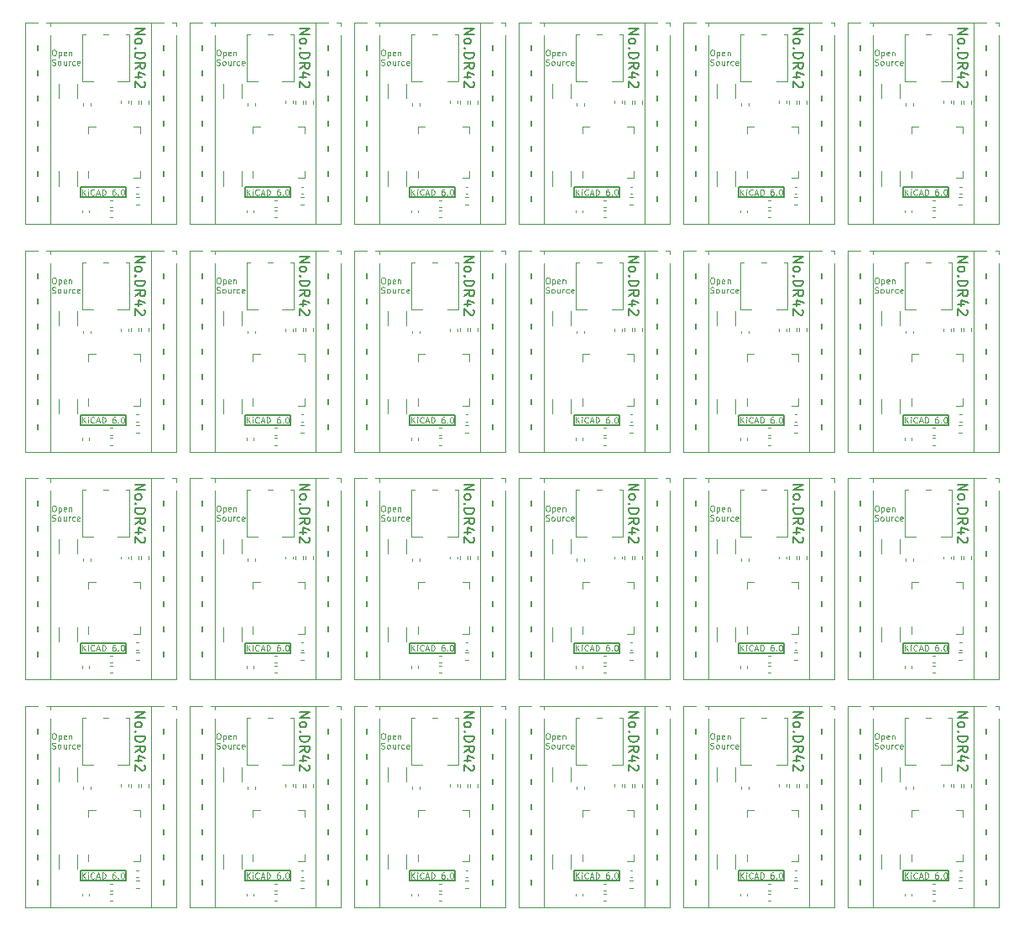
<source format=gbr>
%TF.GenerationSoftware,KiCad,Pcbnew,(6.0.5)*%
%TF.CreationDate,2022-06-29T09:08:07+08:00*%
%TF.ProjectId,TMC2209,544d4332-3230-4392-9e6b-696361645f70,rev?*%
%TF.SameCoordinates,Original*%
%TF.FileFunction,Legend,Top*%
%TF.FilePolarity,Positive*%
%FSLAX46Y46*%
G04 Gerber Fmt 4.6, Leading zero omitted, Abs format (unit mm)*
G04 Created by KiCad (PCBNEW (6.0.5)) date 2022-06-29 09:08:07*
%MOMM*%
%LPD*%
G01*
G04 APERTURE LIST*
%ADD10C,0.150000*%
%ADD11C,0.120000*%
G04 APERTURE END LIST*
D10*
X168090000Y-137326000D02*
X168090000Y-137834000D01*
X168090000Y-124626000D02*
X168090000Y-125134000D01*
D11*
X179520000Y-119800000D02*
X169360000Y-119800000D01*
X169360000Y-140120000D02*
X179520000Y-140120000D01*
D10*
X180790000Y-130214000D02*
X180790000Y-129706000D01*
X168090000Y-129706000D02*
X168090000Y-130214000D01*
X180790000Y-137834000D02*
X180790000Y-137326000D01*
X168090000Y-134786000D02*
X168090000Y-135294000D01*
X180790000Y-125134000D02*
X180790000Y-124626000D01*
X172408000Y-136437000D02*
X176980000Y-136437000D01*
X176980000Y-136437000D02*
X176980000Y-137453000D01*
X176980000Y-137453000D02*
X172408000Y-137453000D01*
X172408000Y-137453000D02*
X172408000Y-136437000D01*
X168090000Y-132246000D02*
X168090000Y-132754000D01*
X168090000Y-127166000D02*
X168090000Y-127674000D01*
X180790000Y-127674000D02*
X180790000Y-127166000D01*
X180790000Y-135294000D02*
X180790000Y-134786000D01*
X180790000Y-122594000D02*
X180790000Y-122086000D01*
D11*
X169695142Y-122544428D02*
X169809428Y-122544428D01*
X169866571Y-122573000D01*
X169923714Y-122630142D01*
X169952285Y-122744428D01*
X169952285Y-122944428D01*
X169923714Y-123058714D01*
X169866571Y-123115857D01*
X169809428Y-123144428D01*
X169695142Y-123144428D01*
X169638000Y-123115857D01*
X169580857Y-123058714D01*
X169552285Y-122944428D01*
X169552285Y-122744428D01*
X169580857Y-122630142D01*
X169638000Y-122573000D01*
X169695142Y-122544428D01*
X170209428Y-122744428D02*
X170209428Y-123344428D01*
X170209428Y-122773000D02*
X170266571Y-122744428D01*
X170380857Y-122744428D01*
X170438000Y-122773000D01*
X170466571Y-122801571D01*
X170495142Y-122858714D01*
X170495142Y-123030142D01*
X170466571Y-123087285D01*
X170438000Y-123115857D01*
X170380857Y-123144428D01*
X170266571Y-123144428D01*
X170209428Y-123115857D01*
X170980857Y-123115857D02*
X170923714Y-123144428D01*
X170809428Y-123144428D01*
X170752285Y-123115857D01*
X170723714Y-123058714D01*
X170723714Y-122830142D01*
X170752285Y-122773000D01*
X170809428Y-122744428D01*
X170923714Y-122744428D01*
X170980857Y-122773000D01*
X171009428Y-122830142D01*
X171009428Y-122887285D01*
X170723714Y-122944428D01*
X171266571Y-122744428D02*
X171266571Y-123144428D01*
X171266571Y-122801571D02*
X171295142Y-122773000D01*
X171352285Y-122744428D01*
X171438000Y-122744428D01*
X171495142Y-122773000D01*
X171523714Y-122830142D01*
X171523714Y-123144428D01*
X169552285Y-124081857D02*
X169638000Y-124110428D01*
X169780857Y-124110428D01*
X169838000Y-124081857D01*
X169866571Y-124053285D01*
X169895142Y-123996142D01*
X169895142Y-123939000D01*
X169866571Y-123881857D01*
X169838000Y-123853285D01*
X169780857Y-123824714D01*
X169666571Y-123796142D01*
X169609428Y-123767571D01*
X169580857Y-123739000D01*
X169552285Y-123681857D01*
X169552285Y-123624714D01*
X169580857Y-123567571D01*
X169609428Y-123539000D01*
X169666571Y-123510428D01*
X169809428Y-123510428D01*
X169895142Y-123539000D01*
X170238000Y-124110428D02*
X170180857Y-124081857D01*
X170152285Y-124053285D01*
X170123714Y-123996142D01*
X170123714Y-123824714D01*
X170152285Y-123767571D01*
X170180857Y-123739000D01*
X170238000Y-123710428D01*
X170323714Y-123710428D01*
X170380857Y-123739000D01*
X170409428Y-123767571D01*
X170438000Y-123824714D01*
X170438000Y-123996142D01*
X170409428Y-124053285D01*
X170380857Y-124081857D01*
X170323714Y-124110428D01*
X170238000Y-124110428D01*
X170952285Y-123710428D02*
X170952285Y-124110428D01*
X170695142Y-123710428D02*
X170695142Y-124024714D01*
X170723714Y-124081857D01*
X170780857Y-124110428D01*
X170866571Y-124110428D01*
X170923714Y-124081857D01*
X170952285Y-124053285D01*
X171238000Y-124110428D02*
X171238000Y-123710428D01*
X171238000Y-123824714D02*
X171266571Y-123767571D01*
X171295142Y-123739000D01*
X171352285Y-123710428D01*
X171409428Y-123710428D01*
X171866571Y-124081857D02*
X171809428Y-124110428D01*
X171695142Y-124110428D01*
X171638000Y-124081857D01*
X171609428Y-124053285D01*
X171580857Y-123996142D01*
X171580857Y-123824714D01*
X171609428Y-123767571D01*
X171638000Y-123739000D01*
X171695142Y-123710428D01*
X171809428Y-123710428D01*
X171866571Y-123739000D01*
X172352285Y-124081857D02*
X172295142Y-124110428D01*
X172180857Y-124110428D01*
X172123714Y-124081857D01*
X172095142Y-124024714D01*
X172095142Y-123796142D01*
X172123714Y-123739000D01*
X172180857Y-123710428D01*
X172295142Y-123710428D01*
X172352285Y-123739000D01*
X172380857Y-123796142D01*
X172380857Y-123853285D01*
X172095142Y-123910428D01*
D10*
X177924619Y-120427428D02*
X178924619Y-120427428D01*
X177924619Y-120998857D01*
X178924619Y-120998857D01*
X177924619Y-121617904D02*
X177972238Y-121522666D01*
X178019857Y-121475047D01*
X178115095Y-121427428D01*
X178400809Y-121427428D01*
X178496047Y-121475047D01*
X178543666Y-121522666D01*
X178591285Y-121617904D01*
X178591285Y-121760761D01*
X178543666Y-121856000D01*
X178496047Y-121903619D01*
X178400809Y-121951238D01*
X178115095Y-121951238D01*
X178019857Y-121903619D01*
X177972238Y-121856000D01*
X177924619Y-121760761D01*
X177924619Y-121617904D01*
X178019857Y-122379809D02*
X177972238Y-122427428D01*
X177924619Y-122379809D01*
X177972238Y-122332190D01*
X178019857Y-122379809D01*
X177924619Y-122379809D01*
X177924619Y-122856000D02*
X178924619Y-122856000D01*
X178924619Y-123094095D01*
X178877000Y-123236952D01*
X178781761Y-123332190D01*
X178686523Y-123379809D01*
X178496047Y-123427428D01*
X178353190Y-123427428D01*
X178162714Y-123379809D01*
X178067476Y-123332190D01*
X177972238Y-123236952D01*
X177924619Y-123094095D01*
X177924619Y-122856000D01*
X177924619Y-124427428D02*
X178400809Y-124094095D01*
X177924619Y-123856000D02*
X178924619Y-123856000D01*
X178924619Y-124236952D01*
X178877000Y-124332190D01*
X178829380Y-124379809D01*
X178734142Y-124427428D01*
X178591285Y-124427428D01*
X178496047Y-124379809D01*
X178448428Y-124332190D01*
X178400809Y-124236952D01*
X178400809Y-123856000D01*
X178591285Y-125284571D02*
X177924619Y-125284571D01*
X178972238Y-125046476D02*
X178257952Y-124808380D01*
X178257952Y-125427428D01*
X178829380Y-125760761D02*
X178877000Y-125808380D01*
X178924619Y-125903619D01*
X178924619Y-126141714D01*
X178877000Y-126236952D01*
X178829380Y-126284571D01*
X178734142Y-126332190D01*
X178638904Y-126332190D01*
X178496047Y-126284571D01*
X177924619Y-125713142D01*
X177924619Y-126332190D01*
D11*
X172594000Y-137216428D02*
X172594000Y-136616428D01*
X172936857Y-137216428D02*
X172679714Y-136873571D01*
X172936857Y-136616428D02*
X172594000Y-136959285D01*
X173194000Y-137216428D02*
X173194000Y-136816428D01*
X173194000Y-136616428D02*
X173165428Y-136645000D01*
X173194000Y-136673571D01*
X173222571Y-136645000D01*
X173194000Y-136616428D01*
X173194000Y-136673571D01*
X173822571Y-137159285D02*
X173794000Y-137187857D01*
X173708285Y-137216428D01*
X173651142Y-137216428D01*
X173565428Y-137187857D01*
X173508285Y-137130714D01*
X173479714Y-137073571D01*
X173451142Y-136959285D01*
X173451142Y-136873571D01*
X173479714Y-136759285D01*
X173508285Y-136702142D01*
X173565428Y-136645000D01*
X173651142Y-136616428D01*
X173708285Y-136616428D01*
X173794000Y-136645000D01*
X173822571Y-136673571D01*
X174051142Y-137045000D02*
X174336857Y-137045000D01*
X173994000Y-137216428D02*
X174194000Y-136616428D01*
X174394000Y-137216428D01*
X174594000Y-137216428D02*
X174594000Y-136616428D01*
X174736857Y-136616428D01*
X174822571Y-136645000D01*
X174879714Y-136702142D01*
X174908285Y-136759285D01*
X174936857Y-136873571D01*
X174936857Y-136959285D01*
X174908285Y-137073571D01*
X174879714Y-137130714D01*
X174822571Y-137187857D01*
X174736857Y-137216428D01*
X174594000Y-137216428D01*
X175908285Y-136616428D02*
X175794000Y-136616428D01*
X175736857Y-136645000D01*
X175708285Y-136673571D01*
X175651142Y-136759285D01*
X175622571Y-136873571D01*
X175622571Y-137102142D01*
X175651142Y-137159285D01*
X175679714Y-137187857D01*
X175736857Y-137216428D01*
X175851142Y-137216428D01*
X175908285Y-137187857D01*
X175936857Y-137159285D01*
X175965428Y-137102142D01*
X175965428Y-136959285D01*
X175936857Y-136902142D01*
X175908285Y-136873571D01*
X175851142Y-136845000D01*
X175736857Y-136845000D01*
X175679714Y-136873571D01*
X175651142Y-136902142D01*
X175622571Y-136959285D01*
X176222571Y-137159285D02*
X176251142Y-137187857D01*
X176222571Y-137216428D01*
X176194000Y-137187857D01*
X176222571Y-137159285D01*
X176222571Y-137216428D01*
X176622571Y-136616428D02*
X176679714Y-136616428D01*
X176736857Y-136645000D01*
X176765428Y-136673571D01*
X176794000Y-136730714D01*
X176822571Y-136845000D01*
X176822571Y-136987857D01*
X176794000Y-137102142D01*
X176765428Y-137159285D01*
X176736857Y-137187857D01*
X176679714Y-137216428D01*
X176622571Y-137216428D01*
X176565428Y-137187857D01*
X176536857Y-137159285D01*
X176508285Y-137102142D01*
X176479714Y-136987857D01*
X176479714Y-136845000D01*
X176508285Y-136730714D01*
X176536857Y-136673571D01*
X176565428Y-136645000D01*
X176622571Y-136616428D01*
D10*
X180790000Y-132754000D02*
X180790000Y-132246000D01*
X168090000Y-122086000D02*
X168090000Y-122594000D01*
X151490000Y-137326000D02*
X151490000Y-137834000D01*
X151490000Y-124626000D02*
X151490000Y-125134000D01*
D11*
X162920000Y-119800000D02*
X152760000Y-119800000D01*
X152760000Y-140120000D02*
X162920000Y-140120000D01*
D10*
X164190000Y-130214000D02*
X164190000Y-129706000D01*
X151490000Y-129706000D02*
X151490000Y-130214000D01*
X164190000Y-137834000D02*
X164190000Y-137326000D01*
X151490000Y-134786000D02*
X151490000Y-135294000D01*
X164190000Y-125134000D02*
X164190000Y-124626000D01*
X155808000Y-136437000D02*
X160380000Y-136437000D01*
X160380000Y-136437000D02*
X160380000Y-137453000D01*
X160380000Y-137453000D02*
X155808000Y-137453000D01*
X155808000Y-137453000D02*
X155808000Y-136437000D01*
X151490000Y-132246000D02*
X151490000Y-132754000D01*
X151490000Y-127166000D02*
X151490000Y-127674000D01*
X164190000Y-127674000D02*
X164190000Y-127166000D01*
X164190000Y-135294000D02*
X164190000Y-134786000D01*
X164190000Y-122594000D02*
X164190000Y-122086000D01*
D11*
X153095142Y-122544428D02*
X153209428Y-122544428D01*
X153266571Y-122573000D01*
X153323714Y-122630142D01*
X153352285Y-122744428D01*
X153352285Y-122944428D01*
X153323714Y-123058714D01*
X153266571Y-123115857D01*
X153209428Y-123144428D01*
X153095142Y-123144428D01*
X153038000Y-123115857D01*
X152980857Y-123058714D01*
X152952285Y-122944428D01*
X152952285Y-122744428D01*
X152980857Y-122630142D01*
X153038000Y-122573000D01*
X153095142Y-122544428D01*
X153609428Y-122744428D02*
X153609428Y-123344428D01*
X153609428Y-122773000D02*
X153666571Y-122744428D01*
X153780857Y-122744428D01*
X153838000Y-122773000D01*
X153866571Y-122801571D01*
X153895142Y-122858714D01*
X153895142Y-123030142D01*
X153866571Y-123087285D01*
X153838000Y-123115857D01*
X153780857Y-123144428D01*
X153666571Y-123144428D01*
X153609428Y-123115857D01*
X154380857Y-123115857D02*
X154323714Y-123144428D01*
X154209428Y-123144428D01*
X154152285Y-123115857D01*
X154123714Y-123058714D01*
X154123714Y-122830142D01*
X154152285Y-122773000D01*
X154209428Y-122744428D01*
X154323714Y-122744428D01*
X154380857Y-122773000D01*
X154409428Y-122830142D01*
X154409428Y-122887285D01*
X154123714Y-122944428D01*
X154666571Y-122744428D02*
X154666571Y-123144428D01*
X154666571Y-122801571D02*
X154695142Y-122773000D01*
X154752285Y-122744428D01*
X154838000Y-122744428D01*
X154895142Y-122773000D01*
X154923714Y-122830142D01*
X154923714Y-123144428D01*
X152952285Y-124081857D02*
X153038000Y-124110428D01*
X153180857Y-124110428D01*
X153238000Y-124081857D01*
X153266571Y-124053285D01*
X153295142Y-123996142D01*
X153295142Y-123939000D01*
X153266571Y-123881857D01*
X153238000Y-123853285D01*
X153180857Y-123824714D01*
X153066571Y-123796142D01*
X153009428Y-123767571D01*
X152980857Y-123739000D01*
X152952285Y-123681857D01*
X152952285Y-123624714D01*
X152980857Y-123567571D01*
X153009428Y-123539000D01*
X153066571Y-123510428D01*
X153209428Y-123510428D01*
X153295142Y-123539000D01*
X153638000Y-124110428D02*
X153580857Y-124081857D01*
X153552285Y-124053285D01*
X153523714Y-123996142D01*
X153523714Y-123824714D01*
X153552285Y-123767571D01*
X153580857Y-123739000D01*
X153638000Y-123710428D01*
X153723714Y-123710428D01*
X153780857Y-123739000D01*
X153809428Y-123767571D01*
X153838000Y-123824714D01*
X153838000Y-123996142D01*
X153809428Y-124053285D01*
X153780857Y-124081857D01*
X153723714Y-124110428D01*
X153638000Y-124110428D01*
X154352285Y-123710428D02*
X154352285Y-124110428D01*
X154095142Y-123710428D02*
X154095142Y-124024714D01*
X154123714Y-124081857D01*
X154180857Y-124110428D01*
X154266571Y-124110428D01*
X154323714Y-124081857D01*
X154352285Y-124053285D01*
X154638000Y-124110428D02*
X154638000Y-123710428D01*
X154638000Y-123824714D02*
X154666571Y-123767571D01*
X154695142Y-123739000D01*
X154752285Y-123710428D01*
X154809428Y-123710428D01*
X155266571Y-124081857D02*
X155209428Y-124110428D01*
X155095142Y-124110428D01*
X155038000Y-124081857D01*
X155009428Y-124053285D01*
X154980857Y-123996142D01*
X154980857Y-123824714D01*
X155009428Y-123767571D01*
X155038000Y-123739000D01*
X155095142Y-123710428D01*
X155209428Y-123710428D01*
X155266571Y-123739000D01*
X155752285Y-124081857D02*
X155695142Y-124110428D01*
X155580857Y-124110428D01*
X155523714Y-124081857D01*
X155495142Y-124024714D01*
X155495142Y-123796142D01*
X155523714Y-123739000D01*
X155580857Y-123710428D01*
X155695142Y-123710428D01*
X155752285Y-123739000D01*
X155780857Y-123796142D01*
X155780857Y-123853285D01*
X155495142Y-123910428D01*
D10*
X161324619Y-120427428D02*
X162324619Y-120427428D01*
X161324619Y-120998857D01*
X162324619Y-120998857D01*
X161324619Y-121617904D02*
X161372238Y-121522666D01*
X161419857Y-121475047D01*
X161515095Y-121427428D01*
X161800809Y-121427428D01*
X161896047Y-121475047D01*
X161943666Y-121522666D01*
X161991285Y-121617904D01*
X161991285Y-121760761D01*
X161943666Y-121856000D01*
X161896047Y-121903619D01*
X161800809Y-121951238D01*
X161515095Y-121951238D01*
X161419857Y-121903619D01*
X161372238Y-121856000D01*
X161324619Y-121760761D01*
X161324619Y-121617904D01*
X161419857Y-122379809D02*
X161372238Y-122427428D01*
X161324619Y-122379809D01*
X161372238Y-122332190D01*
X161419857Y-122379809D01*
X161324619Y-122379809D01*
X161324619Y-122856000D02*
X162324619Y-122856000D01*
X162324619Y-123094095D01*
X162277000Y-123236952D01*
X162181761Y-123332190D01*
X162086523Y-123379809D01*
X161896047Y-123427428D01*
X161753190Y-123427428D01*
X161562714Y-123379809D01*
X161467476Y-123332190D01*
X161372238Y-123236952D01*
X161324619Y-123094095D01*
X161324619Y-122856000D01*
X161324619Y-124427428D02*
X161800809Y-124094095D01*
X161324619Y-123856000D02*
X162324619Y-123856000D01*
X162324619Y-124236952D01*
X162277000Y-124332190D01*
X162229380Y-124379809D01*
X162134142Y-124427428D01*
X161991285Y-124427428D01*
X161896047Y-124379809D01*
X161848428Y-124332190D01*
X161800809Y-124236952D01*
X161800809Y-123856000D01*
X161991285Y-125284571D02*
X161324619Y-125284571D01*
X162372238Y-125046476D02*
X161657952Y-124808380D01*
X161657952Y-125427428D01*
X162229380Y-125760761D02*
X162277000Y-125808380D01*
X162324619Y-125903619D01*
X162324619Y-126141714D01*
X162277000Y-126236952D01*
X162229380Y-126284571D01*
X162134142Y-126332190D01*
X162038904Y-126332190D01*
X161896047Y-126284571D01*
X161324619Y-125713142D01*
X161324619Y-126332190D01*
D11*
X155994000Y-137216428D02*
X155994000Y-136616428D01*
X156336857Y-137216428D02*
X156079714Y-136873571D01*
X156336857Y-136616428D02*
X155994000Y-136959285D01*
X156594000Y-137216428D02*
X156594000Y-136816428D01*
X156594000Y-136616428D02*
X156565428Y-136645000D01*
X156594000Y-136673571D01*
X156622571Y-136645000D01*
X156594000Y-136616428D01*
X156594000Y-136673571D01*
X157222571Y-137159285D02*
X157194000Y-137187857D01*
X157108285Y-137216428D01*
X157051142Y-137216428D01*
X156965428Y-137187857D01*
X156908285Y-137130714D01*
X156879714Y-137073571D01*
X156851142Y-136959285D01*
X156851142Y-136873571D01*
X156879714Y-136759285D01*
X156908285Y-136702142D01*
X156965428Y-136645000D01*
X157051142Y-136616428D01*
X157108285Y-136616428D01*
X157194000Y-136645000D01*
X157222571Y-136673571D01*
X157451142Y-137045000D02*
X157736857Y-137045000D01*
X157394000Y-137216428D02*
X157594000Y-136616428D01*
X157794000Y-137216428D01*
X157994000Y-137216428D02*
X157994000Y-136616428D01*
X158136857Y-136616428D01*
X158222571Y-136645000D01*
X158279714Y-136702142D01*
X158308285Y-136759285D01*
X158336857Y-136873571D01*
X158336857Y-136959285D01*
X158308285Y-137073571D01*
X158279714Y-137130714D01*
X158222571Y-137187857D01*
X158136857Y-137216428D01*
X157994000Y-137216428D01*
X159308285Y-136616428D02*
X159194000Y-136616428D01*
X159136857Y-136645000D01*
X159108285Y-136673571D01*
X159051142Y-136759285D01*
X159022571Y-136873571D01*
X159022571Y-137102142D01*
X159051142Y-137159285D01*
X159079714Y-137187857D01*
X159136857Y-137216428D01*
X159251142Y-137216428D01*
X159308285Y-137187857D01*
X159336857Y-137159285D01*
X159365428Y-137102142D01*
X159365428Y-136959285D01*
X159336857Y-136902142D01*
X159308285Y-136873571D01*
X159251142Y-136845000D01*
X159136857Y-136845000D01*
X159079714Y-136873571D01*
X159051142Y-136902142D01*
X159022571Y-136959285D01*
X159622571Y-137159285D02*
X159651142Y-137187857D01*
X159622571Y-137216428D01*
X159594000Y-137187857D01*
X159622571Y-137159285D01*
X159622571Y-137216428D01*
X160022571Y-136616428D02*
X160079714Y-136616428D01*
X160136857Y-136645000D01*
X160165428Y-136673571D01*
X160194000Y-136730714D01*
X160222571Y-136845000D01*
X160222571Y-136987857D01*
X160194000Y-137102142D01*
X160165428Y-137159285D01*
X160136857Y-137187857D01*
X160079714Y-137216428D01*
X160022571Y-137216428D01*
X159965428Y-137187857D01*
X159936857Y-137159285D01*
X159908285Y-137102142D01*
X159879714Y-136987857D01*
X159879714Y-136845000D01*
X159908285Y-136730714D01*
X159936857Y-136673571D01*
X159965428Y-136645000D01*
X160022571Y-136616428D01*
D10*
X164190000Y-132754000D02*
X164190000Y-132246000D01*
X151490000Y-122086000D02*
X151490000Y-122594000D01*
X134890000Y-137326000D02*
X134890000Y-137834000D01*
X134890000Y-124626000D02*
X134890000Y-125134000D01*
D11*
X146320000Y-119800000D02*
X136160000Y-119800000D01*
X136160000Y-140120000D02*
X146320000Y-140120000D01*
D10*
X147590000Y-130214000D02*
X147590000Y-129706000D01*
X134890000Y-129706000D02*
X134890000Y-130214000D01*
X147590000Y-137834000D02*
X147590000Y-137326000D01*
X134890000Y-134786000D02*
X134890000Y-135294000D01*
X147590000Y-125134000D02*
X147590000Y-124626000D01*
X139208000Y-136437000D02*
X143780000Y-136437000D01*
X143780000Y-136437000D02*
X143780000Y-137453000D01*
X143780000Y-137453000D02*
X139208000Y-137453000D01*
X139208000Y-137453000D02*
X139208000Y-136437000D01*
X134890000Y-132246000D02*
X134890000Y-132754000D01*
X134890000Y-127166000D02*
X134890000Y-127674000D01*
X147590000Y-127674000D02*
X147590000Y-127166000D01*
X147590000Y-135294000D02*
X147590000Y-134786000D01*
X147590000Y-122594000D02*
X147590000Y-122086000D01*
D11*
X136495142Y-122544428D02*
X136609428Y-122544428D01*
X136666571Y-122573000D01*
X136723714Y-122630142D01*
X136752285Y-122744428D01*
X136752285Y-122944428D01*
X136723714Y-123058714D01*
X136666571Y-123115857D01*
X136609428Y-123144428D01*
X136495142Y-123144428D01*
X136438000Y-123115857D01*
X136380857Y-123058714D01*
X136352285Y-122944428D01*
X136352285Y-122744428D01*
X136380857Y-122630142D01*
X136438000Y-122573000D01*
X136495142Y-122544428D01*
X137009428Y-122744428D02*
X137009428Y-123344428D01*
X137009428Y-122773000D02*
X137066571Y-122744428D01*
X137180857Y-122744428D01*
X137238000Y-122773000D01*
X137266571Y-122801571D01*
X137295142Y-122858714D01*
X137295142Y-123030142D01*
X137266571Y-123087285D01*
X137238000Y-123115857D01*
X137180857Y-123144428D01*
X137066571Y-123144428D01*
X137009428Y-123115857D01*
X137780857Y-123115857D02*
X137723714Y-123144428D01*
X137609428Y-123144428D01*
X137552285Y-123115857D01*
X137523714Y-123058714D01*
X137523714Y-122830142D01*
X137552285Y-122773000D01*
X137609428Y-122744428D01*
X137723714Y-122744428D01*
X137780857Y-122773000D01*
X137809428Y-122830142D01*
X137809428Y-122887285D01*
X137523714Y-122944428D01*
X138066571Y-122744428D02*
X138066571Y-123144428D01*
X138066571Y-122801571D02*
X138095142Y-122773000D01*
X138152285Y-122744428D01*
X138238000Y-122744428D01*
X138295142Y-122773000D01*
X138323714Y-122830142D01*
X138323714Y-123144428D01*
X136352285Y-124081857D02*
X136438000Y-124110428D01*
X136580857Y-124110428D01*
X136638000Y-124081857D01*
X136666571Y-124053285D01*
X136695142Y-123996142D01*
X136695142Y-123939000D01*
X136666571Y-123881857D01*
X136638000Y-123853285D01*
X136580857Y-123824714D01*
X136466571Y-123796142D01*
X136409428Y-123767571D01*
X136380857Y-123739000D01*
X136352285Y-123681857D01*
X136352285Y-123624714D01*
X136380857Y-123567571D01*
X136409428Y-123539000D01*
X136466571Y-123510428D01*
X136609428Y-123510428D01*
X136695142Y-123539000D01*
X137038000Y-124110428D02*
X136980857Y-124081857D01*
X136952285Y-124053285D01*
X136923714Y-123996142D01*
X136923714Y-123824714D01*
X136952285Y-123767571D01*
X136980857Y-123739000D01*
X137038000Y-123710428D01*
X137123714Y-123710428D01*
X137180857Y-123739000D01*
X137209428Y-123767571D01*
X137238000Y-123824714D01*
X137238000Y-123996142D01*
X137209428Y-124053285D01*
X137180857Y-124081857D01*
X137123714Y-124110428D01*
X137038000Y-124110428D01*
X137752285Y-123710428D02*
X137752285Y-124110428D01*
X137495142Y-123710428D02*
X137495142Y-124024714D01*
X137523714Y-124081857D01*
X137580857Y-124110428D01*
X137666571Y-124110428D01*
X137723714Y-124081857D01*
X137752285Y-124053285D01*
X138038000Y-124110428D02*
X138038000Y-123710428D01*
X138038000Y-123824714D02*
X138066571Y-123767571D01*
X138095142Y-123739000D01*
X138152285Y-123710428D01*
X138209428Y-123710428D01*
X138666571Y-124081857D02*
X138609428Y-124110428D01*
X138495142Y-124110428D01*
X138438000Y-124081857D01*
X138409428Y-124053285D01*
X138380857Y-123996142D01*
X138380857Y-123824714D01*
X138409428Y-123767571D01*
X138438000Y-123739000D01*
X138495142Y-123710428D01*
X138609428Y-123710428D01*
X138666571Y-123739000D01*
X139152285Y-124081857D02*
X139095142Y-124110428D01*
X138980857Y-124110428D01*
X138923714Y-124081857D01*
X138895142Y-124024714D01*
X138895142Y-123796142D01*
X138923714Y-123739000D01*
X138980857Y-123710428D01*
X139095142Y-123710428D01*
X139152285Y-123739000D01*
X139180857Y-123796142D01*
X139180857Y-123853285D01*
X138895142Y-123910428D01*
D10*
X144724619Y-120427428D02*
X145724619Y-120427428D01*
X144724619Y-120998857D01*
X145724619Y-120998857D01*
X144724619Y-121617904D02*
X144772238Y-121522666D01*
X144819857Y-121475047D01*
X144915095Y-121427428D01*
X145200809Y-121427428D01*
X145296047Y-121475047D01*
X145343666Y-121522666D01*
X145391285Y-121617904D01*
X145391285Y-121760761D01*
X145343666Y-121856000D01*
X145296047Y-121903619D01*
X145200809Y-121951238D01*
X144915095Y-121951238D01*
X144819857Y-121903619D01*
X144772238Y-121856000D01*
X144724619Y-121760761D01*
X144724619Y-121617904D01*
X144819857Y-122379809D02*
X144772238Y-122427428D01*
X144724619Y-122379809D01*
X144772238Y-122332190D01*
X144819857Y-122379809D01*
X144724619Y-122379809D01*
X144724619Y-122856000D02*
X145724619Y-122856000D01*
X145724619Y-123094095D01*
X145677000Y-123236952D01*
X145581761Y-123332190D01*
X145486523Y-123379809D01*
X145296047Y-123427428D01*
X145153190Y-123427428D01*
X144962714Y-123379809D01*
X144867476Y-123332190D01*
X144772238Y-123236952D01*
X144724619Y-123094095D01*
X144724619Y-122856000D01*
X144724619Y-124427428D02*
X145200809Y-124094095D01*
X144724619Y-123856000D02*
X145724619Y-123856000D01*
X145724619Y-124236952D01*
X145677000Y-124332190D01*
X145629380Y-124379809D01*
X145534142Y-124427428D01*
X145391285Y-124427428D01*
X145296047Y-124379809D01*
X145248428Y-124332190D01*
X145200809Y-124236952D01*
X145200809Y-123856000D01*
X145391285Y-125284571D02*
X144724619Y-125284571D01*
X145772238Y-125046476D02*
X145057952Y-124808380D01*
X145057952Y-125427428D01*
X145629380Y-125760761D02*
X145677000Y-125808380D01*
X145724619Y-125903619D01*
X145724619Y-126141714D01*
X145677000Y-126236952D01*
X145629380Y-126284571D01*
X145534142Y-126332190D01*
X145438904Y-126332190D01*
X145296047Y-126284571D01*
X144724619Y-125713142D01*
X144724619Y-126332190D01*
D11*
X139394000Y-137216428D02*
X139394000Y-136616428D01*
X139736857Y-137216428D02*
X139479714Y-136873571D01*
X139736857Y-136616428D02*
X139394000Y-136959285D01*
X139994000Y-137216428D02*
X139994000Y-136816428D01*
X139994000Y-136616428D02*
X139965428Y-136645000D01*
X139994000Y-136673571D01*
X140022571Y-136645000D01*
X139994000Y-136616428D01*
X139994000Y-136673571D01*
X140622571Y-137159285D02*
X140594000Y-137187857D01*
X140508285Y-137216428D01*
X140451142Y-137216428D01*
X140365428Y-137187857D01*
X140308285Y-137130714D01*
X140279714Y-137073571D01*
X140251142Y-136959285D01*
X140251142Y-136873571D01*
X140279714Y-136759285D01*
X140308285Y-136702142D01*
X140365428Y-136645000D01*
X140451142Y-136616428D01*
X140508285Y-136616428D01*
X140594000Y-136645000D01*
X140622571Y-136673571D01*
X140851142Y-137045000D02*
X141136857Y-137045000D01*
X140794000Y-137216428D02*
X140994000Y-136616428D01*
X141194000Y-137216428D01*
X141394000Y-137216428D02*
X141394000Y-136616428D01*
X141536857Y-136616428D01*
X141622571Y-136645000D01*
X141679714Y-136702142D01*
X141708285Y-136759285D01*
X141736857Y-136873571D01*
X141736857Y-136959285D01*
X141708285Y-137073571D01*
X141679714Y-137130714D01*
X141622571Y-137187857D01*
X141536857Y-137216428D01*
X141394000Y-137216428D01*
X142708285Y-136616428D02*
X142594000Y-136616428D01*
X142536857Y-136645000D01*
X142508285Y-136673571D01*
X142451142Y-136759285D01*
X142422571Y-136873571D01*
X142422571Y-137102142D01*
X142451142Y-137159285D01*
X142479714Y-137187857D01*
X142536857Y-137216428D01*
X142651142Y-137216428D01*
X142708285Y-137187857D01*
X142736857Y-137159285D01*
X142765428Y-137102142D01*
X142765428Y-136959285D01*
X142736857Y-136902142D01*
X142708285Y-136873571D01*
X142651142Y-136845000D01*
X142536857Y-136845000D01*
X142479714Y-136873571D01*
X142451142Y-136902142D01*
X142422571Y-136959285D01*
X143022571Y-137159285D02*
X143051142Y-137187857D01*
X143022571Y-137216428D01*
X142994000Y-137187857D01*
X143022571Y-137159285D01*
X143022571Y-137216428D01*
X143422571Y-136616428D02*
X143479714Y-136616428D01*
X143536857Y-136645000D01*
X143565428Y-136673571D01*
X143594000Y-136730714D01*
X143622571Y-136845000D01*
X143622571Y-136987857D01*
X143594000Y-137102142D01*
X143565428Y-137159285D01*
X143536857Y-137187857D01*
X143479714Y-137216428D01*
X143422571Y-137216428D01*
X143365428Y-137187857D01*
X143336857Y-137159285D01*
X143308285Y-137102142D01*
X143279714Y-136987857D01*
X143279714Y-136845000D01*
X143308285Y-136730714D01*
X143336857Y-136673571D01*
X143365428Y-136645000D01*
X143422571Y-136616428D01*
D10*
X147590000Y-132754000D02*
X147590000Y-132246000D01*
X134890000Y-122086000D02*
X134890000Y-122594000D01*
X118290000Y-137326000D02*
X118290000Y-137834000D01*
X118290000Y-124626000D02*
X118290000Y-125134000D01*
D11*
X129720000Y-119800000D02*
X119560000Y-119800000D01*
X119560000Y-140120000D02*
X129720000Y-140120000D01*
D10*
X130990000Y-130214000D02*
X130990000Y-129706000D01*
X118290000Y-129706000D02*
X118290000Y-130214000D01*
X130990000Y-137834000D02*
X130990000Y-137326000D01*
X118290000Y-134786000D02*
X118290000Y-135294000D01*
X130990000Y-125134000D02*
X130990000Y-124626000D01*
X122608000Y-136437000D02*
X127180000Y-136437000D01*
X127180000Y-136437000D02*
X127180000Y-137453000D01*
X127180000Y-137453000D02*
X122608000Y-137453000D01*
X122608000Y-137453000D02*
X122608000Y-136437000D01*
X118290000Y-132246000D02*
X118290000Y-132754000D01*
X118290000Y-127166000D02*
X118290000Y-127674000D01*
X130990000Y-127674000D02*
X130990000Y-127166000D01*
X130990000Y-135294000D02*
X130990000Y-134786000D01*
X130990000Y-122594000D02*
X130990000Y-122086000D01*
D11*
X119895142Y-122544428D02*
X120009428Y-122544428D01*
X120066571Y-122573000D01*
X120123714Y-122630142D01*
X120152285Y-122744428D01*
X120152285Y-122944428D01*
X120123714Y-123058714D01*
X120066571Y-123115857D01*
X120009428Y-123144428D01*
X119895142Y-123144428D01*
X119838000Y-123115857D01*
X119780857Y-123058714D01*
X119752285Y-122944428D01*
X119752285Y-122744428D01*
X119780857Y-122630142D01*
X119838000Y-122573000D01*
X119895142Y-122544428D01*
X120409428Y-122744428D02*
X120409428Y-123344428D01*
X120409428Y-122773000D02*
X120466571Y-122744428D01*
X120580857Y-122744428D01*
X120638000Y-122773000D01*
X120666571Y-122801571D01*
X120695142Y-122858714D01*
X120695142Y-123030142D01*
X120666571Y-123087285D01*
X120638000Y-123115857D01*
X120580857Y-123144428D01*
X120466571Y-123144428D01*
X120409428Y-123115857D01*
X121180857Y-123115857D02*
X121123714Y-123144428D01*
X121009428Y-123144428D01*
X120952285Y-123115857D01*
X120923714Y-123058714D01*
X120923714Y-122830142D01*
X120952285Y-122773000D01*
X121009428Y-122744428D01*
X121123714Y-122744428D01*
X121180857Y-122773000D01*
X121209428Y-122830142D01*
X121209428Y-122887285D01*
X120923714Y-122944428D01*
X121466571Y-122744428D02*
X121466571Y-123144428D01*
X121466571Y-122801571D02*
X121495142Y-122773000D01*
X121552285Y-122744428D01*
X121638000Y-122744428D01*
X121695142Y-122773000D01*
X121723714Y-122830142D01*
X121723714Y-123144428D01*
X119752285Y-124081857D02*
X119838000Y-124110428D01*
X119980857Y-124110428D01*
X120038000Y-124081857D01*
X120066571Y-124053285D01*
X120095142Y-123996142D01*
X120095142Y-123939000D01*
X120066571Y-123881857D01*
X120038000Y-123853285D01*
X119980857Y-123824714D01*
X119866571Y-123796142D01*
X119809428Y-123767571D01*
X119780857Y-123739000D01*
X119752285Y-123681857D01*
X119752285Y-123624714D01*
X119780857Y-123567571D01*
X119809428Y-123539000D01*
X119866571Y-123510428D01*
X120009428Y-123510428D01*
X120095142Y-123539000D01*
X120438000Y-124110428D02*
X120380857Y-124081857D01*
X120352285Y-124053285D01*
X120323714Y-123996142D01*
X120323714Y-123824714D01*
X120352285Y-123767571D01*
X120380857Y-123739000D01*
X120438000Y-123710428D01*
X120523714Y-123710428D01*
X120580857Y-123739000D01*
X120609428Y-123767571D01*
X120638000Y-123824714D01*
X120638000Y-123996142D01*
X120609428Y-124053285D01*
X120580857Y-124081857D01*
X120523714Y-124110428D01*
X120438000Y-124110428D01*
X121152285Y-123710428D02*
X121152285Y-124110428D01*
X120895142Y-123710428D02*
X120895142Y-124024714D01*
X120923714Y-124081857D01*
X120980857Y-124110428D01*
X121066571Y-124110428D01*
X121123714Y-124081857D01*
X121152285Y-124053285D01*
X121438000Y-124110428D02*
X121438000Y-123710428D01*
X121438000Y-123824714D02*
X121466571Y-123767571D01*
X121495142Y-123739000D01*
X121552285Y-123710428D01*
X121609428Y-123710428D01*
X122066571Y-124081857D02*
X122009428Y-124110428D01*
X121895142Y-124110428D01*
X121838000Y-124081857D01*
X121809428Y-124053285D01*
X121780857Y-123996142D01*
X121780857Y-123824714D01*
X121809428Y-123767571D01*
X121838000Y-123739000D01*
X121895142Y-123710428D01*
X122009428Y-123710428D01*
X122066571Y-123739000D01*
X122552285Y-124081857D02*
X122495142Y-124110428D01*
X122380857Y-124110428D01*
X122323714Y-124081857D01*
X122295142Y-124024714D01*
X122295142Y-123796142D01*
X122323714Y-123739000D01*
X122380857Y-123710428D01*
X122495142Y-123710428D01*
X122552285Y-123739000D01*
X122580857Y-123796142D01*
X122580857Y-123853285D01*
X122295142Y-123910428D01*
D10*
X128124619Y-120427428D02*
X129124619Y-120427428D01*
X128124619Y-120998857D01*
X129124619Y-120998857D01*
X128124619Y-121617904D02*
X128172238Y-121522666D01*
X128219857Y-121475047D01*
X128315095Y-121427428D01*
X128600809Y-121427428D01*
X128696047Y-121475047D01*
X128743666Y-121522666D01*
X128791285Y-121617904D01*
X128791285Y-121760761D01*
X128743666Y-121856000D01*
X128696047Y-121903619D01*
X128600809Y-121951238D01*
X128315095Y-121951238D01*
X128219857Y-121903619D01*
X128172238Y-121856000D01*
X128124619Y-121760761D01*
X128124619Y-121617904D01*
X128219857Y-122379809D02*
X128172238Y-122427428D01*
X128124619Y-122379809D01*
X128172238Y-122332190D01*
X128219857Y-122379809D01*
X128124619Y-122379809D01*
X128124619Y-122856000D02*
X129124619Y-122856000D01*
X129124619Y-123094095D01*
X129077000Y-123236952D01*
X128981761Y-123332190D01*
X128886523Y-123379809D01*
X128696047Y-123427428D01*
X128553190Y-123427428D01*
X128362714Y-123379809D01*
X128267476Y-123332190D01*
X128172238Y-123236952D01*
X128124619Y-123094095D01*
X128124619Y-122856000D01*
X128124619Y-124427428D02*
X128600809Y-124094095D01*
X128124619Y-123856000D02*
X129124619Y-123856000D01*
X129124619Y-124236952D01*
X129077000Y-124332190D01*
X129029380Y-124379809D01*
X128934142Y-124427428D01*
X128791285Y-124427428D01*
X128696047Y-124379809D01*
X128648428Y-124332190D01*
X128600809Y-124236952D01*
X128600809Y-123856000D01*
X128791285Y-125284571D02*
X128124619Y-125284571D01*
X129172238Y-125046476D02*
X128457952Y-124808380D01*
X128457952Y-125427428D01*
X129029380Y-125760761D02*
X129077000Y-125808380D01*
X129124619Y-125903619D01*
X129124619Y-126141714D01*
X129077000Y-126236952D01*
X129029380Y-126284571D01*
X128934142Y-126332190D01*
X128838904Y-126332190D01*
X128696047Y-126284571D01*
X128124619Y-125713142D01*
X128124619Y-126332190D01*
D11*
X122794000Y-137216428D02*
X122794000Y-136616428D01*
X123136857Y-137216428D02*
X122879714Y-136873571D01*
X123136857Y-136616428D02*
X122794000Y-136959285D01*
X123394000Y-137216428D02*
X123394000Y-136816428D01*
X123394000Y-136616428D02*
X123365428Y-136645000D01*
X123394000Y-136673571D01*
X123422571Y-136645000D01*
X123394000Y-136616428D01*
X123394000Y-136673571D01*
X124022571Y-137159285D02*
X123994000Y-137187857D01*
X123908285Y-137216428D01*
X123851142Y-137216428D01*
X123765428Y-137187857D01*
X123708285Y-137130714D01*
X123679714Y-137073571D01*
X123651142Y-136959285D01*
X123651142Y-136873571D01*
X123679714Y-136759285D01*
X123708285Y-136702142D01*
X123765428Y-136645000D01*
X123851142Y-136616428D01*
X123908285Y-136616428D01*
X123994000Y-136645000D01*
X124022571Y-136673571D01*
X124251142Y-137045000D02*
X124536857Y-137045000D01*
X124194000Y-137216428D02*
X124394000Y-136616428D01*
X124594000Y-137216428D01*
X124794000Y-137216428D02*
X124794000Y-136616428D01*
X124936857Y-136616428D01*
X125022571Y-136645000D01*
X125079714Y-136702142D01*
X125108285Y-136759285D01*
X125136857Y-136873571D01*
X125136857Y-136959285D01*
X125108285Y-137073571D01*
X125079714Y-137130714D01*
X125022571Y-137187857D01*
X124936857Y-137216428D01*
X124794000Y-137216428D01*
X126108285Y-136616428D02*
X125994000Y-136616428D01*
X125936857Y-136645000D01*
X125908285Y-136673571D01*
X125851142Y-136759285D01*
X125822571Y-136873571D01*
X125822571Y-137102142D01*
X125851142Y-137159285D01*
X125879714Y-137187857D01*
X125936857Y-137216428D01*
X126051142Y-137216428D01*
X126108285Y-137187857D01*
X126136857Y-137159285D01*
X126165428Y-137102142D01*
X126165428Y-136959285D01*
X126136857Y-136902142D01*
X126108285Y-136873571D01*
X126051142Y-136845000D01*
X125936857Y-136845000D01*
X125879714Y-136873571D01*
X125851142Y-136902142D01*
X125822571Y-136959285D01*
X126422571Y-137159285D02*
X126451142Y-137187857D01*
X126422571Y-137216428D01*
X126394000Y-137187857D01*
X126422571Y-137159285D01*
X126422571Y-137216428D01*
X126822571Y-136616428D02*
X126879714Y-136616428D01*
X126936857Y-136645000D01*
X126965428Y-136673571D01*
X126994000Y-136730714D01*
X127022571Y-136845000D01*
X127022571Y-136987857D01*
X126994000Y-137102142D01*
X126965428Y-137159285D01*
X126936857Y-137187857D01*
X126879714Y-137216428D01*
X126822571Y-137216428D01*
X126765428Y-137187857D01*
X126736857Y-137159285D01*
X126708285Y-137102142D01*
X126679714Y-136987857D01*
X126679714Y-136845000D01*
X126708285Y-136730714D01*
X126736857Y-136673571D01*
X126765428Y-136645000D01*
X126822571Y-136616428D01*
D10*
X130990000Y-132754000D02*
X130990000Y-132246000D01*
X118290000Y-122086000D02*
X118290000Y-122594000D01*
X101690000Y-137326000D02*
X101690000Y-137834000D01*
X101690000Y-124626000D02*
X101690000Y-125134000D01*
D11*
X113120000Y-119800000D02*
X102960000Y-119800000D01*
X102960000Y-140120000D02*
X113120000Y-140120000D01*
D10*
X114390000Y-130214000D02*
X114390000Y-129706000D01*
X101690000Y-129706000D02*
X101690000Y-130214000D01*
X114390000Y-137834000D02*
X114390000Y-137326000D01*
X101690000Y-134786000D02*
X101690000Y-135294000D01*
X114390000Y-125134000D02*
X114390000Y-124626000D01*
X106008000Y-136437000D02*
X110580000Y-136437000D01*
X110580000Y-136437000D02*
X110580000Y-137453000D01*
X110580000Y-137453000D02*
X106008000Y-137453000D01*
X106008000Y-137453000D02*
X106008000Y-136437000D01*
X101690000Y-132246000D02*
X101690000Y-132754000D01*
X101690000Y-127166000D02*
X101690000Y-127674000D01*
X114390000Y-127674000D02*
X114390000Y-127166000D01*
X114390000Y-135294000D02*
X114390000Y-134786000D01*
X114390000Y-122594000D02*
X114390000Y-122086000D01*
D11*
X103295142Y-122544428D02*
X103409428Y-122544428D01*
X103466571Y-122573000D01*
X103523714Y-122630142D01*
X103552285Y-122744428D01*
X103552285Y-122944428D01*
X103523714Y-123058714D01*
X103466571Y-123115857D01*
X103409428Y-123144428D01*
X103295142Y-123144428D01*
X103238000Y-123115857D01*
X103180857Y-123058714D01*
X103152285Y-122944428D01*
X103152285Y-122744428D01*
X103180857Y-122630142D01*
X103238000Y-122573000D01*
X103295142Y-122544428D01*
X103809428Y-122744428D02*
X103809428Y-123344428D01*
X103809428Y-122773000D02*
X103866571Y-122744428D01*
X103980857Y-122744428D01*
X104038000Y-122773000D01*
X104066571Y-122801571D01*
X104095142Y-122858714D01*
X104095142Y-123030142D01*
X104066571Y-123087285D01*
X104038000Y-123115857D01*
X103980857Y-123144428D01*
X103866571Y-123144428D01*
X103809428Y-123115857D01*
X104580857Y-123115857D02*
X104523714Y-123144428D01*
X104409428Y-123144428D01*
X104352285Y-123115857D01*
X104323714Y-123058714D01*
X104323714Y-122830142D01*
X104352285Y-122773000D01*
X104409428Y-122744428D01*
X104523714Y-122744428D01*
X104580857Y-122773000D01*
X104609428Y-122830142D01*
X104609428Y-122887285D01*
X104323714Y-122944428D01*
X104866571Y-122744428D02*
X104866571Y-123144428D01*
X104866571Y-122801571D02*
X104895142Y-122773000D01*
X104952285Y-122744428D01*
X105038000Y-122744428D01*
X105095142Y-122773000D01*
X105123714Y-122830142D01*
X105123714Y-123144428D01*
X103152285Y-124081857D02*
X103238000Y-124110428D01*
X103380857Y-124110428D01*
X103438000Y-124081857D01*
X103466571Y-124053285D01*
X103495142Y-123996142D01*
X103495142Y-123939000D01*
X103466571Y-123881857D01*
X103438000Y-123853285D01*
X103380857Y-123824714D01*
X103266571Y-123796142D01*
X103209428Y-123767571D01*
X103180857Y-123739000D01*
X103152285Y-123681857D01*
X103152285Y-123624714D01*
X103180857Y-123567571D01*
X103209428Y-123539000D01*
X103266571Y-123510428D01*
X103409428Y-123510428D01*
X103495142Y-123539000D01*
X103838000Y-124110428D02*
X103780857Y-124081857D01*
X103752285Y-124053285D01*
X103723714Y-123996142D01*
X103723714Y-123824714D01*
X103752285Y-123767571D01*
X103780857Y-123739000D01*
X103838000Y-123710428D01*
X103923714Y-123710428D01*
X103980857Y-123739000D01*
X104009428Y-123767571D01*
X104038000Y-123824714D01*
X104038000Y-123996142D01*
X104009428Y-124053285D01*
X103980857Y-124081857D01*
X103923714Y-124110428D01*
X103838000Y-124110428D01*
X104552285Y-123710428D02*
X104552285Y-124110428D01*
X104295142Y-123710428D02*
X104295142Y-124024714D01*
X104323714Y-124081857D01*
X104380857Y-124110428D01*
X104466571Y-124110428D01*
X104523714Y-124081857D01*
X104552285Y-124053285D01*
X104838000Y-124110428D02*
X104838000Y-123710428D01*
X104838000Y-123824714D02*
X104866571Y-123767571D01*
X104895142Y-123739000D01*
X104952285Y-123710428D01*
X105009428Y-123710428D01*
X105466571Y-124081857D02*
X105409428Y-124110428D01*
X105295142Y-124110428D01*
X105238000Y-124081857D01*
X105209428Y-124053285D01*
X105180857Y-123996142D01*
X105180857Y-123824714D01*
X105209428Y-123767571D01*
X105238000Y-123739000D01*
X105295142Y-123710428D01*
X105409428Y-123710428D01*
X105466571Y-123739000D01*
X105952285Y-124081857D02*
X105895142Y-124110428D01*
X105780857Y-124110428D01*
X105723714Y-124081857D01*
X105695142Y-124024714D01*
X105695142Y-123796142D01*
X105723714Y-123739000D01*
X105780857Y-123710428D01*
X105895142Y-123710428D01*
X105952285Y-123739000D01*
X105980857Y-123796142D01*
X105980857Y-123853285D01*
X105695142Y-123910428D01*
D10*
X111524619Y-120427428D02*
X112524619Y-120427428D01*
X111524619Y-120998857D01*
X112524619Y-120998857D01*
X111524619Y-121617904D02*
X111572238Y-121522666D01*
X111619857Y-121475047D01*
X111715095Y-121427428D01*
X112000809Y-121427428D01*
X112096047Y-121475047D01*
X112143666Y-121522666D01*
X112191285Y-121617904D01*
X112191285Y-121760761D01*
X112143666Y-121856000D01*
X112096047Y-121903619D01*
X112000809Y-121951238D01*
X111715095Y-121951238D01*
X111619857Y-121903619D01*
X111572238Y-121856000D01*
X111524619Y-121760761D01*
X111524619Y-121617904D01*
X111619857Y-122379809D02*
X111572238Y-122427428D01*
X111524619Y-122379809D01*
X111572238Y-122332190D01*
X111619857Y-122379809D01*
X111524619Y-122379809D01*
X111524619Y-122856000D02*
X112524619Y-122856000D01*
X112524619Y-123094095D01*
X112477000Y-123236952D01*
X112381761Y-123332190D01*
X112286523Y-123379809D01*
X112096047Y-123427428D01*
X111953190Y-123427428D01*
X111762714Y-123379809D01*
X111667476Y-123332190D01*
X111572238Y-123236952D01*
X111524619Y-123094095D01*
X111524619Y-122856000D01*
X111524619Y-124427428D02*
X112000809Y-124094095D01*
X111524619Y-123856000D02*
X112524619Y-123856000D01*
X112524619Y-124236952D01*
X112477000Y-124332190D01*
X112429380Y-124379809D01*
X112334142Y-124427428D01*
X112191285Y-124427428D01*
X112096047Y-124379809D01*
X112048428Y-124332190D01*
X112000809Y-124236952D01*
X112000809Y-123856000D01*
X112191285Y-125284571D02*
X111524619Y-125284571D01*
X112572238Y-125046476D02*
X111857952Y-124808380D01*
X111857952Y-125427428D01*
X112429380Y-125760761D02*
X112477000Y-125808380D01*
X112524619Y-125903619D01*
X112524619Y-126141714D01*
X112477000Y-126236952D01*
X112429380Y-126284571D01*
X112334142Y-126332190D01*
X112238904Y-126332190D01*
X112096047Y-126284571D01*
X111524619Y-125713142D01*
X111524619Y-126332190D01*
D11*
X106194000Y-137216428D02*
X106194000Y-136616428D01*
X106536857Y-137216428D02*
X106279714Y-136873571D01*
X106536857Y-136616428D02*
X106194000Y-136959285D01*
X106794000Y-137216428D02*
X106794000Y-136816428D01*
X106794000Y-136616428D02*
X106765428Y-136645000D01*
X106794000Y-136673571D01*
X106822571Y-136645000D01*
X106794000Y-136616428D01*
X106794000Y-136673571D01*
X107422571Y-137159285D02*
X107394000Y-137187857D01*
X107308285Y-137216428D01*
X107251142Y-137216428D01*
X107165428Y-137187857D01*
X107108285Y-137130714D01*
X107079714Y-137073571D01*
X107051142Y-136959285D01*
X107051142Y-136873571D01*
X107079714Y-136759285D01*
X107108285Y-136702142D01*
X107165428Y-136645000D01*
X107251142Y-136616428D01*
X107308285Y-136616428D01*
X107394000Y-136645000D01*
X107422571Y-136673571D01*
X107651142Y-137045000D02*
X107936857Y-137045000D01*
X107594000Y-137216428D02*
X107794000Y-136616428D01*
X107994000Y-137216428D01*
X108194000Y-137216428D02*
X108194000Y-136616428D01*
X108336857Y-136616428D01*
X108422571Y-136645000D01*
X108479714Y-136702142D01*
X108508285Y-136759285D01*
X108536857Y-136873571D01*
X108536857Y-136959285D01*
X108508285Y-137073571D01*
X108479714Y-137130714D01*
X108422571Y-137187857D01*
X108336857Y-137216428D01*
X108194000Y-137216428D01*
X109508285Y-136616428D02*
X109394000Y-136616428D01*
X109336857Y-136645000D01*
X109308285Y-136673571D01*
X109251142Y-136759285D01*
X109222571Y-136873571D01*
X109222571Y-137102142D01*
X109251142Y-137159285D01*
X109279714Y-137187857D01*
X109336857Y-137216428D01*
X109451142Y-137216428D01*
X109508285Y-137187857D01*
X109536857Y-137159285D01*
X109565428Y-137102142D01*
X109565428Y-136959285D01*
X109536857Y-136902142D01*
X109508285Y-136873571D01*
X109451142Y-136845000D01*
X109336857Y-136845000D01*
X109279714Y-136873571D01*
X109251142Y-136902142D01*
X109222571Y-136959285D01*
X109822571Y-137159285D02*
X109851142Y-137187857D01*
X109822571Y-137216428D01*
X109794000Y-137187857D01*
X109822571Y-137159285D01*
X109822571Y-137216428D01*
X110222571Y-136616428D02*
X110279714Y-136616428D01*
X110336857Y-136645000D01*
X110365428Y-136673571D01*
X110394000Y-136730714D01*
X110422571Y-136845000D01*
X110422571Y-136987857D01*
X110394000Y-137102142D01*
X110365428Y-137159285D01*
X110336857Y-137187857D01*
X110279714Y-137216428D01*
X110222571Y-137216428D01*
X110165428Y-137187857D01*
X110136857Y-137159285D01*
X110108285Y-137102142D01*
X110079714Y-136987857D01*
X110079714Y-136845000D01*
X110108285Y-136730714D01*
X110136857Y-136673571D01*
X110165428Y-136645000D01*
X110222571Y-136616428D01*
D10*
X114390000Y-132754000D02*
X114390000Y-132246000D01*
X101690000Y-122086000D02*
X101690000Y-122594000D01*
X85090000Y-137326000D02*
X85090000Y-137834000D01*
X85090000Y-124626000D02*
X85090000Y-125134000D01*
D11*
X96520000Y-119800000D02*
X86360000Y-119800000D01*
X86360000Y-140120000D02*
X96520000Y-140120000D01*
D10*
X97790000Y-130214000D02*
X97790000Y-129706000D01*
X85090000Y-129706000D02*
X85090000Y-130214000D01*
X97790000Y-137834000D02*
X97790000Y-137326000D01*
X85090000Y-134786000D02*
X85090000Y-135294000D01*
X97790000Y-125134000D02*
X97790000Y-124626000D01*
X89408000Y-136437000D02*
X93980000Y-136437000D01*
X93980000Y-136437000D02*
X93980000Y-137453000D01*
X93980000Y-137453000D02*
X89408000Y-137453000D01*
X89408000Y-137453000D02*
X89408000Y-136437000D01*
X85090000Y-132246000D02*
X85090000Y-132754000D01*
X85090000Y-127166000D02*
X85090000Y-127674000D01*
X97790000Y-127674000D02*
X97790000Y-127166000D01*
X97790000Y-135294000D02*
X97790000Y-134786000D01*
X97790000Y-122594000D02*
X97790000Y-122086000D01*
D11*
X86695142Y-122544428D02*
X86809428Y-122544428D01*
X86866571Y-122573000D01*
X86923714Y-122630142D01*
X86952285Y-122744428D01*
X86952285Y-122944428D01*
X86923714Y-123058714D01*
X86866571Y-123115857D01*
X86809428Y-123144428D01*
X86695142Y-123144428D01*
X86638000Y-123115857D01*
X86580857Y-123058714D01*
X86552285Y-122944428D01*
X86552285Y-122744428D01*
X86580857Y-122630142D01*
X86638000Y-122573000D01*
X86695142Y-122544428D01*
X87209428Y-122744428D02*
X87209428Y-123344428D01*
X87209428Y-122773000D02*
X87266571Y-122744428D01*
X87380857Y-122744428D01*
X87438000Y-122773000D01*
X87466571Y-122801571D01*
X87495142Y-122858714D01*
X87495142Y-123030142D01*
X87466571Y-123087285D01*
X87438000Y-123115857D01*
X87380857Y-123144428D01*
X87266571Y-123144428D01*
X87209428Y-123115857D01*
X87980857Y-123115857D02*
X87923714Y-123144428D01*
X87809428Y-123144428D01*
X87752285Y-123115857D01*
X87723714Y-123058714D01*
X87723714Y-122830142D01*
X87752285Y-122773000D01*
X87809428Y-122744428D01*
X87923714Y-122744428D01*
X87980857Y-122773000D01*
X88009428Y-122830142D01*
X88009428Y-122887285D01*
X87723714Y-122944428D01*
X88266571Y-122744428D02*
X88266571Y-123144428D01*
X88266571Y-122801571D02*
X88295142Y-122773000D01*
X88352285Y-122744428D01*
X88438000Y-122744428D01*
X88495142Y-122773000D01*
X88523714Y-122830142D01*
X88523714Y-123144428D01*
X86552285Y-124081857D02*
X86638000Y-124110428D01*
X86780857Y-124110428D01*
X86838000Y-124081857D01*
X86866571Y-124053285D01*
X86895142Y-123996142D01*
X86895142Y-123939000D01*
X86866571Y-123881857D01*
X86838000Y-123853285D01*
X86780857Y-123824714D01*
X86666571Y-123796142D01*
X86609428Y-123767571D01*
X86580857Y-123739000D01*
X86552285Y-123681857D01*
X86552285Y-123624714D01*
X86580857Y-123567571D01*
X86609428Y-123539000D01*
X86666571Y-123510428D01*
X86809428Y-123510428D01*
X86895142Y-123539000D01*
X87238000Y-124110428D02*
X87180857Y-124081857D01*
X87152285Y-124053285D01*
X87123714Y-123996142D01*
X87123714Y-123824714D01*
X87152285Y-123767571D01*
X87180857Y-123739000D01*
X87238000Y-123710428D01*
X87323714Y-123710428D01*
X87380857Y-123739000D01*
X87409428Y-123767571D01*
X87438000Y-123824714D01*
X87438000Y-123996142D01*
X87409428Y-124053285D01*
X87380857Y-124081857D01*
X87323714Y-124110428D01*
X87238000Y-124110428D01*
X87952285Y-123710428D02*
X87952285Y-124110428D01*
X87695142Y-123710428D02*
X87695142Y-124024714D01*
X87723714Y-124081857D01*
X87780857Y-124110428D01*
X87866571Y-124110428D01*
X87923714Y-124081857D01*
X87952285Y-124053285D01*
X88238000Y-124110428D02*
X88238000Y-123710428D01*
X88238000Y-123824714D02*
X88266571Y-123767571D01*
X88295142Y-123739000D01*
X88352285Y-123710428D01*
X88409428Y-123710428D01*
X88866571Y-124081857D02*
X88809428Y-124110428D01*
X88695142Y-124110428D01*
X88638000Y-124081857D01*
X88609428Y-124053285D01*
X88580857Y-123996142D01*
X88580857Y-123824714D01*
X88609428Y-123767571D01*
X88638000Y-123739000D01*
X88695142Y-123710428D01*
X88809428Y-123710428D01*
X88866571Y-123739000D01*
X89352285Y-124081857D02*
X89295142Y-124110428D01*
X89180857Y-124110428D01*
X89123714Y-124081857D01*
X89095142Y-124024714D01*
X89095142Y-123796142D01*
X89123714Y-123739000D01*
X89180857Y-123710428D01*
X89295142Y-123710428D01*
X89352285Y-123739000D01*
X89380857Y-123796142D01*
X89380857Y-123853285D01*
X89095142Y-123910428D01*
D10*
X94924619Y-120427428D02*
X95924619Y-120427428D01*
X94924619Y-120998857D01*
X95924619Y-120998857D01*
X94924619Y-121617904D02*
X94972238Y-121522666D01*
X95019857Y-121475047D01*
X95115095Y-121427428D01*
X95400809Y-121427428D01*
X95496047Y-121475047D01*
X95543666Y-121522666D01*
X95591285Y-121617904D01*
X95591285Y-121760761D01*
X95543666Y-121856000D01*
X95496047Y-121903619D01*
X95400809Y-121951238D01*
X95115095Y-121951238D01*
X95019857Y-121903619D01*
X94972238Y-121856000D01*
X94924619Y-121760761D01*
X94924619Y-121617904D01*
X95019857Y-122379809D02*
X94972238Y-122427428D01*
X94924619Y-122379809D01*
X94972238Y-122332190D01*
X95019857Y-122379809D01*
X94924619Y-122379809D01*
X94924619Y-122856000D02*
X95924619Y-122856000D01*
X95924619Y-123094095D01*
X95877000Y-123236952D01*
X95781761Y-123332190D01*
X95686523Y-123379809D01*
X95496047Y-123427428D01*
X95353190Y-123427428D01*
X95162714Y-123379809D01*
X95067476Y-123332190D01*
X94972238Y-123236952D01*
X94924619Y-123094095D01*
X94924619Y-122856000D01*
X94924619Y-124427428D02*
X95400809Y-124094095D01*
X94924619Y-123856000D02*
X95924619Y-123856000D01*
X95924619Y-124236952D01*
X95877000Y-124332190D01*
X95829380Y-124379809D01*
X95734142Y-124427428D01*
X95591285Y-124427428D01*
X95496047Y-124379809D01*
X95448428Y-124332190D01*
X95400809Y-124236952D01*
X95400809Y-123856000D01*
X95591285Y-125284571D02*
X94924619Y-125284571D01*
X95972238Y-125046476D02*
X95257952Y-124808380D01*
X95257952Y-125427428D01*
X95829380Y-125760761D02*
X95877000Y-125808380D01*
X95924619Y-125903619D01*
X95924619Y-126141714D01*
X95877000Y-126236952D01*
X95829380Y-126284571D01*
X95734142Y-126332190D01*
X95638904Y-126332190D01*
X95496047Y-126284571D01*
X94924619Y-125713142D01*
X94924619Y-126332190D01*
D11*
X89594000Y-137216428D02*
X89594000Y-136616428D01*
X89936857Y-137216428D02*
X89679714Y-136873571D01*
X89936857Y-136616428D02*
X89594000Y-136959285D01*
X90194000Y-137216428D02*
X90194000Y-136816428D01*
X90194000Y-136616428D02*
X90165428Y-136645000D01*
X90194000Y-136673571D01*
X90222571Y-136645000D01*
X90194000Y-136616428D01*
X90194000Y-136673571D01*
X90822571Y-137159285D02*
X90794000Y-137187857D01*
X90708285Y-137216428D01*
X90651142Y-137216428D01*
X90565428Y-137187857D01*
X90508285Y-137130714D01*
X90479714Y-137073571D01*
X90451142Y-136959285D01*
X90451142Y-136873571D01*
X90479714Y-136759285D01*
X90508285Y-136702142D01*
X90565428Y-136645000D01*
X90651142Y-136616428D01*
X90708285Y-136616428D01*
X90794000Y-136645000D01*
X90822571Y-136673571D01*
X91051142Y-137045000D02*
X91336857Y-137045000D01*
X90994000Y-137216428D02*
X91194000Y-136616428D01*
X91394000Y-137216428D01*
X91594000Y-137216428D02*
X91594000Y-136616428D01*
X91736857Y-136616428D01*
X91822571Y-136645000D01*
X91879714Y-136702142D01*
X91908285Y-136759285D01*
X91936857Y-136873571D01*
X91936857Y-136959285D01*
X91908285Y-137073571D01*
X91879714Y-137130714D01*
X91822571Y-137187857D01*
X91736857Y-137216428D01*
X91594000Y-137216428D01*
X92908285Y-136616428D02*
X92794000Y-136616428D01*
X92736857Y-136645000D01*
X92708285Y-136673571D01*
X92651142Y-136759285D01*
X92622571Y-136873571D01*
X92622571Y-137102142D01*
X92651142Y-137159285D01*
X92679714Y-137187857D01*
X92736857Y-137216428D01*
X92851142Y-137216428D01*
X92908285Y-137187857D01*
X92936857Y-137159285D01*
X92965428Y-137102142D01*
X92965428Y-136959285D01*
X92936857Y-136902142D01*
X92908285Y-136873571D01*
X92851142Y-136845000D01*
X92736857Y-136845000D01*
X92679714Y-136873571D01*
X92651142Y-136902142D01*
X92622571Y-136959285D01*
X93222571Y-137159285D02*
X93251142Y-137187857D01*
X93222571Y-137216428D01*
X93194000Y-137187857D01*
X93222571Y-137159285D01*
X93222571Y-137216428D01*
X93622571Y-136616428D02*
X93679714Y-136616428D01*
X93736857Y-136645000D01*
X93765428Y-136673571D01*
X93794000Y-136730714D01*
X93822571Y-136845000D01*
X93822571Y-136987857D01*
X93794000Y-137102142D01*
X93765428Y-137159285D01*
X93736857Y-137187857D01*
X93679714Y-137216428D01*
X93622571Y-137216428D01*
X93565428Y-137187857D01*
X93536857Y-137159285D01*
X93508285Y-137102142D01*
X93479714Y-136987857D01*
X93479714Y-136845000D01*
X93508285Y-136730714D01*
X93536857Y-136673571D01*
X93565428Y-136645000D01*
X93622571Y-136616428D01*
D10*
X97790000Y-132754000D02*
X97790000Y-132246000D01*
X85090000Y-122086000D02*
X85090000Y-122594000D01*
X168090000Y-114326000D02*
X168090000Y-114834000D01*
X168090000Y-101626000D02*
X168090000Y-102134000D01*
D11*
X179520000Y-96800000D02*
X169360000Y-96800000D01*
X169360000Y-117120000D02*
X179520000Y-117120000D01*
D10*
X180790000Y-107214000D02*
X180790000Y-106706000D01*
X168090000Y-106706000D02*
X168090000Y-107214000D01*
X180790000Y-114834000D02*
X180790000Y-114326000D01*
X168090000Y-111786000D02*
X168090000Y-112294000D01*
X180790000Y-102134000D02*
X180790000Y-101626000D01*
X172408000Y-113437000D02*
X176980000Y-113437000D01*
X176980000Y-113437000D02*
X176980000Y-114453000D01*
X176980000Y-114453000D02*
X172408000Y-114453000D01*
X172408000Y-114453000D02*
X172408000Y-113437000D01*
X168090000Y-109246000D02*
X168090000Y-109754000D01*
X168090000Y-104166000D02*
X168090000Y-104674000D01*
X180790000Y-104674000D02*
X180790000Y-104166000D01*
X180790000Y-112294000D02*
X180790000Y-111786000D01*
X180790000Y-99594000D02*
X180790000Y-99086000D01*
D11*
X169695142Y-99544428D02*
X169809428Y-99544428D01*
X169866571Y-99573000D01*
X169923714Y-99630142D01*
X169952285Y-99744428D01*
X169952285Y-99944428D01*
X169923714Y-100058714D01*
X169866571Y-100115857D01*
X169809428Y-100144428D01*
X169695142Y-100144428D01*
X169638000Y-100115857D01*
X169580857Y-100058714D01*
X169552285Y-99944428D01*
X169552285Y-99744428D01*
X169580857Y-99630142D01*
X169638000Y-99573000D01*
X169695142Y-99544428D01*
X170209428Y-99744428D02*
X170209428Y-100344428D01*
X170209428Y-99773000D02*
X170266571Y-99744428D01*
X170380857Y-99744428D01*
X170438000Y-99773000D01*
X170466571Y-99801571D01*
X170495142Y-99858714D01*
X170495142Y-100030142D01*
X170466571Y-100087285D01*
X170438000Y-100115857D01*
X170380857Y-100144428D01*
X170266571Y-100144428D01*
X170209428Y-100115857D01*
X170980857Y-100115857D02*
X170923714Y-100144428D01*
X170809428Y-100144428D01*
X170752285Y-100115857D01*
X170723714Y-100058714D01*
X170723714Y-99830142D01*
X170752285Y-99773000D01*
X170809428Y-99744428D01*
X170923714Y-99744428D01*
X170980857Y-99773000D01*
X171009428Y-99830142D01*
X171009428Y-99887285D01*
X170723714Y-99944428D01*
X171266571Y-99744428D02*
X171266571Y-100144428D01*
X171266571Y-99801571D02*
X171295142Y-99773000D01*
X171352285Y-99744428D01*
X171438000Y-99744428D01*
X171495142Y-99773000D01*
X171523714Y-99830142D01*
X171523714Y-100144428D01*
X169552285Y-101081857D02*
X169638000Y-101110428D01*
X169780857Y-101110428D01*
X169838000Y-101081857D01*
X169866571Y-101053285D01*
X169895142Y-100996142D01*
X169895142Y-100939000D01*
X169866571Y-100881857D01*
X169838000Y-100853285D01*
X169780857Y-100824714D01*
X169666571Y-100796142D01*
X169609428Y-100767571D01*
X169580857Y-100739000D01*
X169552285Y-100681857D01*
X169552285Y-100624714D01*
X169580857Y-100567571D01*
X169609428Y-100539000D01*
X169666571Y-100510428D01*
X169809428Y-100510428D01*
X169895142Y-100539000D01*
X170238000Y-101110428D02*
X170180857Y-101081857D01*
X170152285Y-101053285D01*
X170123714Y-100996142D01*
X170123714Y-100824714D01*
X170152285Y-100767571D01*
X170180857Y-100739000D01*
X170238000Y-100710428D01*
X170323714Y-100710428D01*
X170380857Y-100739000D01*
X170409428Y-100767571D01*
X170438000Y-100824714D01*
X170438000Y-100996142D01*
X170409428Y-101053285D01*
X170380857Y-101081857D01*
X170323714Y-101110428D01*
X170238000Y-101110428D01*
X170952285Y-100710428D02*
X170952285Y-101110428D01*
X170695142Y-100710428D02*
X170695142Y-101024714D01*
X170723714Y-101081857D01*
X170780857Y-101110428D01*
X170866571Y-101110428D01*
X170923714Y-101081857D01*
X170952285Y-101053285D01*
X171238000Y-101110428D02*
X171238000Y-100710428D01*
X171238000Y-100824714D02*
X171266571Y-100767571D01*
X171295142Y-100739000D01*
X171352285Y-100710428D01*
X171409428Y-100710428D01*
X171866571Y-101081857D02*
X171809428Y-101110428D01*
X171695142Y-101110428D01*
X171638000Y-101081857D01*
X171609428Y-101053285D01*
X171580857Y-100996142D01*
X171580857Y-100824714D01*
X171609428Y-100767571D01*
X171638000Y-100739000D01*
X171695142Y-100710428D01*
X171809428Y-100710428D01*
X171866571Y-100739000D01*
X172352285Y-101081857D02*
X172295142Y-101110428D01*
X172180857Y-101110428D01*
X172123714Y-101081857D01*
X172095142Y-101024714D01*
X172095142Y-100796142D01*
X172123714Y-100739000D01*
X172180857Y-100710428D01*
X172295142Y-100710428D01*
X172352285Y-100739000D01*
X172380857Y-100796142D01*
X172380857Y-100853285D01*
X172095142Y-100910428D01*
D10*
X177924619Y-97427428D02*
X178924619Y-97427428D01*
X177924619Y-97998857D01*
X178924619Y-97998857D01*
X177924619Y-98617904D02*
X177972238Y-98522666D01*
X178019857Y-98475047D01*
X178115095Y-98427428D01*
X178400809Y-98427428D01*
X178496047Y-98475047D01*
X178543666Y-98522666D01*
X178591285Y-98617904D01*
X178591285Y-98760761D01*
X178543666Y-98856000D01*
X178496047Y-98903619D01*
X178400809Y-98951238D01*
X178115095Y-98951238D01*
X178019857Y-98903619D01*
X177972238Y-98856000D01*
X177924619Y-98760761D01*
X177924619Y-98617904D01*
X178019857Y-99379809D02*
X177972238Y-99427428D01*
X177924619Y-99379809D01*
X177972238Y-99332190D01*
X178019857Y-99379809D01*
X177924619Y-99379809D01*
X177924619Y-99856000D02*
X178924619Y-99856000D01*
X178924619Y-100094095D01*
X178877000Y-100236952D01*
X178781761Y-100332190D01*
X178686523Y-100379809D01*
X178496047Y-100427428D01*
X178353190Y-100427428D01*
X178162714Y-100379809D01*
X178067476Y-100332190D01*
X177972238Y-100236952D01*
X177924619Y-100094095D01*
X177924619Y-99856000D01*
X177924619Y-101427428D02*
X178400809Y-101094095D01*
X177924619Y-100856000D02*
X178924619Y-100856000D01*
X178924619Y-101236952D01*
X178877000Y-101332190D01*
X178829380Y-101379809D01*
X178734142Y-101427428D01*
X178591285Y-101427428D01*
X178496047Y-101379809D01*
X178448428Y-101332190D01*
X178400809Y-101236952D01*
X178400809Y-100856000D01*
X178591285Y-102284571D02*
X177924619Y-102284571D01*
X178972238Y-102046476D02*
X178257952Y-101808380D01*
X178257952Y-102427428D01*
X178829380Y-102760761D02*
X178877000Y-102808380D01*
X178924619Y-102903619D01*
X178924619Y-103141714D01*
X178877000Y-103236952D01*
X178829380Y-103284571D01*
X178734142Y-103332190D01*
X178638904Y-103332190D01*
X178496047Y-103284571D01*
X177924619Y-102713142D01*
X177924619Y-103332190D01*
D11*
X172594000Y-114216428D02*
X172594000Y-113616428D01*
X172936857Y-114216428D02*
X172679714Y-113873571D01*
X172936857Y-113616428D02*
X172594000Y-113959285D01*
X173194000Y-114216428D02*
X173194000Y-113816428D01*
X173194000Y-113616428D02*
X173165428Y-113645000D01*
X173194000Y-113673571D01*
X173222571Y-113645000D01*
X173194000Y-113616428D01*
X173194000Y-113673571D01*
X173822571Y-114159285D02*
X173794000Y-114187857D01*
X173708285Y-114216428D01*
X173651142Y-114216428D01*
X173565428Y-114187857D01*
X173508285Y-114130714D01*
X173479714Y-114073571D01*
X173451142Y-113959285D01*
X173451142Y-113873571D01*
X173479714Y-113759285D01*
X173508285Y-113702142D01*
X173565428Y-113645000D01*
X173651142Y-113616428D01*
X173708285Y-113616428D01*
X173794000Y-113645000D01*
X173822571Y-113673571D01*
X174051142Y-114045000D02*
X174336857Y-114045000D01*
X173994000Y-114216428D02*
X174194000Y-113616428D01*
X174394000Y-114216428D01*
X174594000Y-114216428D02*
X174594000Y-113616428D01*
X174736857Y-113616428D01*
X174822571Y-113645000D01*
X174879714Y-113702142D01*
X174908285Y-113759285D01*
X174936857Y-113873571D01*
X174936857Y-113959285D01*
X174908285Y-114073571D01*
X174879714Y-114130714D01*
X174822571Y-114187857D01*
X174736857Y-114216428D01*
X174594000Y-114216428D01*
X175908285Y-113616428D02*
X175794000Y-113616428D01*
X175736857Y-113645000D01*
X175708285Y-113673571D01*
X175651142Y-113759285D01*
X175622571Y-113873571D01*
X175622571Y-114102142D01*
X175651142Y-114159285D01*
X175679714Y-114187857D01*
X175736857Y-114216428D01*
X175851142Y-114216428D01*
X175908285Y-114187857D01*
X175936857Y-114159285D01*
X175965428Y-114102142D01*
X175965428Y-113959285D01*
X175936857Y-113902142D01*
X175908285Y-113873571D01*
X175851142Y-113845000D01*
X175736857Y-113845000D01*
X175679714Y-113873571D01*
X175651142Y-113902142D01*
X175622571Y-113959285D01*
X176222571Y-114159285D02*
X176251142Y-114187857D01*
X176222571Y-114216428D01*
X176194000Y-114187857D01*
X176222571Y-114159285D01*
X176222571Y-114216428D01*
X176622571Y-113616428D02*
X176679714Y-113616428D01*
X176736857Y-113645000D01*
X176765428Y-113673571D01*
X176794000Y-113730714D01*
X176822571Y-113845000D01*
X176822571Y-113987857D01*
X176794000Y-114102142D01*
X176765428Y-114159285D01*
X176736857Y-114187857D01*
X176679714Y-114216428D01*
X176622571Y-114216428D01*
X176565428Y-114187857D01*
X176536857Y-114159285D01*
X176508285Y-114102142D01*
X176479714Y-113987857D01*
X176479714Y-113845000D01*
X176508285Y-113730714D01*
X176536857Y-113673571D01*
X176565428Y-113645000D01*
X176622571Y-113616428D01*
D10*
X180790000Y-109754000D02*
X180790000Y-109246000D01*
X168090000Y-99086000D02*
X168090000Y-99594000D01*
X151490000Y-114326000D02*
X151490000Y-114834000D01*
X151490000Y-101626000D02*
X151490000Y-102134000D01*
D11*
X162920000Y-96800000D02*
X152760000Y-96800000D01*
X152760000Y-117120000D02*
X162920000Y-117120000D01*
D10*
X164190000Y-107214000D02*
X164190000Y-106706000D01*
X151490000Y-106706000D02*
X151490000Y-107214000D01*
X164190000Y-114834000D02*
X164190000Y-114326000D01*
X151490000Y-111786000D02*
X151490000Y-112294000D01*
X164190000Y-102134000D02*
X164190000Y-101626000D01*
X155808000Y-113437000D02*
X160380000Y-113437000D01*
X160380000Y-113437000D02*
X160380000Y-114453000D01*
X160380000Y-114453000D02*
X155808000Y-114453000D01*
X155808000Y-114453000D02*
X155808000Y-113437000D01*
X151490000Y-109246000D02*
X151490000Y-109754000D01*
X151490000Y-104166000D02*
X151490000Y-104674000D01*
X164190000Y-104674000D02*
X164190000Y-104166000D01*
X164190000Y-112294000D02*
X164190000Y-111786000D01*
X164190000Y-99594000D02*
X164190000Y-99086000D01*
D11*
X153095142Y-99544428D02*
X153209428Y-99544428D01*
X153266571Y-99573000D01*
X153323714Y-99630142D01*
X153352285Y-99744428D01*
X153352285Y-99944428D01*
X153323714Y-100058714D01*
X153266571Y-100115857D01*
X153209428Y-100144428D01*
X153095142Y-100144428D01*
X153038000Y-100115857D01*
X152980857Y-100058714D01*
X152952285Y-99944428D01*
X152952285Y-99744428D01*
X152980857Y-99630142D01*
X153038000Y-99573000D01*
X153095142Y-99544428D01*
X153609428Y-99744428D02*
X153609428Y-100344428D01*
X153609428Y-99773000D02*
X153666571Y-99744428D01*
X153780857Y-99744428D01*
X153838000Y-99773000D01*
X153866571Y-99801571D01*
X153895142Y-99858714D01*
X153895142Y-100030142D01*
X153866571Y-100087285D01*
X153838000Y-100115857D01*
X153780857Y-100144428D01*
X153666571Y-100144428D01*
X153609428Y-100115857D01*
X154380857Y-100115857D02*
X154323714Y-100144428D01*
X154209428Y-100144428D01*
X154152285Y-100115857D01*
X154123714Y-100058714D01*
X154123714Y-99830142D01*
X154152285Y-99773000D01*
X154209428Y-99744428D01*
X154323714Y-99744428D01*
X154380857Y-99773000D01*
X154409428Y-99830142D01*
X154409428Y-99887285D01*
X154123714Y-99944428D01*
X154666571Y-99744428D02*
X154666571Y-100144428D01*
X154666571Y-99801571D02*
X154695142Y-99773000D01*
X154752285Y-99744428D01*
X154838000Y-99744428D01*
X154895142Y-99773000D01*
X154923714Y-99830142D01*
X154923714Y-100144428D01*
X152952285Y-101081857D02*
X153038000Y-101110428D01*
X153180857Y-101110428D01*
X153238000Y-101081857D01*
X153266571Y-101053285D01*
X153295142Y-100996142D01*
X153295142Y-100939000D01*
X153266571Y-100881857D01*
X153238000Y-100853285D01*
X153180857Y-100824714D01*
X153066571Y-100796142D01*
X153009428Y-100767571D01*
X152980857Y-100739000D01*
X152952285Y-100681857D01*
X152952285Y-100624714D01*
X152980857Y-100567571D01*
X153009428Y-100539000D01*
X153066571Y-100510428D01*
X153209428Y-100510428D01*
X153295142Y-100539000D01*
X153638000Y-101110428D02*
X153580857Y-101081857D01*
X153552285Y-101053285D01*
X153523714Y-100996142D01*
X153523714Y-100824714D01*
X153552285Y-100767571D01*
X153580857Y-100739000D01*
X153638000Y-100710428D01*
X153723714Y-100710428D01*
X153780857Y-100739000D01*
X153809428Y-100767571D01*
X153838000Y-100824714D01*
X153838000Y-100996142D01*
X153809428Y-101053285D01*
X153780857Y-101081857D01*
X153723714Y-101110428D01*
X153638000Y-101110428D01*
X154352285Y-100710428D02*
X154352285Y-101110428D01*
X154095142Y-100710428D02*
X154095142Y-101024714D01*
X154123714Y-101081857D01*
X154180857Y-101110428D01*
X154266571Y-101110428D01*
X154323714Y-101081857D01*
X154352285Y-101053285D01*
X154638000Y-101110428D02*
X154638000Y-100710428D01*
X154638000Y-100824714D02*
X154666571Y-100767571D01*
X154695142Y-100739000D01*
X154752285Y-100710428D01*
X154809428Y-100710428D01*
X155266571Y-101081857D02*
X155209428Y-101110428D01*
X155095142Y-101110428D01*
X155038000Y-101081857D01*
X155009428Y-101053285D01*
X154980857Y-100996142D01*
X154980857Y-100824714D01*
X155009428Y-100767571D01*
X155038000Y-100739000D01*
X155095142Y-100710428D01*
X155209428Y-100710428D01*
X155266571Y-100739000D01*
X155752285Y-101081857D02*
X155695142Y-101110428D01*
X155580857Y-101110428D01*
X155523714Y-101081857D01*
X155495142Y-101024714D01*
X155495142Y-100796142D01*
X155523714Y-100739000D01*
X155580857Y-100710428D01*
X155695142Y-100710428D01*
X155752285Y-100739000D01*
X155780857Y-100796142D01*
X155780857Y-100853285D01*
X155495142Y-100910428D01*
D10*
X161324619Y-97427428D02*
X162324619Y-97427428D01*
X161324619Y-97998857D01*
X162324619Y-97998857D01*
X161324619Y-98617904D02*
X161372238Y-98522666D01*
X161419857Y-98475047D01*
X161515095Y-98427428D01*
X161800809Y-98427428D01*
X161896047Y-98475047D01*
X161943666Y-98522666D01*
X161991285Y-98617904D01*
X161991285Y-98760761D01*
X161943666Y-98856000D01*
X161896047Y-98903619D01*
X161800809Y-98951238D01*
X161515095Y-98951238D01*
X161419857Y-98903619D01*
X161372238Y-98856000D01*
X161324619Y-98760761D01*
X161324619Y-98617904D01*
X161419857Y-99379809D02*
X161372238Y-99427428D01*
X161324619Y-99379809D01*
X161372238Y-99332190D01*
X161419857Y-99379809D01*
X161324619Y-99379809D01*
X161324619Y-99856000D02*
X162324619Y-99856000D01*
X162324619Y-100094095D01*
X162277000Y-100236952D01*
X162181761Y-100332190D01*
X162086523Y-100379809D01*
X161896047Y-100427428D01*
X161753190Y-100427428D01*
X161562714Y-100379809D01*
X161467476Y-100332190D01*
X161372238Y-100236952D01*
X161324619Y-100094095D01*
X161324619Y-99856000D01*
X161324619Y-101427428D02*
X161800809Y-101094095D01*
X161324619Y-100856000D02*
X162324619Y-100856000D01*
X162324619Y-101236952D01*
X162277000Y-101332190D01*
X162229380Y-101379809D01*
X162134142Y-101427428D01*
X161991285Y-101427428D01*
X161896047Y-101379809D01*
X161848428Y-101332190D01*
X161800809Y-101236952D01*
X161800809Y-100856000D01*
X161991285Y-102284571D02*
X161324619Y-102284571D01*
X162372238Y-102046476D02*
X161657952Y-101808380D01*
X161657952Y-102427428D01*
X162229380Y-102760761D02*
X162277000Y-102808380D01*
X162324619Y-102903619D01*
X162324619Y-103141714D01*
X162277000Y-103236952D01*
X162229380Y-103284571D01*
X162134142Y-103332190D01*
X162038904Y-103332190D01*
X161896047Y-103284571D01*
X161324619Y-102713142D01*
X161324619Y-103332190D01*
D11*
X155994000Y-114216428D02*
X155994000Y-113616428D01*
X156336857Y-114216428D02*
X156079714Y-113873571D01*
X156336857Y-113616428D02*
X155994000Y-113959285D01*
X156594000Y-114216428D02*
X156594000Y-113816428D01*
X156594000Y-113616428D02*
X156565428Y-113645000D01*
X156594000Y-113673571D01*
X156622571Y-113645000D01*
X156594000Y-113616428D01*
X156594000Y-113673571D01*
X157222571Y-114159285D02*
X157194000Y-114187857D01*
X157108285Y-114216428D01*
X157051142Y-114216428D01*
X156965428Y-114187857D01*
X156908285Y-114130714D01*
X156879714Y-114073571D01*
X156851142Y-113959285D01*
X156851142Y-113873571D01*
X156879714Y-113759285D01*
X156908285Y-113702142D01*
X156965428Y-113645000D01*
X157051142Y-113616428D01*
X157108285Y-113616428D01*
X157194000Y-113645000D01*
X157222571Y-113673571D01*
X157451142Y-114045000D02*
X157736857Y-114045000D01*
X157394000Y-114216428D02*
X157594000Y-113616428D01*
X157794000Y-114216428D01*
X157994000Y-114216428D02*
X157994000Y-113616428D01*
X158136857Y-113616428D01*
X158222571Y-113645000D01*
X158279714Y-113702142D01*
X158308285Y-113759285D01*
X158336857Y-113873571D01*
X158336857Y-113959285D01*
X158308285Y-114073571D01*
X158279714Y-114130714D01*
X158222571Y-114187857D01*
X158136857Y-114216428D01*
X157994000Y-114216428D01*
X159308285Y-113616428D02*
X159194000Y-113616428D01*
X159136857Y-113645000D01*
X159108285Y-113673571D01*
X159051142Y-113759285D01*
X159022571Y-113873571D01*
X159022571Y-114102142D01*
X159051142Y-114159285D01*
X159079714Y-114187857D01*
X159136857Y-114216428D01*
X159251142Y-114216428D01*
X159308285Y-114187857D01*
X159336857Y-114159285D01*
X159365428Y-114102142D01*
X159365428Y-113959285D01*
X159336857Y-113902142D01*
X159308285Y-113873571D01*
X159251142Y-113845000D01*
X159136857Y-113845000D01*
X159079714Y-113873571D01*
X159051142Y-113902142D01*
X159022571Y-113959285D01*
X159622571Y-114159285D02*
X159651142Y-114187857D01*
X159622571Y-114216428D01*
X159594000Y-114187857D01*
X159622571Y-114159285D01*
X159622571Y-114216428D01*
X160022571Y-113616428D02*
X160079714Y-113616428D01*
X160136857Y-113645000D01*
X160165428Y-113673571D01*
X160194000Y-113730714D01*
X160222571Y-113845000D01*
X160222571Y-113987857D01*
X160194000Y-114102142D01*
X160165428Y-114159285D01*
X160136857Y-114187857D01*
X160079714Y-114216428D01*
X160022571Y-114216428D01*
X159965428Y-114187857D01*
X159936857Y-114159285D01*
X159908285Y-114102142D01*
X159879714Y-113987857D01*
X159879714Y-113845000D01*
X159908285Y-113730714D01*
X159936857Y-113673571D01*
X159965428Y-113645000D01*
X160022571Y-113616428D01*
D10*
X164190000Y-109754000D02*
X164190000Y-109246000D01*
X151490000Y-99086000D02*
X151490000Y-99594000D01*
X134890000Y-114326000D02*
X134890000Y-114834000D01*
X134890000Y-101626000D02*
X134890000Y-102134000D01*
D11*
X146320000Y-96800000D02*
X136160000Y-96800000D01*
X136160000Y-117120000D02*
X146320000Y-117120000D01*
D10*
X147590000Y-107214000D02*
X147590000Y-106706000D01*
X134890000Y-106706000D02*
X134890000Y-107214000D01*
X147590000Y-114834000D02*
X147590000Y-114326000D01*
X134890000Y-111786000D02*
X134890000Y-112294000D01*
X147590000Y-102134000D02*
X147590000Y-101626000D01*
X139208000Y-113437000D02*
X143780000Y-113437000D01*
X143780000Y-113437000D02*
X143780000Y-114453000D01*
X143780000Y-114453000D02*
X139208000Y-114453000D01*
X139208000Y-114453000D02*
X139208000Y-113437000D01*
X134890000Y-109246000D02*
X134890000Y-109754000D01*
X134890000Y-104166000D02*
X134890000Y-104674000D01*
X147590000Y-104674000D02*
X147590000Y-104166000D01*
X147590000Y-112294000D02*
X147590000Y-111786000D01*
X147590000Y-99594000D02*
X147590000Y-99086000D01*
D11*
X136495142Y-99544428D02*
X136609428Y-99544428D01*
X136666571Y-99573000D01*
X136723714Y-99630142D01*
X136752285Y-99744428D01*
X136752285Y-99944428D01*
X136723714Y-100058714D01*
X136666571Y-100115857D01*
X136609428Y-100144428D01*
X136495142Y-100144428D01*
X136438000Y-100115857D01*
X136380857Y-100058714D01*
X136352285Y-99944428D01*
X136352285Y-99744428D01*
X136380857Y-99630142D01*
X136438000Y-99573000D01*
X136495142Y-99544428D01*
X137009428Y-99744428D02*
X137009428Y-100344428D01*
X137009428Y-99773000D02*
X137066571Y-99744428D01*
X137180857Y-99744428D01*
X137238000Y-99773000D01*
X137266571Y-99801571D01*
X137295142Y-99858714D01*
X137295142Y-100030142D01*
X137266571Y-100087285D01*
X137238000Y-100115857D01*
X137180857Y-100144428D01*
X137066571Y-100144428D01*
X137009428Y-100115857D01*
X137780857Y-100115857D02*
X137723714Y-100144428D01*
X137609428Y-100144428D01*
X137552285Y-100115857D01*
X137523714Y-100058714D01*
X137523714Y-99830142D01*
X137552285Y-99773000D01*
X137609428Y-99744428D01*
X137723714Y-99744428D01*
X137780857Y-99773000D01*
X137809428Y-99830142D01*
X137809428Y-99887285D01*
X137523714Y-99944428D01*
X138066571Y-99744428D02*
X138066571Y-100144428D01*
X138066571Y-99801571D02*
X138095142Y-99773000D01*
X138152285Y-99744428D01*
X138238000Y-99744428D01*
X138295142Y-99773000D01*
X138323714Y-99830142D01*
X138323714Y-100144428D01*
X136352285Y-101081857D02*
X136438000Y-101110428D01*
X136580857Y-101110428D01*
X136638000Y-101081857D01*
X136666571Y-101053285D01*
X136695142Y-100996142D01*
X136695142Y-100939000D01*
X136666571Y-100881857D01*
X136638000Y-100853285D01*
X136580857Y-100824714D01*
X136466571Y-100796142D01*
X136409428Y-100767571D01*
X136380857Y-100739000D01*
X136352285Y-100681857D01*
X136352285Y-100624714D01*
X136380857Y-100567571D01*
X136409428Y-100539000D01*
X136466571Y-100510428D01*
X136609428Y-100510428D01*
X136695142Y-100539000D01*
X137038000Y-101110428D02*
X136980857Y-101081857D01*
X136952285Y-101053285D01*
X136923714Y-100996142D01*
X136923714Y-100824714D01*
X136952285Y-100767571D01*
X136980857Y-100739000D01*
X137038000Y-100710428D01*
X137123714Y-100710428D01*
X137180857Y-100739000D01*
X137209428Y-100767571D01*
X137238000Y-100824714D01*
X137238000Y-100996142D01*
X137209428Y-101053285D01*
X137180857Y-101081857D01*
X137123714Y-101110428D01*
X137038000Y-101110428D01*
X137752285Y-100710428D02*
X137752285Y-101110428D01*
X137495142Y-100710428D02*
X137495142Y-101024714D01*
X137523714Y-101081857D01*
X137580857Y-101110428D01*
X137666571Y-101110428D01*
X137723714Y-101081857D01*
X137752285Y-101053285D01*
X138038000Y-101110428D02*
X138038000Y-100710428D01*
X138038000Y-100824714D02*
X138066571Y-100767571D01*
X138095142Y-100739000D01*
X138152285Y-100710428D01*
X138209428Y-100710428D01*
X138666571Y-101081857D02*
X138609428Y-101110428D01*
X138495142Y-101110428D01*
X138438000Y-101081857D01*
X138409428Y-101053285D01*
X138380857Y-100996142D01*
X138380857Y-100824714D01*
X138409428Y-100767571D01*
X138438000Y-100739000D01*
X138495142Y-100710428D01*
X138609428Y-100710428D01*
X138666571Y-100739000D01*
X139152285Y-101081857D02*
X139095142Y-101110428D01*
X138980857Y-101110428D01*
X138923714Y-101081857D01*
X138895142Y-101024714D01*
X138895142Y-100796142D01*
X138923714Y-100739000D01*
X138980857Y-100710428D01*
X139095142Y-100710428D01*
X139152285Y-100739000D01*
X139180857Y-100796142D01*
X139180857Y-100853285D01*
X138895142Y-100910428D01*
D10*
X144724619Y-97427428D02*
X145724619Y-97427428D01*
X144724619Y-97998857D01*
X145724619Y-97998857D01*
X144724619Y-98617904D02*
X144772238Y-98522666D01*
X144819857Y-98475047D01*
X144915095Y-98427428D01*
X145200809Y-98427428D01*
X145296047Y-98475047D01*
X145343666Y-98522666D01*
X145391285Y-98617904D01*
X145391285Y-98760761D01*
X145343666Y-98856000D01*
X145296047Y-98903619D01*
X145200809Y-98951238D01*
X144915095Y-98951238D01*
X144819857Y-98903619D01*
X144772238Y-98856000D01*
X144724619Y-98760761D01*
X144724619Y-98617904D01*
X144819857Y-99379809D02*
X144772238Y-99427428D01*
X144724619Y-99379809D01*
X144772238Y-99332190D01*
X144819857Y-99379809D01*
X144724619Y-99379809D01*
X144724619Y-99856000D02*
X145724619Y-99856000D01*
X145724619Y-100094095D01*
X145677000Y-100236952D01*
X145581761Y-100332190D01*
X145486523Y-100379809D01*
X145296047Y-100427428D01*
X145153190Y-100427428D01*
X144962714Y-100379809D01*
X144867476Y-100332190D01*
X144772238Y-100236952D01*
X144724619Y-100094095D01*
X144724619Y-99856000D01*
X144724619Y-101427428D02*
X145200809Y-101094095D01*
X144724619Y-100856000D02*
X145724619Y-100856000D01*
X145724619Y-101236952D01*
X145677000Y-101332190D01*
X145629380Y-101379809D01*
X145534142Y-101427428D01*
X145391285Y-101427428D01*
X145296047Y-101379809D01*
X145248428Y-101332190D01*
X145200809Y-101236952D01*
X145200809Y-100856000D01*
X145391285Y-102284571D02*
X144724619Y-102284571D01*
X145772238Y-102046476D02*
X145057952Y-101808380D01*
X145057952Y-102427428D01*
X145629380Y-102760761D02*
X145677000Y-102808380D01*
X145724619Y-102903619D01*
X145724619Y-103141714D01*
X145677000Y-103236952D01*
X145629380Y-103284571D01*
X145534142Y-103332190D01*
X145438904Y-103332190D01*
X145296047Y-103284571D01*
X144724619Y-102713142D01*
X144724619Y-103332190D01*
D11*
X139394000Y-114216428D02*
X139394000Y-113616428D01*
X139736857Y-114216428D02*
X139479714Y-113873571D01*
X139736857Y-113616428D02*
X139394000Y-113959285D01*
X139994000Y-114216428D02*
X139994000Y-113816428D01*
X139994000Y-113616428D02*
X139965428Y-113645000D01*
X139994000Y-113673571D01*
X140022571Y-113645000D01*
X139994000Y-113616428D01*
X139994000Y-113673571D01*
X140622571Y-114159285D02*
X140594000Y-114187857D01*
X140508285Y-114216428D01*
X140451142Y-114216428D01*
X140365428Y-114187857D01*
X140308285Y-114130714D01*
X140279714Y-114073571D01*
X140251142Y-113959285D01*
X140251142Y-113873571D01*
X140279714Y-113759285D01*
X140308285Y-113702142D01*
X140365428Y-113645000D01*
X140451142Y-113616428D01*
X140508285Y-113616428D01*
X140594000Y-113645000D01*
X140622571Y-113673571D01*
X140851142Y-114045000D02*
X141136857Y-114045000D01*
X140794000Y-114216428D02*
X140994000Y-113616428D01*
X141194000Y-114216428D01*
X141394000Y-114216428D02*
X141394000Y-113616428D01*
X141536857Y-113616428D01*
X141622571Y-113645000D01*
X141679714Y-113702142D01*
X141708285Y-113759285D01*
X141736857Y-113873571D01*
X141736857Y-113959285D01*
X141708285Y-114073571D01*
X141679714Y-114130714D01*
X141622571Y-114187857D01*
X141536857Y-114216428D01*
X141394000Y-114216428D01*
X142708285Y-113616428D02*
X142594000Y-113616428D01*
X142536857Y-113645000D01*
X142508285Y-113673571D01*
X142451142Y-113759285D01*
X142422571Y-113873571D01*
X142422571Y-114102142D01*
X142451142Y-114159285D01*
X142479714Y-114187857D01*
X142536857Y-114216428D01*
X142651142Y-114216428D01*
X142708285Y-114187857D01*
X142736857Y-114159285D01*
X142765428Y-114102142D01*
X142765428Y-113959285D01*
X142736857Y-113902142D01*
X142708285Y-113873571D01*
X142651142Y-113845000D01*
X142536857Y-113845000D01*
X142479714Y-113873571D01*
X142451142Y-113902142D01*
X142422571Y-113959285D01*
X143022571Y-114159285D02*
X143051142Y-114187857D01*
X143022571Y-114216428D01*
X142994000Y-114187857D01*
X143022571Y-114159285D01*
X143022571Y-114216428D01*
X143422571Y-113616428D02*
X143479714Y-113616428D01*
X143536857Y-113645000D01*
X143565428Y-113673571D01*
X143594000Y-113730714D01*
X143622571Y-113845000D01*
X143622571Y-113987857D01*
X143594000Y-114102142D01*
X143565428Y-114159285D01*
X143536857Y-114187857D01*
X143479714Y-114216428D01*
X143422571Y-114216428D01*
X143365428Y-114187857D01*
X143336857Y-114159285D01*
X143308285Y-114102142D01*
X143279714Y-113987857D01*
X143279714Y-113845000D01*
X143308285Y-113730714D01*
X143336857Y-113673571D01*
X143365428Y-113645000D01*
X143422571Y-113616428D01*
D10*
X147590000Y-109754000D02*
X147590000Y-109246000D01*
X134890000Y-99086000D02*
X134890000Y-99594000D01*
X118290000Y-114326000D02*
X118290000Y-114834000D01*
X118290000Y-101626000D02*
X118290000Y-102134000D01*
D11*
X129720000Y-96800000D02*
X119560000Y-96800000D01*
X119560000Y-117120000D02*
X129720000Y-117120000D01*
D10*
X130990000Y-107214000D02*
X130990000Y-106706000D01*
X118290000Y-106706000D02*
X118290000Y-107214000D01*
X130990000Y-114834000D02*
X130990000Y-114326000D01*
X118290000Y-111786000D02*
X118290000Y-112294000D01*
X130990000Y-102134000D02*
X130990000Y-101626000D01*
X122608000Y-113437000D02*
X127180000Y-113437000D01*
X127180000Y-113437000D02*
X127180000Y-114453000D01*
X127180000Y-114453000D02*
X122608000Y-114453000D01*
X122608000Y-114453000D02*
X122608000Y-113437000D01*
X118290000Y-109246000D02*
X118290000Y-109754000D01*
X118290000Y-104166000D02*
X118290000Y-104674000D01*
X130990000Y-104674000D02*
X130990000Y-104166000D01*
X130990000Y-112294000D02*
X130990000Y-111786000D01*
X130990000Y-99594000D02*
X130990000Y-99086000D01*
D11*
X119895142Y-99544428D02*
X120009428Y-99544428D01*
X120066571Y-99573000D01*
X120123714Y-99630142D01*
X120152285Y-99744428D01*
X120152285Y-99944428D01*
X120123714Y-100058714D01*
X120066571Y-100115857D01*
X120009428Y-100144428D01*
X119895142Y-100144428D01*
X119838000Y-100115857D01*
X119780857Y-100058714D01*
X119752285Y-99944428D01*
X119752285Y-99744428D01*
X119780857Y-99630142D01*
X119838000Y-99573000D01*
X119895142Y-99544428D01*
X120409428Y-99744428D02*
X120409428Y-100344428D01*
X120409428Y-99773000D02*
X120466571Y-99744428D01*
X120580857Y-99744428D01*
X120638000Y-99773000D01*
X120666571Y-99801571D01*
X120695142Y-99858714D01*
X120695142Y-100030142D01*
X120666571Y-100087285D01*
X120638000Y-100115857D01*
X120580857Y-100144428D01*
X120466571Y-100144428D01*
X120409428Y-100115857D01*
X121180857Y-100115857D02*
X121123714Y-100144428D01*
X121009428Y-100144428D01*
X120952285Y-100115857D01*
X120923714Y-100058714D01*
X120923714Y-99830142D01*
X120952285Y-99773000D01*
X121009428Y-99744428D01*
X121123714Y-99744428D01*
X121180857Y-99773000D01*
X121209428Y-99830142D01*
X121209428Y-99887285D01*
X120923714Y-99944428D01*
X121466571Y-99744428D02*
X121466571Y-100144428D01*
X121466571Y-99801571D02*
X121495142Y-99773000D01*
X121552285Y-99744428D01*
X121638000Y-99744428D01*
X121695142Y-99773000D01*
X121723714Y-99830142D01*
X121723714Y-100144428D01*
X119752285Y-101081857D02*
X119838000Y-101110428D01*
X119980857Y-101110428D01*
X120038000Y-101081857D01*
X120066571Y-101053285D01*
X120095142Y-100996142D01*
X120095142Y-100939000D01*
X120066571Y-100881857D01*
X120038000Y-100853285D01*
X119980857Y-100824714D01*
X119866571Y-100796142D01*
X119809428Y-100767571D01*
X119780857Y-100739000D01*
X119752285Y-100681857D01*
X119752285Y-100624714D01*
X119780857Y-100567571D01*
X119809428Y-100539000D01*
X119866571Y-100510428D01*
X120009428Y-100510428D01*
X120095142Y-100539000D01*
X120438000Y-101110428D02*
X120380857Y-101081857D01*
X120352285Y-101053285D01*
X120323714Y-100996142D01*
X120323714Y-100824714D01*
X120352285Y-100767571D01*
X120380857Y-100739000D01*
X120438000Y-100710428D01*
X120523714Y-100710428D01*
X120580857Y-100739000D01*
X120609428Y-100767571D01*
X120638000Y-100824714D01*
X120638000Y-100996142D01*
X120609428Y-101053285D01*
X120580857Y-101081857D01*
X120523714Y-101110428D01*
X120438000Y-101110428D01*
X121152285Y-100710428D02*
X121152285Y-101110428D01*
X120895142Y-100710428D02*
X120895142Y-101024714D01*
X120923714Y-101081857D01*
X120980857Y-101110428D01*
X121066571Y-101110428D01*
X121123714Y-101081857D01*
X121152285Y-101053285D01*
X121438000Y-101110428D02*
X121438000Y-100710428D01*
X121438000Y-100824714D02*
X121466571Y-100767571D01*
X121495142Y-100739000D01*
X121552285Y-100710428D01*
X121609428Y-100710428D01*
X122066571Y-101081857D02*
X122009428Y-101110428D01*
X121895142Y-101110428D01*
X121838000Y-101081857D01*
X121809428Y-101053285D01*
X121780857Y-100996142D01*
X121780857Y-100824714D01*
X121809428Y-100767571D01*
X121838000Y-100739000D01*
X121895142Y-100710428D01*
X122009428Y-100710428D01*
X122066571Y-100739000D01*
X122552285Y-101081857D02*
X122495142Y-101110428D01*
X122380857Y-101110428D01*
X122323714Y-101081857D01*
X122295142Y-101024714D01*
X122295142Y-100796142D01*
X122323714Y-100739000D01*
X122380857Y-100710428D01*
X122495142Y-100710428D01*
X122552285Y-100739000D01*
X122580857Y-100796142D01*
X122580857Y-100853285D01*
X122295142Y-100910428D01*
D10*
X128124619Y-97427428D02*
X129124619Y-97427428D01*
X128124619Y-97998857D01*
X129124619Y-97998857D01*
X128124619Y-98617904D02*
X128172238Y-98522666D01*
X128219857Y-98475047D01*
X128315095Y-98427428D01*
X128600809Y-98427428D01*
X128696047Y-98475047D01*
X128743666Y-98522666D01*
X128791285Y-98617904D01*
X128791285Y-98760761D01*
X128743666Y-98856000D01*
X128696047Y-98903619D01*
X128600809Y-98951238D01*
X128315095Y-98951238D01*
X128219857Y-98903619D01*
X128172238Y-98856000D01*
X128124619Y-98760761D01*
X128124619Y-98617904D01*
X128219857Y-99379809D02*
X128172238Y-99427428D01*
X128124619Y-99379809D01*
X128172238Y-99332190D01*
X128219857Y-99379809D01*
X128124619Y-99379809D01*
X128124619Y-99856000D02*
X129124619Y-99856000D01*
X129124619Y-100094095D01*
X129077000Y-100236952D01*
X128981761Y-100332190D01*
X128886523Y-100379809D01*
X128696047Y-100427428D01*
X128553190Y-100427428D01*
X128362714Y-100379809D01*
X128267476Y-100332190D01*
X128172238Y-100236952D01*
X128124619Y-100094095D01*
X128124619Y-99856000D01*
X128124619Y-101427428D02*
X128600809Y-101094095D01*
X128124619Y-100856000D02*
X129124619Y-100856000D01*
X129124619Y-101236952D01*
X129077000Y-101332190D01*
X129029380Y-101379809D01*
X128934142Y-101427428D01*
X128791285Y-101427428D01*
X128696047Y-101379809D01*
X128648428Y-101332190D01*
X128600809Y-101236952D01*
X128600809Y-100856000D01*
X128791285Y-102284571D02*
X128124619Y-102284571D01*
X129172238Y-102046476D02*
X128457952Y-101808380D01*
X128457952Y-102427428D01*
X129029380Y-102760761D02*
X129077000Y-102808380D01*
X129124619Y-102903619D01*
X129124619Y-103141714D01*
X129077000Y-103236952D01*
X129029380Y-103284571D01*
X128934142Y-103332190D01*
X128838904Y-103332190D01*
X128696047Y-103284571D01*
X128124619Y-102713142D01*
X128124619Y-103332190D01*
D11*
X122794000Y-114216428D02*
X122794000Y-113616428D01*
X123136857Y-114216428D02*
X122879714Y-113873571D01*
X123136857Y-113616428D02*
X122794000Y-113959285D01*
X123394000Y-114216428D02*
X123394000Y-113816428D01*
X123394000Y-113616428D02*
X123365428Y-113645000D01*
X123394000Y-113673571D01*
X123422571Y-113645000D01*
X123394000Y-113616428D01*
X123394000Y-113673571D01*
X124022571Y-114159285D02*
X123994000Y-114187857D01*
X123908285Y-114216428D01*
X123851142Y-114216428D01*
X123765428Y-114187857D01*
X123708285Y-114130714D01*
X123679714Y-114073571D01*
X123651142Y-113959285D01*
X123651142Y-113873571D01*
X123679714Y-113759285D01*
X123708285Y-113702142D01*
X123765428Y-113645000D01*
X123851142Y-113616428D01*
X123908285Y-113616428D01*
X123994000Y-113645000D01*
X124022571Y-113673571D01*
X124251142Y-114045000D02*
X124536857Y-114045000D01*
X124194000Y-114216428D02*
X124394000Y-113616428D01*
X124594000Y-114216428D01*
X124794000Y-114216428D02*
X124794000Y-113616428D01*
X124936857Y-113616428D01*
X125022571Y-113645000D01*
X125079714Y-113702142D01*
X125108285Y-113759285D01*
X125136857Y-113873571D01*
X125136857Y-113959285D01*
X125108285Y-114073571D01*
X125079714Y-114130714D01*
X125022571Y-114187857D01*
X124936857Y-114216428D01*
X124794000Y-114216428D01*
X126108285Y-113616428D02*
X125994000Y-113616428D01*
X125936857Y-113645000D01*
X125908285Y-113673571D01*
X125851142Y-113759285D01*
X125822571Y-113873571D01*
X125822571Y-114102142D01*
X125851142Y-114159285D01*
X125879714Y-114187857D01*
X125936857Y-114216428D01*
X126051142Y-114216428D01*
X126108285Y-114187857D01*
X126136857Y-114159285D01*
X126165428Y-114102142D01*
X126165428Y-113959285D01*
X126136857Y-113902142D01*
X126108285Y-113873571D01*
X126051142Y-113845000D01*
X125936857Y-113845000D01*
X125879714Y-113873571D01*
X125851142Y-113902142D01*
X125822571Y-113959285D01*
X126422571Y-114159285D02*
X126451142Y-114187857D01*
X126422571Y-114216428D01*
X126394000Y-114187857D01*
X126422571Y-114159285D01*
X126422571Y-114216428D01*
X126822571Y-113616428D02*
X126879714Y-113616428D01*
X126936857Y-113645000D01*
X126965428Y-113673571D01*
X126994000Y-113730714D01*
X127022571Y-113845000D01*
X127022571Y-113987857D01*
X126994000Y-114102142D01*
X126965428Y-114159285D01*
X126936857Y-114187857D01*
X126879714Y-114216428D01*
X126822571Y-114216428D01*
X126765428Y-114187857D01*
X126736857Y-114159285D01*
X126708285Y-114102142D01*
X126679714Y-113987857D01*
X126679714Y-113845000D01*
X126708285Y-113730714D01*
X126736857Y-113673571D01*
X126765428Y-113645000D01*
X126822571Y-113616428D01*
D10*
X130990000Y-109754000D02*
X130990000Y-109246000D01*
X118290000Y-99086000D02*
X118290000Y-99594000D01*
X101690000Y-114326000D02*
X101690000Y-114834000D01*
X101690000Y-101626000D02*
X101690000Y-102134000D01*
D11*
X113120000Y-96800000D02*
X102960000Y-96800000D01*
X102960000Y-117120000D02*
X113120000Y-117120000D01*
D10*
X114390000Y-107214000D02*
X114390000Y-106706000D01*
X101690000Y-106706000D02*
X101690000Y-107214000D01*
X114390000Y-114834000D02*
X114390000Y-114326000D01*
X101690000Y-111786000D02*
X101690000Y-112294000D01*
X114390000Y-102134000D02*
X114390000Y-101626000D01*
X106008000Y-113437000D02*
X110580000Y-113437000D01*
X110580000Y-113437000D02*
X110580000Y-114453000D01*
X110580000Y-114453000D02*
X106008000Y-114453000D01*
X106008000Y-114453000D02*
X106008000Y-113437000D01*
X101690000Y-109246000D02*
X101690000Y-109754000D01*
X101690000Y-104166000D02*
X101690000Y-104674000D01*
X114390000Y-104674000D02*
X114390000Y-104166000D01*
X114390000Y-112294000D02*
X114390000Y-111786000D01*
X114390000Y-99594000D02*
X114390000Y-99086000D01*
D11*
X103295142Y-99544428D02*
X103409428Y-99544428D01*
X103466571Y-99573000D01*
X103523714Y-99630142D01*
X103552285Y-99744428D01*
X103552285Y-99944428D01*
X103523714Y-100058714D01*
X103466571Y-100115857D01*
X103409428Y-100144428D01*
X103295142Y-100144428D01*
X103238000Y-100115857D01*
X103180857Y-100058714D01*
X103152285Y-99944428D01*
X103152285Y-99744428D01*
X103180857Y-99630142D01*
X103238000Y-99573000D01*
X103295142Y-99544428D01*
X103809428Y-99744428D02*
X103809428Y-100344428D01*
X103809428Y-99773000D02*
X103866571Y-99744428D01*
X103980857Y-99744428D01*
X104038000Y-99773000D01*
X104066571Y-99801571D01*
X104095142Y-99858714D01*
X104095142Y-100030142D01*
X104066571Y-100087285D01*
X104038000Y-100115857D01*
X103980857Y-100144428D01*
X103866571Y-100144428D01*
X103809428Y-100115857D01*
X104580857Y-100115857D02*
X104523714Y-100144428D01*
X104409428Y-100144428D01*
X104352285Y-100115857D01*
X104323714Y-100058714D01*
X104323714Y-99830142D01*
X104352285Y-99773000D01*
X104409428Y-99744428D01*
X104523714Y-99744428D01*
X104580857Y-99773000D01*
X104609428Y-99830142D01*
X104609428Y-99887285D01*
X104323714Y-99944428D01*
X104866571Y-99744428D02*
X104866571Y-100144428D01*
X104866571Y-99801571D02*
X104895142Y-99773000D01*
X104952285Y-99744428D01*
X105038000Y-99744428D01*
X105095142Y-99773000D01*
X105123714Y-99830142D01*
X105123714Y-100144428D01*
X103152285Y-101081857D02*
X103238000Y-101110428D01*
X103380857Y-101110428D01*
X103438000Y-101081857D01*
X103466571Y-101053285D01*
X103495142Y-100996142D01*
X103495142Y-100939000D01*
X103466571Y-100881857D01*
X103438000Y-100853285D01*
X103380857Y-100824714D01*
X103266571Y-100796142D01*
X103209428Y-100767571D01*
X103180857Y-100739000D01*
X103152285Y-100681857D01*
X103152285Y-100624714D01*
X103180857Y-100567571D01*
X103209428Y-100539000D01*
X103266571Y-100510428D01*
X103409428Y-100510428D01*
X103495142Y-100539000D01*
X103838000Y-101110428D02*
X103780857Y-101081857D01*
X103752285Y-101053285D01*
X103723714Y-100996142D01*
X103723714Y-100824714D01*
X103752285Y-100767571D01*
X103780857Y-100739000D01*
X103838000Y-100710428D01*
X103923714Y-100710428D01*
X103980857Y-100739000D01*
X104009428Y-100767571D01*
X104038000Y-100824714D01*
X104038000Y-100996142D01*
X104009428Y-101053285D01*
X103980857Y-101081857D01*
X103923714Y-101110428D01*
X103838000Y-101110428D01*
X104552285Y-100710428D02*
X104552285Y-101110428D01*
X104295142Y-100710428D02*
X104295142Y-101024714D01*
X104323714Y-101081857D01*
X104380857Y-101110428D01*
X104466571Y-101110428D01*
X104523714Y-101081857D01*
X104552285Y-101053285D01*
X104838000Y-101110428D02*
X104838000Y-100710428D01*
X104838000Y-100824714D02*
X104866571Y-100767571D01*
X104895142Y-100739000D01*
X104952285Y-100710428D01*
X105009428Y-100710428D01*
X105466571Y-101081857D02*
X105409428Y-101110428D01*
X105295142Y-101110428D01*
X105238000Y-101081857D01*
X105209428Y-101053285D01*
X105180857Y-100996142D01*
X105180857Y-100824714D01*
X105209428Y-100767571D01*
X105238000Y-100739000D01*
X105295142Y-100710428D01*
X105409428Y-100710428D01*
X105466571Y-100739000D01*
X105952285Y-101081857D02*
X105895142Y-101110428D01*
X105780857Y-101110428D01*
X105723714Y-101081857D01*
X105695142Y-101024714D01*
X105695142Y-100796142D01*
X105723714Y-100739000D01*
X105780857Y-100710428D01*
X105895142Y-100710428D01*
X105952285Y-100739000D01*
X105980857Y-100796142D01*
X105980857Y-100853285D01*
X105695142Y-100910428D01*
D10*
X111524619Y-97427428D02*
X112524619Y-97427428D01*
X111524619Y-97998857D01*
X112524619Y-97998857D01*
X111524619Y-98617904D02*
X111572238Y-98522666D01*
X111619857Y-98475047D01*
X111715095Y-98427428D01*
X112000809Y-98427428D01*
X112096047Y-98475047D01*
X112143666Y-98522666D01*
X112191285Y-98617904D01*
X112191285Y-98760761D01*
X112143666Y-98856000D01*
X112096047Y-98903619D01*
X112000809Y-98951238D01*
X111715095Y-98951238D01*
X111619857Y-98903619D01*
X111572238Y-98856000D01*
X111524619Y-98760761D01*
X111524619Y-98617904D01*
X111619857Y-99379809D02*
X111572238Y-99427428D01*
X111524619Y-99379809D01*
X111572238Y-99332190D01*
X111619857Y-99379809D01*
X111524619Y-99379809D01*
X111524619Y-99856000D02*
X112524619Y-99856000D01*
X112524619Y-100094095D01*
X112477000Y-100236952D01*
X112381761Y-100332190D01*
X112286523Y-100379809D01*
X112096047Y-100427428D01*
X111953190Y-100427428D01*
X111762714Y-100379809D01*
X111667476Y-100332190D01*
X111572238Y-100236952D01*
X111524619Y-100094095D01*
X111524619Y-99856000D01*
X111524619Y-101427428D02*
X112000809Y-101094095D01*
X111524619Y-100856000D02*
X112524619Y-100856000D01*
X112524619Y-101236952D01*
X112477000Y-101332190D01*
X112429380Y-101379809D01*
X112334142Y-101427428D01*
X112191285Y-101427428D01*
X112096047Y-101379809D01*
X112048428Y-101332190D01*
X112000809Y-101236952D01*
X112000809Y-100856000D01*
X112191285Y-102284571D02*
X111524619Y-102284571D01*
X112572238Y-102046476D02*
X111857952Y-101808380D01*
X111857952Y-102427428D01*
X112429380Y-102760761D02*
X112477000Y-102808380D01*
X112524619Y-102903619D01*
X112524619Y-103141714D01*
X112477000Y-103236952D01*
X112429380Y-103284571D01*
X112334142Y-103332190D01*
X112238904Y-103332190D01*
X112096047Y-103284571D01*
X111524619Y-102713142D01*
X111524619Y-103332190D01*
D11*
X106194000Y-114216428D02*
X106194000Y-113616428D01*
X106536857Y-114216428D02*
X106279714Y-113873571D01*
X106536857Y-113616428D02*
X106194000Y-113959285D01*
X106794000Y-114216428D02*
X106794000Y-113816428D01*
X106794000Y-113616428D02*
X106765428Y-113645000D01*
X106794000Y-113673571D01*
X106822571Y-113645000D01*
X106794000Y-113616428D01*
X106794000Y-113673571D01*
X107422571Y-114159285D02*
X107394000Y-114187857D01*
X107308285Y-114216428D01*
X107251142Y-114216428D01*
X107165428Y-114187857D01*
X107108285Y-114130714D01*
X107079714Y-114073571D01*
X107051142Y-113959285D01*
X107051142Y-113873571D01*
X107079714Y-113759285D01*
X107108285Y-113702142D01*
X107165428Y-113645000D01*
X107251142Y-113616428D01*
X107308285Y-113616428D01*
X107394000Y-113645000D01*
X107422571Y-113673571D01*
X107651142Y-114045000D02*
X107936857Y-114045000D01*
X107594000Y-114216428D02*
X107794000Y-113616428D01*
X107994000Y-114216428D01*
X108194000Y-114216428D02*
X108194000Y-113616428D01*
X108336857Y-113616428D01*
X108422571Y-113645000D01*
X108479714Y-113702142D01*
X108508285Y-113759285D01*
X108536857Y-113873571D01*
X108536857Y-113959285D01*
X108508285Y-114073571D01*
X108479714Y-114130714D01*
X108422571Y-114187857D01*
X108336857Y-114216428D01*
X108194000Y-114216428D01*
X109508285Y-113616428D02*
X109394000Y-113616428D01*
X109336857Y-113645000D01*
X109308285Y-113673571D01*
X109251142Y-113759285D01*
X109222571Y-113873571D01*
X109222571Y-114102142D01*
X109251142Y-114159285D01*
X109279714Y-114187857D01*
X109336857Y-114216428D01*
X109451142Y-114216428D01*
X109508285Y-114187857D01*
X109536857Y-114159285D01*
X109565428Y-114102142D01*
X109565428Y-113959285D01*
X109536857Y-113902142D01*
X109508285Y-113873571D01*
X109451142Y-113845000D01*
X109336857Y-113845000D01*
X109279714Y-113873571D01*
X109251142Y-113902142D01*
X109222571Y-113959285D01*
X109822571Y-114159285D02*
X109851142Y-114187857D01*
X109822571Y-114216428D01*
X109794000Y-114187857D01*
X109822571Y-114159285D01*
X109822571Y-114216428D01*
X110222571Y-113616428D02*
X110279714Y-113616428D01*
X110336857Y-113645000D01*
X110365428Y-113673571D01*
X110394000Y-113730714D01*
X110422571Y-113845000D01*
X110422571Y-113987857D01*
X110394000Y-114102142D01*
X110365428Y-114159285D01*
X110336857Y-114187857D01*
X110279714Y-114216428D01*
X110222571Y-114216428D01*
X110165428Y-114187857D01*
X110136857Y-114159285D01*
X110108285Y-114102142D01*
X110079714Y-113987857D01*
X110079714Y-113845000D01*
X110108285Y-113730714D01*
X110136857Y-113673571D01*
X110165428Y-113645000D01*
X110222571Y-113616428D01*
D10*
X114390000Y-109754000D02*
X114390000Y-109246000D01*
X101690000Y-99086000D02*
X101690000Y-99594000D01*
X85090000Y-114326000D02*
X85090000Y-114834000D01*
X85090000Y-101626000D02*
X85090000Y-102134000D01*
D11*
X96520000Y-96800000D02*
X86360000Y-96800000D01*
X86360000Y-117120000D02*
X96520000Y-117120000D01*
D10*
X97790000Y-107214000D02*
X97790000Y-106706000D01*
X85090000Y-106706000D02*
X85090000Y-107214000D01*
X97790000Y-114834000D02*
X97790000Y-114326000D01*
X85090000Y-111786000D02*
X85090000Y-112294000D01*
X97790000Y-102134000D02*
X97790000Y-101626000D01*
X89408000Y-113437000D02*
X93980000Y-113437000D01*
X93980000Y-113437000D02*
X93980000Y-114453000D01*
X93980000Y-114453000D02*
X89408000Y-114453000D01*
X89408000Y-114453000D02*
X89408000Y-113437000D01*
X85090000Y-109246000D02*
X85090000Y-109754000D01*
X85090000Y-104166000D02*
X85090000Y-104674000D01*
X97790000Y-104674000D02*
X97790000Y-104166000D01*
X97790000Y-112294000D02*
X97790000Y-111786000D01*
X97790000Y-99594000D02*
X97790000Y-99086000D01*
D11*
X86695142Y-99544428D02*
X86809428Y-99544428D01*
X86866571Y-99573000D01*
X86923714Y-99630142D01*
X86952285Y-99744428D01*
X86952285Y-99944428D01*
X86923714Y-100058714D01*
X86866571Y-100115857D01*
X86809428Y-100144428D01*
X86695142Y-100144428D01*
X86638000Y-100115857D01*
X86580857Y-100058714D01*
X86552285Y-99944428D01*
X86552285Y-99744428D01*
X86580857Y-99630142D01*
X86638000Y-99573000D01*
X86695142Y-99544428D01*
X87209428Y-99744428D02*
X87209428Y-100344428D01*
X87209428Y-99773000D02*
X87266571Y-99744428D01*
X87380857Y-99744428D01*
X87438000Y-99773000D01*
X87466571Y-99801571D01*
X87495142Y-99858714D01*
X87495142Y-100030142D01*
X87466571Y-100087285D01*
X87438000Y-100115857D01*
X87380857Y-100144428D01*
X87266571Y-100144428D01*
X87209428Y-100115857D01*
X87980857Y-100115857D02*
X87923714Y-100144428D01*
X87809428Y-100144428D01*
X87752285Y-100115857D01*
X87723714Y-100058714D01*
X87723714Y-99830142D01*
X87752285Y-99773000D01*
X87809428Y-99744428D01*
X87923714Y-99744428D01*
X87980857Y-99773000D01*
X88009428Y-99830142D01*
X88009428Y-99887285D01*
X87723714Y-99944428D01*
X88266571Y-99744428D02*
X88266571Y-100144428D01*
X88266571Y-99801571D02*
X88295142Y-99773000D01*
X88352285Y-99744428D01*
X88438000Y-99744428D01*
X88495142Y-99773000D01*
X88523714Y-99830142D01*
X88523714Y-100144428D01*
X86552285Y-101081857D02*
X86638000Y-101110428D01*
X86780857Y-101110428D01*
X86838000Y-101081857D01*
X86866571Y-101053285D01*
X86895142Y-100996142D01*
X86895142Y-100939000D01*
X86866571Y-100881857D01*
X86838000Y-100853285D01*
X86780857Y-100824714D01*
X86666571Y-100796142D01*
X86609428Y-100767571D01*
X86580857Y-100739000D01*
X86552285Y-100681857D01*
X86552285Y-100624714D01*
X86580857Y-100567571D01*
X86609428Y-100539000D01*
X86666571Y-100510428D01*
X86809428Y-100510428D01*
X86895142Y-100539000D01*
X87238000Y-101110428D02*
X87180857Y-101081857D01*
X87152285Y-101053285D01*
X87123714Y-100996142D01*
X87123714Y-100824714D01*
X87152285Y-100767571D01*
X87180857Y-100739000D01*
X87238000Y-100710428D01*
X87323714Y-100710428D01*
X87380857Y-100739000D01*
X87409428Y-100767571D01*
X87438000Y-100824714D01*
X87438000Y-100996142D01*
X87409428Y-101053285D01*
X87380857Y-101081857D01*
X87323714Y-101110428D01*
X87238000Y-101110428D01*
X87952285Y-100710428D02*
X87952285Y-101110428D01*
X87695142Y-100710428D02*
X87695142Y-101024714D01*
X87723714Y-101081857D01*
X87780857Y-101110428D01*
X87866571Y-101110428D01*
X87923714Y-101081857D01*
X87952285Y-101053285D01*
X88238000Y-101110428D02*
X88238000Y-100710428D01*
X88238000Y-100824714D02*
X88266571Y-100767571D01*
X88295142Y-100739000D01*
X88352285Y-100710428D01*
X88409428Y-100710428D01*
X88866571Y-101081857D02*
X88809428Y-101110428D01*
X88695142Y-101110428D01*
X88638000Y-101081857D01*
X88609428Y-101053285D01*
X88580857Y-100996142D01*
X88580857Y-100824714D01*
X88609428Y-100767571D01*
X88638000Y-100739000D01*
X88695142Y-100710428D01*
X88809428Y-100710428D01*
X88866571Y-100739000D01*
X89352285Y-101081857D02*
X89295142Y-101110428D01*
X89180857Y-101110428D01*
X89123714Y-101081857D01*
X89095142Y-101024714D01*
X89095142Y-100796142D01*
X89123714Y-100739000D01*
X89180857Y-100710428D01*
X89295142Y-100710428D01*
X89352285Y-100739000D01*
X89380857Y-100796142D01*
X89380857Y-100853285D01*
X89095142Y-100910428D01*
D10*
X94924619Y-97427428D02*
X95924619Y-97427428D01*
X94924619Y-97998857D01*
X95924619Y-97998857D01*
X94924619Y-98617904D02*
X94972238Y-98522666D01*
X95019857Y-98475047D01*
X95115095Y-98427428D01*
X95400809Y-98427428D01*
X95496047Y-98475047D01*
X95543666Y-98522666D01*
X95591285Y-98617904D01*
X95591285Y-98760761D01*
X95543666Y-98856000D01*
X95496047Y-98903619D01*
X95400809Y-98951238D01*
X95115095Y-98951238D01*
X95019857Y-98903619D01*
X94972238Y-98856000D01*
X94924619Y-98760761D01*
X94924619Y-98617904D01*
X95019857Y-99379809D02*
X94972238Y-99427428D01*
X94924619Y-99379809D01*
X94972238Y-99332190D01*
X95019857Y-99379809D01*
X94924619Y-99379809D01*
X94924619Y-99856000D02*
X95924619Y-99856000D01*
X95924619Y-100094095D01*
X95877000Y-100236952D01*
X95781761Y-100332190D01*
X95686523Y-100379809D01*
X95496047Y-100427428D01*
X95353190Y-100427428D01*
X95162714Y-100379809D01*
X95067476Y-100332190D01*
X94972238Y-100236952D01*
X94924619Y-100094095D01*
X94924619Y-99856000D01*
X94924619Y-101427428D02*
X95400809Y-101094095D01*
X94924619Y-100856000D02*
X95924619Y-100856000D01*
X95924619Y-101236952D01*
X95877000Y-101332190D01*
X95829380Y-101379809D01*
X95734142Y-101427428D01*
X95591285Y-101427428D01*
X95496047Y-101379809D01*
X95448428Y-101332190D01*
X95400809Y-101236952D01*
X95400809Y-100856000D01*
X95591285Y-102284571D02*
X94924619Y-102284571D01*
X95972238Y-102046476D02*
X95257952Y-101808380D01*
X95257952Y-102427428D01*
X95829380Y-102760761D02*
X95877000Y-102808380D01*
X95924619Y-102903619D01*
X95924619Y-103141714D01*
X95877000Y-103236952D01*
X95829380Y-103284571D01*
X95734142Y-103332190D01*
X95638904Y-103332190D01*
X95496047Y-103284571D01*
X94924619Y-102713142D01*
X94924619Y-103332190D01*
D11*
X89594000Y-114216428D02*
X89594000Y-113616428D01*
X89936857Y-114216428D02*
X89679714Y-113873571D01*
X89936857Y-113616428D02*
X89594000Y-113959285D01*
X90194000Y-114216428D02*
X90194000Y-113816428D01*
X90194000Y-113616428D02*
X90165428Y-113645000D01*
X90194000Y-113673571D01*
X90222571Y-113645000D01*
X90194000Y-113616428D01*
X90194000Y-113673571D01*
X90822571Y-114159285D02*
X90794000Y-114187857D01*
X90708285Y-114216428D01*
X90651142Y-114216428D01*
X90565428Y-114187857D01*
X90508285Y-114130714D01*
X90479714Y-114073571D01*
X90451142Y-113959285D01*
X90451142Y-113873571D01*
X90479714Y-113759285D01*
X90508285Y-113702142D01*
X90565428Y-113645000D01*
X90651142Y-113616428D01*
X90708285Y-113616428D01*
X90794000Y-113645000D01*
X90822571Y-113673571D01*
X91051142Y-114045000D02*
X91336857Y-114045000D01*
X90994000Y-114216428D02*
X91194000Y-113616428D01*
X91394000Y-114216428D01*
X91594000Y-114216428D02*
X91594000Y-113616428D01*
X91736857Y-113616428D01*
X91822571Y-113645000D01*
X91879714Y-113702142D01*
X91908285Y-113759285D01*
X91936857Y-113873571D01*
X91936857Y-113959285D01*
X91908285Y-114073571D01*
X91879714Y-114130714D01*
X91822571Y-114187857D01*
X91736857Y-114216428D01*
X91594000Y-114216428D01*
X92908285Y-113616428D02*
X92794000Y-113616428D01*
X92736857Y-113645000D01*
X92708285Y-113673571D01*
X92651142Y-113759285D01*
X92622571Y-113873571D01*
X92622571Y-114102142D01*
X92651142Y-114159285D01*
X92679714Y-114187857D01*
X92736857Y-114216428D01*
X92851142Y-114216428D01*
X92908285Y-114187857D01*
X92936857Y-114159285D01*
X92965428Y-114102142D01*
X92965428Y-113959285D01*
X92936857Y-113902142D01*
X92908285Y-113873571D01*
X92851142Y-113845000D01*
X92736857Y-113845000D01*
X92679714Y-113873571D01*
X92651142Y-113902142D01*
X92622571Y-113959285D01*
X93222571Y-114159285D02*
X93251142Y-114187857D01*
X93222571Y-114216428D01*
X93194000Y-114187857D01*
X93222571Y-114159285D01*
X93222571Y-114216428D01*
X93622571Y-113616428D02*
X93679714Y-113616428D01*
X93736857Y-113645000D01*
X93765428Y-113673571D01*
X93794000Y-113730714D01*
X93822571Y-113845000D01*
X93822571Y-113987857D01*
X93794000Y-114102142D01*
X93765428Y-114159285D01*
X93736857Y-114187857D01*
X93679714Y-114216428D01*
X93622571Y-114216428D01*
X93565428Y-114187857D01*
X93536857Y-114159285D01*
X93508285Y-114102142D01*
X93479714Y-113987857D01*
X93479714Y-113845000D01*
X93508285Y-113730714D01*
X93536857Y-113673571D01*
X93565428Y-113645000D01*
X93622571Y-113616428D01*
D10*
X97790000Y-109754000D02*
X97790000Y-109246000D01*
X85090000Y-99086000D02*
X85090000Y-99594000D01*
X168090000Y-91326000D02*
X168090000Y-91834000D01*
X168090000Y-78626000D02*
X168090000Y-79134000D01*
D11*
X179520000Y-73800000D02*
X169360000Y-73800000D01*
X169360000Y-94120000D02*
X179520000Y-94120000D01*
D10*
X180790000Y-84214000D02*
X180790000Y-83706000D01*
X168090000Y-83706000D02*
X168090000Y-84214000D01*
X180790000Y-91834000D02*
X180790000Y-91326000D01*
X168090000Y-88786000D02*
X168090000Y-89294000D01*
X180790000Y-79134000D02*
X180790000Y-78626000D01*
X172408000Y-90437000D02*
X176980000Y-90437000D01*
X176980000Y-90437000D02*
X176980000Y-91453000D01*
X176980000Y-91453000D02*
X172408000Y-91453000D01*
X172408000Y-91453000D02*
X172408000Y-90437000D01*
X168090000Y-86246000D02*
X168090000Y-86754000D01*
X168090000Y-81166000D02*
X168090000Y-81674000D01*
X180790000Y-81674000D02*
X180790000Y-81166000D01*
X180790000Y-89294000D02*
X180790000Y-88786000D01*
X180790000Y-76594000D02*
X180790000Y-76086000D01*
D11*
X169695142Y-76544428D02*
X169809428Y-76544428D01*
X169866571Y-76573000D01*
X169923714Y-76630142D01*
X169952285Y-76744428D01*
X169952285Y-76944428D01*
X169923714Y-77058714D01*
X169866571Y-77115857D01*
X169809428Y-77144428D01*
X169695142Y-77144428D01*
X169638000Y-77115857D01*
X169580857Y-77058714D01*
X169552285Y-76944428D01*
X169552285Y-76744428D01*
X169580857Y-76630142D01*
X169638000Y-76573000D01*
X169695142Y-76544428D01*
X170209428Y-76744428D02*
X170209428Y-77344428D01*
X170209428Y-76773000D02*
X170266571Y-76744428D01*
X170380857Y-76744428D01*
X170438000Y-76773000D01*
X170466571Y-76801571D01*
X170495142Y-76858714D01*
X170495142Y-77030142D01*
X170466571Y-77087285D01*
X170438000Y-77115857D01*
X170380857Y-77144428D01*
X170266571Y-77144428D01*
X170209428Y-77115857D01*
X170980857Y-77115857D02*
X170923714Y-77144428D01*
X170809428Y-77144428D01*
X170752285Y-77115857D01*
X170723714Y-77058714D01*
X170723714Y-76830142D01*
X170752285Y-76773000D01*
X170809428Y-76744428D01*
X170923714Y-76744428D01*
X170980857Y-76773000D01*
X171009428Y-76830142D01*
X171009428Y-76887285D01*
X170723714Y-76944428D01*
X171266571Y-76744428D02*
X171266571Y-77144428D01*
X171266571Y-76801571D02*
X171295142Y-76773000D01*
X171352285Y-76744428D01*
X171438000Y-76744428D01*
X171495142Y-76773000D01*
X171523714Y-76830142D01*
X171523714Y-77144428D01*
X169552285Y-78081857D02*
X169638000Y-78110428D01*
X169780857Y-78110428D01*
X169838000Y-78081857D01*
X169866571Y-78053285D01*
X169895142Y-77996142D01*
X169895142Y-77939000D01*
X169866571Y-77881857D01*
X169838000Y-77853285D01*
X169780857Y-77824714D01*
X169666571Y-77796142D01*
X169609428Y-77767571D01*
X169580857Y-77739000D01*
X169552285Y-77681857D01*
X169552285Y-77624714D01*
X169580857Y-77567571D01*
X169609428Y-77539000D01*
X169666571Y-77510428D01*
X169809428Y-77510428D01*
X169895142Y-77539000D01*
X170238000Y-78110428D02*
X170180857Y-78081857D01*
X170152285Y-78053285D01*
X170123714Y-77996142D01*
X170123714Y-77824714D01*
X170152285Y-77767571D01*
X170180857Y-77739000D01*
X170238000Y-77710428D01*
X170323714Y-77710428D01*
X170380857Y-77739000D01*
X170409428Y-77767571D01*
X170438000Y-77824714D01*
X170438000Y-77996142D01*
X170409428Y-78053285D01*
X170380857Y-78081857D01*
X170323714Y-78110428D01*
X170238000Y-78110428D01*
X170952285Y-77710428D02*
X170952285Y-78110428D01*
X170695142Y-77710428D02*
X170695142Y-78024714D01*
X170723714Y-78081857D01*
X170780857Y-78110428D01*
X170866571Y-78110428D01*
X170923714Y-78081857D01*
X170952285Y-78053285D01*
X171238000Y-78110428D02*
X171238000Y-77710428D01*
X171238000Y-77824714D02*
X171266571Y-77767571D01*
X171295142Y-77739000D01*
X171352285Y-77710428D01*
X171409428Y-77710428D01*
X171866571Y-78081857D02*
X171809428Y-78110428D01*
X171695142Y-78110428D01*
X171638000Y-78081857D01*
X171609428Y-78053285D01*
X171580857Y-77996142D01*
X171580857Y-77824714D01*
X171609428Y-77767571D01*
X171638000Y-77739000D01*
X171695142Y-77710428D01*
X171809428Y-77710428D01*
X171866571Y-77739000D01*
X172352285Y-78081857D02*
X172295142Y-78110428D01*
X172180857Y-78110428D01*
X172123714Y-78081857D01*
X172095142Y-78024714D01*
X172095142Y-77796142D01*
X172123714Y-77739000D01*
X172180857Y-77710428D01*
X172295142Y-77710428D01*
X172352285Y-77739000D01*
X172380857Y-77796142D01*
X172380857Y-77853285D01*
X172095142Y-77910428D01*
D10*
X177924619Y-74427428D02*
X178924619Y-74427428D01*
X177924619Y-74998857D01*
X178924619Y-74998857D01*
X177924619Y-75617904D02*
X177972238Y-75522666D01*
X178019857Y-75475047D01*
X178115095Y-75427428D01*
X178400809Y-75427428D01*
X178496047Y-75475047D01*
X178543666Y-75522666D01*
X178591285Y-75617904D01*
X178591285Y-75760761D01*
X178543666Y-75856000D01*
X178496047Y-75903619D01*
X178400809Y-75951238D01*
X178115095Y-75951238D01*
X178019857Y-75903619D01*
X177972238Y-75856000D01*
X177924619Y-75760761D01*
X177924619Y-75617904D01*
X178019857Y-76379809D02*
X177972238Y-76427428D01*
X177924619Y-76379809D01*
X177972238Y-76332190D01*
X178019857Y-76379809D01*
X177924619Y-76379809D01*
X177924619Y-76856000D02*
X178924619Y-76856000D01*
X178924619Y-77094095D01*
X178877000Y-77236952D01*
X178781761Y-77332190D01*
X178686523Y-77379809D01*
X178496047Y-77427428D01*
X178353190Y-77427428D01*
X178162714Y-77379809D01*
X178067476Y-77332190D01*
X177972238Y-77236952D01*
X177924619Y-77094095D01*
X177924619Y-76856000D01*
X177924619Y-78427428D02*
X178400809Y-78094095D01*
X177924619Y-77856000D02*
X178924619Y-77856000D01*
X178924619Y-78236952D01*
X178877000Y-78332190D01*
X178829380Y-78379809D01*
X178734142Y-78427428D01*
X178591285Y-78427428D01*
X178496047Y-78379809D01*
X178448428Y-78332190D01*
X178400809Y-78236952D01*
X178400809Y-77856000D01*
X178591285Y-79284571D02*
X177924619Y-79284571D01*
X178972238Y-79046476D02*
X178257952Y-78808380D01*
X178257952Y-79427428D01*
X178829380Y-79760761D02*
X178877000Y-79808380D01*
X178924619Y-79903619D01*
X178924619Y-80141714D01*
X178877000Y-80236952D01*
X178829380Y-80284571D01*
X178734142Y-80332190D01*
X178638904Y-80332190D01*
X178496047Y-80284571D01*
X177924619Y-79713142D01*
X177924619Y-80332190D01*
D11*
X172594000Y-91216428D02*
X172594000Y-90616428D01*
X172936857Y-91216428D02*
X172679714Y-90873571D01*
X172936857Y-90616428D02*
X172594000Y-90959285D01*
X173194000Y-91216428D02*
X173194000Y-90816428D01*
X173194000Y-90616428D02*
X173165428Y-90645000D01*
X173194000Y-90673571D01*
X173222571Y-90645000D01*
X173194000Y-90616428D01*
X173194000Y-90673571D01*
X173822571Y-91159285D02*
X173794000Y-91187857D01*
X173708285Y-91216428D01*
X173651142Y-91216428D01*
X173565428Y-91187857D01*
X173508285Y-91130714D01*
X173479714Y-91073571D01*
X173451142Y-90959285D01*
X173451142Y-90873571D01*
X173479714Y-90759285D01*
X173508285Y-90702142D01*
X173565428Y-90645000D01*
X173651142Y-90616428D01*
X173708285Y-90616428D01*
X173794000Y-90645000D01*
X173822571Y-90673571D01*
X174051142Y-91045000D02*
X174336857Y-91045000D01*
X173994000Y-91216428D02*
X174194000Y-90616428D01*
X174394000Y-91216428D01*
X174594000Y-91216428D02*
X174594000Y-90616428D01*
X174736857Y-90616428D01*
X174822571Y-90645000D01*
X174879714Y-90702142D01*
X174908285Y-90759285D01*
X174936857Y-90873571D01*
X174936857Y-90959285D01*
X174908285Y-91073571D01*
X174879714Y-91130714D01*
X174822571Y-91187857D01*
X174736857Y-91216428D01*
X174594000Y-91216428D01*
X175908285Y-90616428D02*
X175794000Y-90616428D01*
X175736857Y-90645000D01*
X175708285Y-90673571D01*
X175651142Y-90759285D01*
X175622571Y-90873571D01*
X175622571Y-91102142D01*
X175651142Y-91159285D01*
X175679714Y-91187857D01*
X175736857Y-91216428D01*
X175851142Y-91216428D01*
X175908285Y-91187857D01*
X175936857Y-91159285D01*
X175965428Y-91102142D01*
X175965428Y-90959285D01*
X175936857Y-90902142D01*
X175908285Y-90873571D01*
X175851142Y-90845000D01*
X175736857Y-90845000D01*
X175679714Y-90873571D01*
X175651142Y-90902142D01*
X175622571Y-90959285D01*
X176222571Y-91159285D02*
X176251142Y-91187857D01*
X176222571Y-91216428D01*
X176194000Y-91187857D01*
X176222571Y-91159285D01*
X176222571Y-91216428D01*
X176622571Y-90616428D02*
X176679714Y-90616428D01*
X176736857Y-90645000D01*
X176765428Y-90673571D01*
X176794000Y-90730714D01*
X176822571Y-90845000D01*
X176822571Y-90987857D01*
X176794000Y-91102142D01*
X176765428Y-91159285D01*
X176736857Y-91187857D01*
X176679714Y-91216428D01*
X176622571Y-91216428D01*
X176565428Y-91187857D01*
X176536857Y-91159285D01*
X176508285Y-91102142D01*
X176479714Y-90987857D01*
X176479714Y-90845000D01*
X176508285Y-90730714D01*
X176536857Y-90673571D01*
X176565428Y-90645000D01*
X176622571Y-90616428D01*
D10*
X180790000Y-86754000D02*
X180790000Y-86246000D01*
X168090000Y-76086000D02*
X168090000Y-76594000D01*
X151490000Y-91326000D02*
X151490000Y-91834000D01*
X151490000Y-78626000D02*
X151490000Y-79134000D01*
D11*
X162920000Y-73800000D02*
X152760000Y-73800000D01*
X152760000Y-94120000D02*
X162920000Y-94120000D01*
D10*
X164190000Y-84214000D02*
X164190000Y-83706000D01*
X151490000Y-83706000D02*
X151490000Y-84214000D01*
X164190000Y-91834000D02*
X164190000Y-91326000D01*
X151490000Y-88786000D02*
X151490000Y-89294000D01*
X164190000Y-79134000D02*
X164190000Y-78626000D01*
X155808000Y-90437000D02*
X160380000Y-90437000D01*
X160380000Y-90437000D02*
X160380000Y-91453000D01*
X160380000Y-91453000D02*
X155808000Y-91453000D01*
X155808000Y-91453000D02*
X155808000Y-90437000D01*
X151490000Y-86246000D02*
X151490000Y-86754000D01*
X151490000Y-81166000D02*
X151490000Y-81674000D01*
X164190000Y-81674000D02*
X164190000Y-81166000D01*
X164190000Y-89294000D02*
X164190000Y-88786000D01*
X164190000Y-76594000D02*
X164190000Y-76086000D01*
D11*
X153095142Y-76544428D02*
X153209428Y-76544428D01*
X153266571Y-76573000D01*
X153323714Y-76630142D01*
X153352285Y-76744428D01*
X153352285Y-76944428D01*
X153323714Y-77058714D01*
X153266571Y-77115857D01*
X153209428Y-77144428D01*
X153095142Y-77144428D01*
X153038000Y-77115857D01*
X152980857Y-77058714D01*
X152952285Y-76944428D01*
X152952285Y-76744428D01*
X152980857Y-76630142D01*
X153038000Y-76573000D01*
X153095142Y-76544428D01*
X153609428Y-76744428D02*
X153609428Y-77344428D01*
X153609428Y-76773000D02*
X153666571Y-76744428D01*
X153780857Y-76744428D01*
X153838000Y-76773000D01*
X153866571Y-76801571D01*
X153895142Y-76858714D01*
X153895142Y-77030142D01*
X153866571Y-77087285D01*
X153838000Y-77115857D01*
X153780857Y-77144428D01*
X153666571Y-77144428D01*
X153609428Y-77115857D01*
X154380857Y-77115857D02*
X154323714Y-77144428D01*
X154209428Y-77144428D01*
X154152285Y-77115857D01*
X154123714Y-77058714D01*
X154123714Y-76830142D01*
X154152285Y-76773000D01*
X154209428Y-76744428D01*
X154323714Y-76744428D01*
X154380857Y-76773000D01*
X154409428Y-76830142D01*
X154409428Y-76887285D01*
X154123714Y-76944428D01*
X154666571Y-76744428D02*
X154666571Y-77144428D01*
X154666571Y-76801571D02*
X154695142Y-76773000D01*
X154752285Y-76744428D01*
X154838000Y-76744428D01*
X154895142Y-76773000D01*
X154923714Y-76830142D01*
X154923714Y-77144428D01*
X152952285Y-78081857D02*
X153038000Y-78110428D01*
X153180857Y-78110428D01*
X153238000Y-78081857D01*
X153266571Y-78053285D01*
X153295142Y-77996142D01*
X153295142Y-77939000D01*
X153266571Y-77881857D01*
X153238000Y-77853285D01*
X153180857Y-77824714D01*
X153066571Y-77796142D01*
X153009428Y-77767571D01*
X152980857Y-77739000D01*
X152952285Y-77681857D01*
X152952285Y-77624714D01*
X152980857Y-77567571D01*
X153009428Y-77539000D01*
X153066571Y-77510428D01*
X153209428Y-77510428D01*
X153295142Y-77539000D01*
X153638000Y-78110428D02*
X153580857Y-78081857D01*
X153552285Y-78053285D01*
X153523714Y-77996142D01*
X153523714Y-77824714D01*
X153552285Y-77767571D01*
X153580857Y-77739000D01*
X153638000Y-77710428D01*
X153723714Y-77710428D01*
X153780857Y-77739000D01*
X153809428Y-77767571D01*
X153838000Y-77824714D01*
X153838000Y-77996142D01*
X153809428Y-78053285D01*
X153780857Y-78081857D01*
X153723714Y-78110428D01*
X153638000Y-78110428D01*
X154352285Y-77710428D02*
X154352285Y-78110428D01*
X154095142Y-77710428D02*
X154095142Y-78024714D01*
X154123714Y-78081857D01*
X154180857Y-78110428D01*
X154266571Y-78110428D01*
X154323714Y-78081857D01*
X154352285Y-78053285D01*
X154638000Y-78110428D02*
X154638000Y-77710428D01*
X154638000Y-77824714D02*
X154666571Y-77767571D01*
X154695142Y-77739000D01*
X154752285Y-77710428D01*
X154809428Y-77710428D01*
X155266571Y-78081857D02*
X155209428Y-78110428D01*
X155095142Y-78110428D01*
X155038000Y-78081857D01*
X155009428Y-78053285D01*
X154980857Y-77996142D01*
X154980857Y-77824714D01*
X155009428Y-77767571D01*
X155038000Y-77739000D01*
X155095142Y-77710428D01*
X155209428Y-77710428D01*
X155266571Y-77739000D01*
X155752285Y-78081857D02*
X155695142Y-78110428D01*
X155580857Y-78110428D01*
X155523714Y-78081857D01*
X155495142Y-78024714D01*
X155495142Y-77796142D01*
X155523714Y-77739000D01*
X155580857Y-77710428D01*
X155695142Y-77710428D01*
X155752285Y-77739000D01*
X155780857Y-77796142D01*
X155780857Y-77853285D01*
X155495142Y-77910428D01*
D10*
X161324619Y-74427428D02*
X162324619Y-74427428D01*
X161324619Y-74998857D01*
X162324619Y-74998857D01*
X161324619Y-75617904D02*
X161372238Y-75522666D01*
X161419857Y-75475047D01*
X161515095Y-75427428D01*
X161800809Y-75427428D01*
X161896047Y-75475047D01*
X161943666Y-75522666D01*
X161991285Y-75617904D01*
X161991285Y-75760761D01*
X161943666Y-75856000D01*
X161896047Y-75903619D01*
X161800809Y-75951238D01*
X161515095Y-75951238D01*
X161419857Y-75903619D01*
X161372238Y-75856000D01*
X161324619Y-75760761D01*
X161324619Y-75617904D01*
X161419857Y-76379809D02*
X161372238Y-76427428D01*
X161324619Y-76379809D01*
X161372238Y-76332190D01*
X161419857Y-76379809D01*
X161324619Y-76379809D01*
X161324619Y-76856000D02*
X162324619Y-76856000D01*
X162324619Y-77094095D01*
X162277000Y-77236952D01*
X162181761Y-77332190D01*
X162086523Y-77379809D01*
X161896047Y-77427428D01*
X161753190Y-77427428D01*
X161562714Y-77379809D01*
X161467476Y-77332190D01*
X161372238Y-77236952D01*
X161324619Y-77094095D01*
X161324619Y-76856000D01*
X161324619Y-78427428D02*
X161800809Y-78094095D01*
X161324619Y-77856000D02*
X162324619Y-77856000D01*
X162324619Y-78236952D01*
X162277000Y-78332190D01*
X162229380Y-78379809D01*
X162134142Y-78427428D01*
X161991285Y-78427428D01*
X161896047Y-78379809D01*
X161848428Y-78332190D01*
X161800809Y-78236952D01*
X161800809Y-77856000D01*
X161991285Y-79284571D02*
X161324619Y-79284571D01*
X162372238Y-79046476D02*
X161657952Y-78808380D01*
X161657952Y-79427428D01*
X162229380Y-79760761D02*
X162277000Y-79808380D01*
X162324619Y-79903619D01*
X162324619Y-80141714D01*
X162277000Y-80236952D01*
X162229380Y-80284571D01*
X162134142Y-80332190D01*
X162038904Y-80332190D01*
X161896047Y-80284571D01*
X161324619Y-79713142D01*
X161324619Y-80332190D01*
D11*
X155994000Y-91216428D02*
X155994000Y-90616428D01*
X156336857Y-91216428D02*
X156079714Y-90873571D01*
X156336857Y-90616428D02*
X155994000Y-90959285D01*
X156594000Y-91216428D02*
X156594000Y-90816428D01*
X156594000Y-90616428D02*
X156565428Y-90645000D01*
X156594000Y-90673571D01*
X156622571Y-90645000D01*
X156594000Y-90616428D01*
X156594000Y-90673571D01*
X157222571Y-91159285D02*
X157194000Y-91187857D01*
X157108285Y-91216428D01*
X157051142Y-91216428D01*
X156965428Y-91187857D01*
X156908285Y-91130714D01*
X156879714Y-91073571D01*
X156851142Y-90959285D01*
X156851142Y-90873571D01*
X156879714Y-90759285D01*
X156908285Y-90702142D01*
X156965428Y-90645000D01*
X157051142Y-90616428D01*
X157108285Y-90616428D01*
X157194000Y-90645000D01*
X157222571Y-90673571D01*
X157451142Y-91045000D02*
X157736857Y-91045000D01*
X157394000Y-91216428D02*
X157594000Y-90616428D01*
X157794000Y-91216428D01*
X157994000Y-91216428D02*
X157994000Y-90616428D01*
X158136857Y-90616428D01*
X158222571Y-90645000D01*
X158279714Y-90702142D01*
X158308285Y-90759285D01*
X158336857Y-90873571D01*
X158336857Y-90959285D01*
X158308285Y-91073571D01*
X158279714Y-91130714D01*
X158222571Y-91187857D01*
X158136857Y-91216428D01*
X157994000Y-91216428D01*
X159308285Y-90616428D02*
X159194000Y-90616428D01*
X159136857Y-90645000D01*
X159108285Y-90673571D01*
X159051142Y-90759285D01*
X159022571Y-90873571D01*
X159022571Y-91102142D01*
X159051142Y-91159285D01*
X159079714Y-91187857D01*
X159136857Y-91216428D01*
X159251142Y-91216428D01*
X159308285Y-91187857D01*
X159336857Y-91159285D01*
X159365428Y-91102142D01*
X159365428Y-90959285D01*
X159336857Y-90902142D01*
X159308285Y-90873571D01*
X159251142Y-90845000D01*
X159136857Y-90845000D01*
X159079714Y-90873571D01*
X159051142Y-90902142D01*
X159022571Y-90959285D01*
X159622571Y-91159285D02*
X159651142Y-91187857D01*
X159622571Y-91216428D01*
X159594000Y-91187857D01*
X159622571Y-91159285D01*
X159622571Y-91216428D01*
X160022571Y-90616428D02*
X160079714Y-90616428D01*
X160136857Y-90645000D01*
X160165428Y-90673571D01*
X160194000Y-90730714D01*
X160222571Y-90845000D01*
X160222571Y-90987857D01*
X160194000Y-91102142D01*
X160165428Y-91159285D01*
X160136857Y-91187857D01*
X160079714Y-91216428D01*
X160022571Y-91216428D01*
X159965428Y-91187857D01*
X159936857Y-91159285D01*
X159908285Y-91102142D01*
X159879714Y-90987857D01*
X159879714Y-90845000D01*
X159908285Y-90730714D01*
X159936857Y-90673571D01*
X159965428Y-90645000D01*
X160022571Y-90616428D01*
D10*
X164190000Y-86754000D02*
X164190000Y-86246000D01*
X151490000Y-76086000D02*
X151490000Y-76594000D01*
X134890000Y-91326000D02*
X134890000Y-91834000D01*
X134890000Y-78626000D02*
X134890000Y-79134000D01*
D11*
X146320000Y-73800000D02*
X136160000Y-73800000D01*
X136160000Y-94120000D02*
X146320000Y-94120000D01*
D10*
X147590000Y-84214000D02*
X147590000Y-83706000D01*
X134890000Y-83706000D02*
X134890000Y-84214000D01*
X147590000Y-91834000D02*
X147590000Y-91326000D01*
X134890000Y-88786000D02*
X134890000Y-89294000D01*
X147590000Y-79134000D02*
X147590000Y-78626000D01*
X139208000Y-90437000D02*
X143780000Y-90437000D01*
X143780000Y-90437000D02*
X143780000Y-91453000D01*
X143780000Y-91453000D02*
X139208000Y-91453000D01*
X139208000Y-91453000D02*
X139208000Y-90437000D01*
X134890000Y-86246000D02*
X134890000Y-86754000D01*
X134890000Y-81166000D02*
X134890000Y-81674000D01*
X147590000Y-81674000D02*
X147590000Y-81166000D01*
X147590000Y-89294000D02*
X147590000Y-88786000D01*
X147590000Y-76594000D02*
X147590000Y-76086000D01*
D11*
X136495142Y-76544428D02*
X136609428Y-76544428D01*
X136666571Y-76573000D01*
X136723714Y-76630142D01*
X136752285Y-76744428D01*
X136752285Y-76944428D01*
X136723714Y-77058714D01*
X136666571Y-77115857D01*
X136609428Y-77144428D01*
X136495142Y-77144428D01*
X136438000Y-77115857D01*
X136380857Y-77058714D01*
X136352285Y-76944428D01*
X136352285Y-76744428D01*
X136380857Y-76630142D01*
X136438000Y-76573000D01*
X136495142Y-76544428D01*
X137009428Y-76744428D02*
X137009428Y-77344428D01*
X137009428Y-76773000D02*
X137066571Y-76744428D01*
X137180857Y-76744428D01*
X137238000Y-76773000D01*
X137266571Y-76801571D01*
X137295142Y-76858714D01*
X137295142Y-77030142D01*
X137266571Y-77087285D01*
X137238000Y-77115857D01*
X137180857Y-77144428D01*
X137066571Y-77144428D01*
X137009428Y-77115857D01*
X137780857Y-77115857D02*
X137723714Y-77144428D01*
X137609428Y-77144428D01*
X137552285Y-77115857D01*
X137523714Y-77058714D01*
X137523714Y-76830142D01*
X137552285Y-76773000D01*
X137609428Y-76744428D01*
X137723714Y-76744428D01*
X137780857Y-76773000D01*
X137809428Y-76830142D01*
X137809428Y-76887285D01*
X137523714Y-76944428D01*
X138066571Y-76744428D02*
X138066571Y-77144428D01*
X138066571Y-76801571D02*
X138095142Y-76773000D01*
X138152285Y-76744428D01*
X138238000Y-76744428D01*
X138295142Y-76773000D01*
X138323714Y-76830142D01*
X138323714Y-77144428D01*
X136352285Y-78081857D02*
X136438000Y-78110428D01*
X136580857Y-78110428D01*
X136638000Y-78081857D01*
X136666571Y-78053285D01*
X136695142Y-77996142D01*
X136695142Y-77939000D01*
X136666571Y-77881857D01*
X136638000Y-77853285D01*
X136580857Y-77824714D01*
X136466571Y-77796142D01*
X136409428Y-77767571D01*
X136380857Y-77739000D01*
X136352285Y-77681857D01*
X136352285Y-77624714D01*
X136380857Y-77567571D01*
X136409428Y-77539000D01*
X136466571Y-77510428D01*
X136609428Y-77510428D01*
X136695142Y-77539000D01*
X137038000Y-78110428D02*
X136980857Y-78081857D01*
X136952285Y-78053285D01*
X136923714Y-77996142D01*
X136923714Y-77824714D01*
X136952285Y-77767571D01*
X136980857Y-77739000D01*
X137038000Y-77710428D01*
X137123714Y-77710428D01*
X137180857Y-77739000D01*
X137209428Y-77767571D01*
X137238000Y-77824714D01*
X137238000Y-77996142D01*
X137209428Y-78053285D01*
X137180857Y-78081857D01*
X137123714Y-78110428D01*
X137038000Y-78110428D01*
X137752285Y-77710428D02*
X137752285Y-78110428D01*
X137495142Y-77710428D02*
X137495142Y-78024714D01*
X137523714Y-78081857D01*
X137580857Y-78110428D01*
X137666571Y-78110428D01*
X137723714Y-78081857D01*
X137752285Y-78053285D01*
X138038000Y-78110428D02*
X138038000Y-77710428D01*
X138038000Y-77824714D02*
X138066571Y-77767571D01*
X138095142Y-77739000D01*
X138152285Y-77710428D01*
X138209428Y-77710428D01*
X138666571Y-78081857D02*
X138609428Y-78110428D01*
X138495142Y-78110428D01*
X138438000Y-78081857D01*
X138409428Y-78053285D01*
X138380857Y-77996142D01*
X138380857Y-77824714D01*
X138409428Y-77767571D01*
X138438000Y-77739000D01*
X138495142Y-77710428D01*
X138609428Y-77710428D01*
X138666571Y-77739000D01*
X139152285Y-78081857D02*
X139095142Y-78110428D01*
X138980857Y-78110428D01*
X138923714Y-78081857D01*
X138895142Y-78024714D01*
X138895142Y-77796142D01*
X138923714Y-77739000D01*
X138980857Y-77710428D01*
X139095142Y-77710428D01*
X139152285Y-77739000D01*
X139180857Y-77796142D01*
X139180857Y-77853285D01*
X138895142Y-77910428D01*
D10*
X144724619Y-74427428D02*
X145724619Y-74427428D01*
X144724619Y-74998857D01*
X145724619Y-74998857D01*
X144724619Y-75617904D02*
X144772238Y-75522666D01*
X144819857Y-75475047D01*
X144915095Y-75427428D01*
X145200809Y-75427428D01*
X145296047Y-75475047D01*
X145343666Y-75522666D01*
X145391285Y-75617904D01*
X145391285Y-75760761D01*
X145343666Y-75856000D01*
X145296047Y-75903619D01*
X145200809Y-75951238D01*
X144915095Y-75951238D01*
X144819857Y-75903619D01*
X144772238Y-75856000D01*
X144724619Y-75760761D01*
X144724619Y-75617904D01*
X144819857Y-76379809D02*
X144772238Y-76427428D01*
X144724619Y-76379809D01*
X144772238Y-76332190D01*
X144819857Y-76379809D01*
X144724619Y-76379809D01*
X144724619Y-76856000D02*
X145724619Y-76856000D01*
X145724619Y-77094095D01*
X145677000Y-77236952D01*
X145581761Y-77332190D01*
X145486523Y-77379809D01*
X145296047Y-77427428D01*
X145153190Y-77427428D01*
X144962714Y-77379809D01*
X144867476Y-77332190D01*
X144772238Y-77236952D01*
X144724619Y-77094095D01*
X144724619Y-76856000D01*
X144724619Y-78427428D02*
X145200809Y-78094095D01*
X144724619Y-77856000D02*
X145724619Y-77856000D01*
X145724619Y-78236952D01*
X145677000Y-78332190D01*
X145629380Y-78379809D01*
X145534142Y-78427428D01*
X145391285Y-78427428D01*
X145296047Y-78379809D01*
X145248428Y-78332190D01*
X145200809Y-78236952D01*
X145200809Y-77856000D01*
X145391285Y-79284571D02*
X144724619Y-79284571D01*
X145772238Y-79046476D02*
X145057952Y-78808380D01*
X145057952Y-79427428D01*
X145629380Y-79760761D02*
X145677000Y-79808380D01*
X145724619Y-79903619D01*
X145724619Y-80141714D01*
X145677000Y-80236952D01*
X145629380Y-80284571D01*
X145534142Y-80332190D01*
X145438904Y-80332190D01*
X145296047Y-80284571D01*
X144724619Y-79713142D01*
X144724619Y-80332190D01*
D11*
X139394000Y-91216428D02*
X139394000Y-90616428D01*
X139736857Y-91216428D02*
X139479714Y-90873571D01*
X139736857Y-90616428D02*
X139394000Y-90959285D01*
X139994000Y-91216428D02*
X139994000Y-90816428D01*
X139994000Y-90616428D02*
X139965428Y-90645000D01*
X139994000Y-90673571D01*
X140022571Y-90645000D01*
X139994000Y-90616428D01*
X139994000Y-90673571D01*
X140622571Y-91159285D02*
X140594000Y-91187857D01*
X140508285Y-91216428D01*
X140451142Y-91216428D01*
X140365428Y-91187857D01*
X140308285Y-91130714D01*
X140279714Y-91073571D01*
X140251142Y-90959285D01*
X140251142Y-90873571D01*
X140279714Y-90759285D01*
X140308285Y-90702142D01*
X140365428Y-90645000D01*
X140451142Y-90616428D01*
X140508285Y-90616428D01*
X140594000Y-90645000D01*
X140622571Y-90673571D01*
X140851142Y-91045000D02*
X141136857Y-91045000D01*
X140794000Y-91216428D02*
X140994000Y-90616428D01*
X141194000Y-91216428D01*
X141394000Y-91216428D02*
X141394000Y-90616428D01*
X141536857Y-90616428D01*
X141622571Y-90645000D01*
X141679714Y-90702142D01*
X141708285Y-90759285D01*
X141736857Y-90873571D01*
X141736857Y-90959285D01*
X141708285Y-91073571D01*
X141679714Y-91130714D01*
X141622571Y-91187857D01*
X141536857Y-91216428D01*
X141394000Y-91216428D01*
X142708285Y-90616428D02*
X142594000Y-90616428D01*
X142536857Y-90645000D01*
X142508285Y-90673571D01*
X142451142Y-90759285D01*
X142422571Y-90873571D01*
X142422571Y-91102142D01*
X142451142Y-91159285D01*
X142479714Y-91187857D01*
X142536857Y-91216428D01*
X142651142Y-91216428D01*
X142708285Y-91187857D01*
X142736857Y-91159285D01*
X142765428Y-91102142D01*
X142765428Y-90959285D01*
X142736857Y-90902142D01*
X142708285Y-90873571D01*
X142651142Y-90845000D01*
X142536857Y-90845000D01*
X142479714Y-90873571D01*
X142451142Y-90902142D01*
X142422571Y-90959285D01*
X143022571Y-91159285D02*
X143051142Y-91187857D01*
X143022571Y-91216428D01*
X142994000Y-91187857D01*
X143022571Y-91159285D01*
X143022571Y-91216428D01*
X143422571Y-90616428D02*
X143479714Y-90616428D01*
X143536857Y-90645000D01*
X143565428Y-90673571D01*
X143594000Y-90730714D01*
X143622571Y-90845000D01*
X143622571Y-90987857D01*
X143594000Y-91102142D01*
X143565428Y-91159285D01*
X143536857Y-91187857D01*
X143479714Y-91216428D01*
X143422571Y-91216428D01*
X143365428Y-91187857D01*
X143336857Y-91159285D01*
X143308285Y-91102142D01*
X143279714Y-90987857D01*
X143279714Y-90845000D01*
X143308285Y-90730714D01*
X143336857Y-90673571D01*
X143365428Y-90645000D01*
X143422571Y-90616428D01*
D10*
X147590000Y-86754000D02*
X147590000Y-86246000D01*
X134890000Y-76086000D02*
X134890000Y-76594000D01*
X118290000Y-91326000D02*
X118290000Y-91834000D01*
X118290000Y-78626000D02*
X118290000Y-79134000D01*
D11*
X129720000Y-73800000D02*
X119560000Y-73800000D01*
X119560000Y-94120000D02*
X129720000Y-94120000D01*
D10*
X130990000Y-84214000D02*
X130990000Y-83706000D01*
X118290000Y-83706000D02*
X118290000Y-84214000D01*
X130990000Y-91834000D02*
X130990000Y-91326000D01*
X118290000Y-88786000D02*
X118290000Y-89294000D01*
X130990000Y-79134000D02*
X130990000Y-78626000D01*
X122608000Y-90437000D02*
X127180000Y-90437000D01*
X127180000Y-90437000D02*
X127180000Y-91453000D01*
X127180000Y-91453000D02*
X122608000Y-91453000D01*
X122608000Y-91453000D02*
X122608000Y-90437000D01*
X118290000Y-86246000D02*
X118290000Y-86754000D01*
X118290000Y-81166000D02*
X118290000Y-81674000D01*
X130990000Y-81674000D02*
X130990000Y-81166000D01*
X130990000Y-89294000D02*
X130990000Y-88786000D01*
X130990000Y-76594000D02*
X130990000Y-76086000D01*
D11*
X119895142Y-76544428D02*
X120009428Y-76544428D01*
X120066571Y-76573000D01*
X120123714Y-76630142D01*
X120152285Y-76744428D01*
X120152285Y-76944428D01*
X120123714Y-77058714D01*
X120066571Y-77115857D01*
X120009428Y-77144428D01*
X119895142Y-77144428D01*
X119838000Y-77115857D01*
X119780857Y-77058714D01*
X119752285Y-76944428D01*
X119752285Y-76744428D01*
X119780857Y-76630142D01*
X119838000Y-76573000D01*
X119895142Y-76544428D01*
X120409428Y-76744428D02*
X120409428Y-77344428D01*
X120409428Y-76773000D02*
X120466571Y-76744428D01*
X120580857Y-76744428D01*
X120638000Y-76773000D01*
X120666571Y-76801571D01*
X120695142Y-76858714D01*
X120695142Y-77030142D01*
X120666571Y-77087285D01*
X120638000Y-77115857D01*
X120580857Y-77144428D01*
X120466571Y-77144428D01*
X120409428Y-77115857D01*
X121180857Y-77115857D02*
X121123714Y-77144428D01*
X121009428Y-77144428D01*
X120952285Y-77115857D01*
X120923714Y-77058714D01*
X120923714Y-76830142D01*
X120952285Y-76773000D01*
X121009428Y-76744428D01*
X121123714Y-76744428D01*
X121180857Y-76773000D01*
X121209428Y-76830142D01*
X121209428Y-76887285D01*
X120923714Y-76944428D01*
X121466571Y-76744428D02*
X121466571Y-77144428D01*
X121466571Y-76801571D02*
X121495142Y-76773000D01*
X121552285Y-76744428D01*
X121638000Y-76744428D01*
X121695142Y-76773000D01*
X121723714Y-76830142D01*
X121723714Y-77144428D01*
X119752285Y-78081857D02*
X119838000Y-78110428D01*
X119980857Y-78110428D01*
X120038000Y-78081857D01*
X120066571Y-78053285D01*
X120095142Y-77996142D01*
X120095142Y-77939000D01*
X120066571Y-77881857D01*
X120038000Y-77853285D01*
X119980857Y-77824714D01*
X119866571Y-77796142D01*
X119809428Y-77767571D01*
X119780857Y-77739000D01*
X119752285Y-77681857D01*
X119752285Y-77624714D01*
X119780857Y-77567571D01*
X119809428Y-77539000D01*
X119866571Y-77510428D01*
X120009428Y-77510428D01*
X120095142Y-77539000D01*
X120438000Y-78110428D02*
X120380857Y-78081857D01*
X120352285Y-78053285D01*
X120323714Y-77996142D01*
X120323714Y-77824714D01*
X120352285Y-77767571D01*
X120380857Y-77739000D01*
X120438000Y-77710428D01*
X120523714Y-77710428D01*
X120580857Y-77739000D01*
X120609428Y-77767571D01*
X120638000Y-77824714D01*
X120638000Y-77996142D01*
X120609428Y-78053285D01*
X120580857Y-78081857D01*
X120523714Y-78110428D01*
X120438000Y-78110428D01*
X121152285Y-77710428D02*
X121152285Y-78110428D01*
X120895142Y-77710428D02*
X120895142Y-78024714D01*
X120923714Y-78081857D01*
X120980857Y-78110428D01*
X121066571Y-78110428D01*
X121123714Y-78081857D01*
X121152285Y-78053285D01*
X121438000Y-78110428D02*
X121438000Y-77710428D01*
X121438000Y-77824714D02*
X121466571Y-77767571D01*
X121495142Y-77739000D01*
X121552285Y-77710428D01*
X121609428Y-77710428D01*
X122066571Y-78081857D02*
X122009428Y-78110428D01*
X121895142Y-78110428D01*
X121838000Y-78081857D01*
X121809428Y-78053285D01*
X121780857Y-77996142D01*
X121780857Y-77824714D01*
X121809428Y-77767571D01*
X121838000Y-77739000D01*
X121895142Y-77710428D01*
X122009428Y-77710428D01*
X122066571Y-77739000D01*
X122552285Y-78081857D02*
X122495142Y-78110428D01*
X122380857Y-78110428D01*
X122323714Y-78081857D01*
X122295142Y-78024714D01*
X122295142Y-77796142D01*
X122323714Y-77739000D01*
X122380857Y-77710428D01*
X122495142Y-77710428D01*
X122552285Y-77739000D01*
X122580857Y-77796142D01*
X122580857Y-77853285D01*
X122295142Y-77910428D01*
D10*
X128124619Y-74427428D02*
X129124619Y-74427428D01*
X128124619Y-74998857D01*
X129124619Y-74998857D01*
X128124619Y-75617904D02*
X128172238Y-75522666D01*
X128219857Y-75475047D01*
X128315095Y-75427428D01*
X128600809Y-75427428D01*
X128696047Y-75475047D01*
X128743666Y-75522666D01*
X128791285Y-75617904D01*
X128791285Y-75760761D01*
X128743666Y-75856000D01*
X128696047Y-75903619D01*
X128600809Y-75951238D01*
X128315095Y-75951238D01*
X128219857Y-75903619D01*
X128172238Y-75856000D01*
X128124619Y-75760761D01*
X128124619Y-75617904D01*
X128219857Y-76379809D02*
X128172238Y-76427428D01*
X128124619Y-76379809D01*
X128172238Y-76332190D01*
X128219857Y-76379809D01*
X128124619Y-76379809D01*
X128124619Y-76856000D02*
X129124619Y-76856000D01*
X129124619Y-77094095D01*
X129077000Y-77236952D01*
X128981761Y-77332190D01*
X128886523Y-77379809D01*
X128696047Y-77427428D01*
X128553190Y-77427428D01*
X128362714Y-77379809D01*
X128267476Y-77332190D01*
X128172238Y-77236952D01*
X128124619Y-77094095D01*
X128124619Y-76856000D01*
X128124619Y-78427428D02*
X128600809Y-78094095D01*
X128124619Y-77856000D02*
X129124619Y-77856000D01*
X129124619Y-78236952D01*
X129077000Y-78332190D01*
X129029380Y-78379809D01*
X128934142Y-78427428D01*
X128791285Y-78427428D01*
X128696047Y-78379809D01*
X128648428Y-78332190D01*
X128600809Y-78236952D01*
X128600809Y-77856000D01*
X128791285Y-79284571D02*
X128124619Y-79284571D01*
X129172238Y-79046476D02*
X128457952Y-78808380D01*
X128457952Y-79427428D01*
X129029380Y-79760761D02*
X129077000Y-79808380D01*
X129124619Y-79903619D01*
X129124619Y-80141714D01*
X129077000Y-80236952D01*
X129029380Y-80284571D01*
X128934142Y-80332190D01*
X128838904Y-80332190D01*
X128696047Y-80284571D01*
X128124619Y-79713142D01*
X128124619Y-80332190D01*
D11*
X122794000Y-91216428D02*
X122794000Y-90616428D01*
X123136857Y-91216428D02*
X122879714Y-90873571D01*
X123136857Y-90616428D02*
X122794000Y-90959285D01*
X123394000Y-91216428D02*
X123394000Y-90816428D01*
X123394000Y-90616428D02*
X123365428Y-90645000D01*
X123394000Y-90673571D01*
X123422571Y-90645000D01*
X123394000Y-90616428D01*
X123394000Y-90673571D01*
X124022571Y-91159285D02*
X123994000Y-91187857D01*
X123908285Y-91216428D01*
X123851142Y-91216428D01*
X123765428Y-91187857D01*
X123708285Y-91130714D01*
X123679714Y-91073571D01*
X123651142Y-90959285D01*
X123651142Y-90873571D01*
X123679714Y-90759285D01*
X123708285Y-90702142D01*
X123765428Y-90645000D01*
X123851142Y-90616428D01*
X123908285Y-90616428D01*
X123994000Y-90645000D01*
X124022571Y-90673571D01*
X124251142Y-91045000D02*
X124536857Y-91045000D01*
X124194000Y-91216428D02*
X124394000Y-90616428D01*
X124594000Y-91216428D01*
X124794000Y-91216428D02*
X124794000Y-90616428D01*
X124936857Y-90616428D01*
X125022571Y-90645000D01*
X125079714Y-90702142D01*
X125108285Y-90759285D01*
X125136857Y-90873571D01*
X125136857Y-90959285D01*
X125108285Y-91073571D01*
X125079714Y-91130714D01*
X125022571Y-91187857D01*
X124936857Y-91216428D01*
X124794000Y-91216428D01*
X126108285Y-90616428D02*
X125994000Y-90616428D01*
X125936857Y-90645000D01*
X125908285Y-90673571D01*
X125851142Y-90759285D01*
X125822571Y-90873571D01*
X125822571Y-91102142D01*
X125851142Y-91159285D01*
X125879714Y-91187857D01*
X125936857Y-91216428D01*
X126051142Y-91216428D01*
X126108285Y-91187857D01*
X126136857Y-91159285D01*
X126165428Y-91102142D01*
X126165428Y-90959285D01*
X126136857Y-90902142D01*
X126108285Y-90873571D01*
X126051142Y-90845000D01*
X125936857Y-90845000D01*
X125879714Y-90873571D01*
X125851142Y-90902142D01*
X125822571Y-90959285D01*
X126422571Y-91159285D02*
X126451142Y-91187857D01*
X126422571Y-91216428D01*
X126394000Y-91187857D01*
X126422571Y-91159285D01*
X126422571Y-91216428D01*
X126822571Y-90616428D02*
X126879714Y-90616428D01*
X126936857Y-90645000D01*
X126965428Y-90673571D01*
X126994000Y-90730714D01*
X127022571Y-90845000D01*
X127022571Y-90987857D01*
X126994000Y-91102142D01*
X126965428Y-91159285D01*
X126936857Y-91187857D01*
X126879714Y-91216428D01*
X126822571Y-91216428D01*
X126765428Y-91187857D01*
X126736857Y-91159285D01*
X126708285Y-91102142D01*
X126679714Y-90987857D01*
X126679714Y-90845000D01*
X126708285Y-90730714D01*
X126736857Y-90673571D01*
X126765428Y-90645000D01*
X126822571Y-90616428D01*
D10*
X130990000Y-86754000D02*
X130990000Y-86246000D01*
X118290000Y-76086000D02*
X118290000Y-76594000D01*
X101690000Y-91326000D02*
X101690000Y-91834000D01*
X101690000Y-78626000D02*
X101690000Y-79134000D01*
D11*
X113120000Y-73800000D02*
X102960000Y-73800000D01*
X102960000Y-94120000D02*
X113120000Y-94120000D01*
D10*
X114390000Y-84214000D02*
X114390000Y-83706000D01*
X101690000Y-83706000D02*
X101690000Y-84214000D01*
X114390000Y-91834000D02*
X114390000Y-91326000D01*
X101690000Y-88786000D02*
X101690000Y-89294000D01*
X114390000Y-79134000D02*
X114390000Y-78626000D01*
X106008000Y-90437000D02*
X110580000Y-90437000D01*
X110580000Y-90437000D02*
X110580000Y-91453000D01*
X110580000Y-91453000D02*
X106008000Y-91453000D01*
X106008000Y-91453000D02*
X106008000Y-90437000D01*
X101690000Y-86246000D02*
X101690000Y-86754000D01*
X101690000Y-81166000D02*
X101690000Y-81674000D01*
X114390000Y-81674000D02*
X114390000Y-81166000D01*
X114390000Y-89294000D02*
X114390000Y-88786000D01*
X114390000Y-76594000D02*
X114390000Y-76086000D01*
D11*
X103295142Y-76544428D02*
X103409428Y-76544428D01*
X103466571Y-76573000D01*
X103523714Y-76630142D01*
X103552285Y-76744428D01*
X103552285Y-76944428D01*
X103523714Y-77058714D01*
X103466571Y-77115857D01*
X103409428Y-77144428D01*
X103295142Y-77144428D01*
X103238000Y-77115857D01*
X103180857Y-77058714D01*
X103152285Y-76944428D01*
X103152285Y-76744428D01*
X103180857Y-76630142D01*
X103238000Y-76573000D01*
X103295142Y-76544428D01*
X103809428Y-76744428D02*
X103809428Y-77344428D01*
X103809428Y-76773000D02*
X103866571Y-76744428D01*
X103980857Y-76744428D01*
X104038000Y-76773000D01*
X104066571Y-76801571D01*
X104095142Y-76858714D01*
X104095142Y-77030142D01*
X104066571Y-77087285D01*
X104038000Y-77115857D01*
X103980857Y-77144428D01*
X103866571Y-77144428D01*
X103809428Y-77115857D01*
X104580857Y-77115857D02*
X104523714Y-77144428D01*
X104409428Y-77144428D01*
X104352285Y-77115857D01*
X104323714Y-77058714D01*
X104323714Y-76830142D01*
X104352285Y-76773000D01*
X104409428Y-76744428D01*
X104523714Y-76744428D01*
X104580857Y-76773000D01*
X104609428Y-76830142D01*
X104609428Y-76887285D01*
X104323714Y-76944428D01*
X104866571Y-76744428D02*
X104866571Y-77144428D01*
X104866571Y-76801571D02*
X104895142Y-76773000D01*
X104952285Y-76744428D01*
X105038000Y-76744428D01*
X105095142Y-76773000D01*
X105123714Y-76830142D01*
X105123714Y-77144428D01*
X103152285Y-78081857D02*
X103238000Y-78110428D01*
X103380857Y-78110428D01*
X103438000Y-78081857D01*
X103466571Y-78053285D01*
X103495142Y-77996142D01*
X103495142Y-77939000D01*
X103466571Y-77881857D01*
X103438000Y-77853285D01*
X103380857Y-77824714D01*
X103266571Y-77796142D01*
X103209428Y-77767571D01*
X103180857Y-77739000D01*
X103152285Y-77681857D01*
X103152285Y-77624714D01*
X103180857Y-77567571D01*
X103209428Y-77539000D01*
X103266571Y-77510428D01*
X103409428Y-77510428D01*
X103495142Y-77539000D01*
X103838000Y-78110428D02*
X103780857Y-78081857D01*
X103752285Y-78053285D01*
X103723714Y-77996142D01*
X103723714Y-77824714D01*
X103752285Y-77767571D01*
X103780857Y-77739000D01*
X103838000Y-77710428D01*
X103923714Y-77710428D01*
X103980857Y-77739000D01*
X104009428Y-77767571D01*
X104038000Y-77824714D01*
X104038000Y-77996142D01*
X104009428Y-78053285D01*
X103980857Y-78081857D01*
X103923714Y-78110428D01*
X103838000Y-78110428D01*
X104552285Y-77710428D02*
X104552285Y-78110428D01*
X104295142Y-77710428D02*
X104295142Y-78024714D01*
X104323714Y-78081857D01*
X104380857Y-78110428D01*
X104466571Y-78110428D01*
X104523714Y-78081857D01*
X104552285Y-78053285D01*
X104838000Y-78110428D02*
X104838000Y-77710428D01*
X104838000Y-77824714D02*
X104866571Y-77767571D01*
X104895142Y-77739000D01*
X104952285Y-77710428D01*
X105009428Y-77710428D01*
X105466571Y-78081857D02*
X105409428Y-78110428D01*
X105295142Y-78110428D01*
X105238000Y-78081857D01*
X105209428Y-78053285D01*
X105180857Y-77996142D01*
X105180857Y-77824714D01*
X105209428Y-77767571D01*
X105238000Y-77739000D01*
X105295142Y-77710428D01*
X105409428Y-77710428D01*
X105466571Y-77739000D01*
X105952285Y-78081857D02*
X105895142Y-78110428D01*
X105780857Y-78110428D01*
X105723714Y-78081857D01*
X105695142Y-78024714D01*
X105695142Y-77796142D01*
X105723714Y-77739000D01*
X105780857Y-77710428D01*
X105895142Y-77710428D01*
X105952285Y-77739000D01*
X105980857Y-77796142D01*
X105980857Y-77853285D01*
X105695142Y-77910428D01*
D10*
X111524619Y-74427428D02*
X112524619Y-74427428D01*
X111524619Y-74998857D01*
X112524619Y-74998857D01*
X111524619Y-75617904D02*
X111572238Y-75522666D01*
X111619857Y-75475047D01*
X111715095Y-75427428D01*
X112000809Y-75427428D01*
X112096047Y-75475047D01*
X112143666Y-75522666D01*
X112191285Y-75617904D01*
X112191285Y-75760761D01*
X112143666Y-75856000D01*
X112096047Y-75903619D01*
X112000809Y-75951238D01*
X111715095Y-75951238D01*
X111619857Y-75903619D01*
X111572238Y-75856000D01*
X111524619Y-75760761D01*
X111524619Y-75617904D01*
X111619857Y-76379809D02*
X111572238Y-76427428D01*
X111524619Y-76379809D01*
X111572238Y-76332190D01*
X111619857Y-76379809D01*
X111524619Y-76379809D01*
X111524619Y-76856000D02*
X112524619Y-76856000D01*
X112524619Y-77094095D01*
X112477000Y-77236952D01*
X112381761Y-77332190D01*
X112286523Y-77379809D01*
X112096047Y-77427428D01*
X111953190Y-77427428D01*
X111762714Y-77379809D01*
X111667476Y-77332190D01*
X111572238Y-77236952D01*
X111524619Y-77094095D01*
X111524619Y-76856000D01*
X111524619Y-78427428D02*
X112000809Y-78094095D01*
X111524619Y-77856000D02*
X112524619Y-77856000D01*
X112524619Y-78236952D01*
X112477000Y-78332190D01*
X112429380Y-78379809D01*
X112334142Y-78427428D01*
X112191285Y-78427428D01*
X112096047Y-78379809D01*
X112048428Y-78332190D01*
X112000809Y-78236952D01*
X112000809Y-77856000D01*
X112191285Y-79284571D02*
X111524619Y-79284571D01*
X112572238Y-79046476D02*
X111857952Y-78808380D01*
X111857952Y-79427428D01*
X112429380Y-79760761D02*
X112477000Y-79808380D01*
X112524619Y-79903619D01*
X112524619Y-80141714D01*
X112477000Y-80236952D01*
X112429380Y-80284571D01*
X112334142Y-80332190D01*
X112238904Y-80332190D01*
X112096047Y-80284571D01*
X111524619Y-79713142D01*
X111524619Y-80332190D01*
D11*
X106194000Y-91216428D02*
X106194000Y-90616428D01*
X106536857Y-91216428D02*
X106279714Y-90873571D01*
X106536857Y-90616428D02*
X106194000Y-90959285D01*
X106794000Y-91216428D02*
X106794000Y-90816428D01*
X106794000Y-90616428D02*
X106765428Y-90645000D01*
X106794000Y-90673571D01*
X106822571Y-90645000D01*
X106794000Y-90616428D01*
X106794000Y-90673571D01*
X107422571Y-91159285D02*
X107394000Y-91187857D01*
X107308285Y-91216428D01*
X107251142Y-91216428D01*
X107165428Y-91187857D01*
X107108285Y-91130714D01*
X107079714Y-91073571D01*
X107051142Y-90959285D01*
X107051142Y-90873571D01*
X107079714Y-90759285D01*
X107108285Y-90702142D01*
X107165428Y-90645000D01*
X107251142Y-90616428D01*
X107308285Y-90616428D01*
X107394000Y-90645000D01*
X107422571Y-90673571D01*
X107651142Y-91045000D02*
X107936857Y-91045000D01*
X107594000Y-91216428D02*
X107794000Y-90616428D01*
X107994000Y-91216428D01*
X108194000Y-91216428D02*
X108194000Y-90616428D01*
X108336857Y-90616428D01*
X108422571Y-90645000D01*
X108479714Y-90702142D01*
X108508285Y-90759285D01*
X108536857Y-90873571D01*
X108536857Y-90959285D01*
X108508285Y-91073571D01*
X108479714Y-91130714D01*
X108422571Y-91187857D01*
X108336857Y-91216428D01*
X108194000Y-91216428D01*
X109508285Y-90616428D02*
X109394000Y-90616428D01*
X109336857Y-90645000D01*
X109308285Y-90673571D01*
X109251142Y-90759285D01*
X109222571Y-90873571D01*
X109222571Y-91102142D01*
X109251142Y-91159285D01*
X109279714Y-91187857D01*
X109336857Y-91216428D01*
X109451142Y-91216428D01*
X109508285Y-91187857D01*
X109536857Y-91159285D01*
X109565428Y-91102142D01*
X109565428Y-90959285D01*
X109536857Y-90902142D01*
X109508285Y-90873571D01*
X109451142Y-90845000D01*
X109336857Y-90845000D01*
X109279714Y-90873571D01*
X109251142Y-90902142D01*
X109222571Y-90959285D01*
X109822571Y-91159285D02*
X109851142Y-91187857D01*
X109822571Y-91216428D01*
X109794000Y-91187857D01*
X109822571Y-91159285D01*
X109822571Y-91216428D01*
X110222571Y-90616428D02*
X110279714Y-90616428D01*
X110336857Y-90645000D01*
X110365428Y-90673571D01*
X110394000Y-90730714D01*
X110422571Y-90845000D01*
X110422571Y-90987857D01*
X110394000Y-91102142D01*
X110365428Y-91159285D01*
X110336857Y-91187857D01*
X110279714Y-91216428D01*
X110222571Y-91216428D01*
X110165428Y-91187857D01*
X110136857Y-91159285D01*
X110108285Y-91102142D01*
X110079714Y-90987857D01*
X110079714Y-90845000D01*
X110108285Y-90730714D01*
X110136857Y-90673571D01*
X110165428Y-90645000D01*
X110222571Y-90616428D01*
D10*
X114390000Y-86754000D02*
X114390000Y-86246000D01*
X101690000Y-76086000D02*
X101690000Y-76594000D01*
X85090000Y-91326000D02*
X85090000Y-91834000D01*
X85090000Y-78626000D02*
X85090000Y-79134000D01*
D11*
X96520000Y-73800000D02*
X86360000Y-73800000D01*
X86360000Y-94120000D02*
X96520000Y-94120000D01*
D10*
X97790000Y-84214000D02*
X97790000Y-83706000D01*
X85090000Y-83706000D02*
X85090000Y-84214000D01*
X97790000Y-91834000D02*
X97790000Y-91326000D01*
X85090000Y-88786000D02*
X85090000Y-89294000D01*
X97790000Y-79134000D02*
X97790000Y-78626000D01*
X89408000Y-90437000D02*
X93980000Y-90437000D01*
X93980000Y-90437000D02*
X93980000Y-91453000D01*
X93980000Y-91453000D02*
X89408000Y-91453000D01*
X89408000Y-91453000D02*
X89408000Y-90437000D01*
X85090000Y-86246000D02*
X85090000Y-86754000D01*
X85090000Y-81166000D02*
X85090000Y-81674000D01*
X97790000Y-81674000D02*
X97790000Y-81166000D01*
X97790000Y-89294000D02*
X97790000Y-88786000D01*
X97790000Y-76594000D02*
X97790000Y-76086000D01*
D11*
X86695142Y-76544428D02*
X86809428Y-76544428D01*
X86866571Y-76573000D01*
X86923714Y-76630142D01*
X86952285Y-76744428D01*
X86952285Y-76944428D01*
X86923714Y-77058714D01*
X86866571Y-77115857D01*
X86809428Y-77144428D01*
X86695142Y-77144428D01*
X86638000Y-77115857D01*
X86580857Y-77058714D01*
X86552285Y-76944428D01*
X86552285Y-76744428D01*
X86580857Y-76630142D01*
X86638000Y-76573000D01*
X86695142Y-76544428D01*
X87209428Y-76744428D02*
X87209428Y-77344428D01*
X87209428Y-76773000D02*
X87266571Y-76744428D01*
X87380857Y-76744428D01*
X87438000Y-76773000D01*
X87466571Y-76801571D01*
X87495142Y-76858714D01*
X87495142Y-77030142D01*
X87466571Y-77087285D01*
X87438000Y-77115857D01*
X87380857Y-77144428D01*
X87266571Y-77144428D01*
X87209428Y-77115857D01*
X87980857Y-77115857D02*
X87923714Y-77144428D01*
X87809428Y-77144428D01*
X87752285Y-77115857D01*
X87723714Y-77058714D01*
X87723714Y-76830142D01*
X87752285Y-76773000D01*
X87809428Y-76744428D01*
X87923714Y-76744428D01*
X87980857Y-76773000D01*
X88009428Y-76830142D01*
X88009428Y-76887285D01*
X87723714Y-76944428D01*
X88266571Y-76744428D02*
X88266571Y-77144428D01*
X88266571Y-76801571D02*
X88295142Y-76773000D01*
X88352285Y-76744428D01*
X88438000Y-76744428D01*
X88495142Y-76773000D01*
X88523714Y-76830142D01*
X88523714Y-77144428D01*
X86552285Y-78081857D02*
X86638000Y-78110428D01*
X86780857Y-78110428D01*
X86838000Y-78081857D01*
X86866571Y-78053285D01*
X86895142Y-77996142D01*
X86895142Y-77939000D01*
X86866571Y-77881857D01*
X86838000Y-77853285D01*
X86780857Y-77824714D01*
X86666571Y-77796142D01*
X86609428Y-77767571D01*
X86580857Y-77739000D01*
X86552285Y-77681857D01*
X86552285Y-77624714D01*
X86580857Y-77567571D01*
X86609428Y-77539000D01*
X86666571Y-77510428D01*
X86809428Y-77510428D01*
X86895142Y-77539000D01*
X87238000Y-78110428D02*
X87180857Y-78081857D01*
X87152285Y-78053285D01*
X87123714Y-77996142D01*
X87123714Y-77824714D01*
X87152285Y-77767571D01*
X87180857Y-77739000D01*
X87238000Y-77710428D01*
X87323714Y-77710428D01*
X87380857Y-77739000D01*
X87409428Y-77767571D01*
X87438000Y-77824714D01*
X87438000Y-77996142D01*
X87409428Y-78053285D01*
X87380857Y-78081857D01*
X87323714Y-78110428D01*
X87238000Y-78110428D01*
X87952285Y-77710428D02*
X87952285Y-78110428D01*
X87695142Y-77710428D02*
X87695142Y-78024714D01*
X87723714Y-78081857D01*
X87780857Y-78110428D01*
X87866571Y-78110428D01*
X87923714Y-78081857D01*
X87952285Y-78053285D01*
X88238000Y-78110428D02*
X88238000Y-77710428D01*
X88238000Y-77824714D02*
X88266571Y-77767571D01*
X88295142Y-77739000D01*
X88352285Y-77710428D01*
X88409428Y-77710428D01*
X88866571Y-78081857D02*
X88809428Y-78110428D01*
X88695142Y-78110428D01*
X88638000Y-78081857D01*
X88609428Y-78053285D01*
X88580857Y-77996142D01*
X88580857Y-77824714D01*
X88609428Y-77767571D01*
X88638000Y-77739000D01*
X88695142Y-77710428D01*
X88809428Y-77710428D01*
X88866571Y-77739000D01*
X89352285Y-78081857D02*
X89295142Y-78110428D01*
X89180857Y-78110428D01*
X89123714Y-78081857D01*
X89095142Y-78024714D01*
X89095142Y-77796142D01*
X89123714Y-77739000D01*
X89180857Y-77710428D01*
X89295142Y-77710428D01*
X89352285Y-77739000D01*
X89380857Y-77796142D01*
X89380857Y-77853285D01*
X89095142Y-77910428D01*
D10*
X94924619Y-74427428D02*
X95924619Y-74427428D01*
X94924619Y-74998857D01*
X95924619Y-74998857D01*
X94924619Y-75617904D02*
X94972238Y-75522666D01*
X95019857Y-75475047D01*
X95115095Y-75427428D01*
X95400809Y-75427428D01*
X95496047Y-75475047D01*
X95543666Y-75522666D01*
X95591285Y-75617904D01*
X95591285Y-75760761D01*
X95543666Y-75856000D01*
X95496047Y-75903619D01*
X95400809Y-75951238D01*
X95115095Y-75951238D01*
X95019857Y-75903619D01*
X94972238Y-75856000D01*
X94924619Y-75760761D01*
X94924619Y-75617904D01*
X95019857Y-76379809D02*
X94972238Y-76427428D01*
X94924619Y-76379809D01*
X94972238Y-76332190D01*
X95019857Y-76379809D01*
X94924619Y-76379809D01*
X94924619Y-76856000D02*
X95924619Y-76856000D01*
X95924619Y-77094095D01*
X95877000Y-77236952D01*
X95781761Y-77332190D01*
X95686523Y-77379809D01*
X95496047Y-77427428D01*
X95353190Y-77427428D01*
X95162714Y-77379809D01*
X95067476Y-77332190D01*
X94972238Y-77236952D01*
X94924619Y-77094095D01*
X94924619Y-76856000D01*
X94924619Y-78427428D02*
X95400809Y-78094095D01*
X94924619Y-77856000D02*
X95924619Y-77856000D01*
X95924619Y-78236952D01*
X95877000Y-78332190D01*
X95829380Y-78379809D01*
X95734142Y-78427428D01*
X95591285Y-78427428D01*
X95496047Y-78379809D01*
X95448428Y-78332190D01*
X95400809Y-78236952D01*
X95400809Y-77856000D01*
X95591285Y-79284571D02*
X94924619Y-79284571D01*
X95972238Y-79046476D02*
X95257952Y-78808380D01*
X95257952Y-79427428D01*
X95829380Y-79760761D02*
X95877000Y-79808380D01*
X95924619Y-79903619D01*
X95924619Y-80141714D01*
X95877000Y-80236952D01*
X95829380Y-80284571D01*
X95734142Y-80332190D01*
X95638904Y-80332190D01*
X95496047Y-80284571D01*
X94924619Y-79713142D01*
X94924619Y-80332190D01*
D11*
X89594000Y-91216428D02*
X89594000Y-90616428D01*
X89936857Y-91216428D02*
X89679714Y-90873571D01*
X89936857Y-90616428D02*
X89594000Y-90959285D01*
X90194000Y-91216428D02*
X90194000Y-90816428D01*
X90194000Y-90616428D02*
X90165428Y-90645000D01*
X90194000Y-90673571D01*
X90222571Y-90645000D01*
X90194000Y-90616428D01*
X90194000Y-90673571D01*
X90822571Y-91159285D02*
X90794000Y-91187857D01*
X90708285Y-91216428D01*
X90651142Y-91216428D01*
X90565428Y-91187857D01*
X90508285Y-91130714D01*
X90479714Y-91073571D01*
X90451142Y-90959285D01*
X90451142Y-90873571D01*
X90479714Y-90759285D01*
X90508285Y-90702142D01*
X90565428Y-90645000D01*
X90651142Y-90616428D01*
X90708285Y-90616428D01*
X90794000Y-90645000D01*
X90822571Y-90673571D01*
X91051142Y-91045000D02*
X91336857Y-91045000D01*
X90994000Y-91216428D02*
X91194000Y-90616428D01*
X91394000Y-91216428D01*
X91594000Y-91216428D02*
X91594000Y-90616428D01*
X91736857Y-90616428D01*
X91822571Y-90645000D01*
X91879714Y-90702142D01*
X91908285Y-90759285D01*
X91936857Y-90873571D01*
X91936857Y-90959285D01*
X91908285Y-91073571D01*
X91879714Y-91130714D01*
X91822571Y-91187857D01*
X91736857Y-91216428D01*
X91594000Y-91216428D01*
X92908285Y-90616428D02*
X92794000Y-90616428D01*
X92736857Y-90645000D01*
X92708285Y-90673571D01*
X92651142Y-90759285D01*
X92622571Y-90873571D01*
X92622571Y-91102142D01*
X92651142Y-91159285D01*
X92679714Y-91187857D01*
X92736857Y-91216428D01*
X92851142Y-91216428D01*
X92908285Y-91187857D01*
X92936857Y-91159285D01*
X92965428Y-91102142D01*
X92965428Y-90959285D01*
X92936857Y-90902142D01*
X92908285Y-90873571D01*
X92851142Y-90845000D01*
X92736857Y-90845000D01*
X92679714Y-90873571D01*
X92651142Y-90902142D01*
X92622571Y-90959285D01*
X93222571Y-91159285D02*
X93251142Y-91187857D01*
X93222571Y-91216428D01*
X93194000Y-91187857D01*
X93222571Y-91159285D01*
X93222571Y-91216428D01*
X93622571Y-90616428D02*
X93679714Y-90616428D01*
X93736857Y-90645000D01*
X93765428Y-90673571D01*
X93794000Y-90730714D01*
X93822571Y-90845000D01*
X93822571Y-90987857D01*
X93794000Y-91102142D01*
X93765428Y-91159285D01*
X93736857Y-91187857D01*
X93679714Y-91216428D01*
X93622571Y-91216428D01*
X93565428Y-91187857D01*
X93536857Y-91159285D01*
X93508285Y-91102142D01*
X93479714Y-90987857D01*
X93479714Y-90845000D01*
X93508285Y-90730714D01*
X93536857Y-90673571D01*
X93565428Y-90645000D01*
X93622571Y-90616428D01*
D10*
X97790000Y-86754000D02*
X97790000Y-86246000D01*
X85090000Y-76086000D02*
X85090000Y-76594000D01*
X168090000Y-68326000D02*
X168090000Y-68834000D01*
X168090000Y-55626000D02*
X168090000Y-56134000D01*
D11*
X179520000Y-50800000D02*
X169360000Y-50800000D01*
X169360000Y-71120000D02*
X179520000Y-71120000D01*
D10*
X180790000Y-61214000D02*
X180790000Y-60706000D01*
X168090000Y-60706000D02*
X168090000Y-61214000D01*
X180790000Y-68834000D02*
X180790000Y-68326000D01*
X168090000Y-65786000D02*
X168090000Y-66294000D01*
X180790000Y-56134000D02*
X180790000Y-55626000D01*
X172408000Y-67437000D02*
X176980000Y-67437000D01*
X176980000Y-67437000D02*
X176980000Y-68453000D01*
X176980000Y-68453000D02*
X172408000Y-68453000D01*
X172408000Y-68453000D02*
X172408000Y-67437000D01*
X168090000Y-63246000D02*
X168090000Y-63754000D01*
X168090000Y-58166000D02*
X168090000Y-58674000D01*
X180790000Y-58674000D02*
X180790000Y-58166000D01*
X180790000Y-66294000D02*
X180790000Y-65786000D01*
X180790000Y-53594000D02*
X180790000Y-53086000D01*
D11*
X169695142Y-53544428D02*
X169809428Y-53544428D01*
X169866571Y-53573000D01*
X169923714Y-53630142D01*
X169952285Y-53744428D01*
X169952285Y-53944428D01*
X169923714Y-54058714D01*
X169866571Y-54115857D01*
X169809428Y-54144428D01*
X169695142Y-54144428D01*
X169638000Y-54115857D01*
X169580857Y-54058714D01*
X169552285Y-53944428D01*
X169552285Y-53744428D01*
X169580857Y-53630142D01*
X169638000Y-53573000D01*
X169695142Y-53544428D01*
X170209428Y-53744428D02*
X170209428Y-54344428D01*
X170209428Y-53773000D02*
X170266571Y-53744428D01*
X170380857Y-53744428D01*
X170438000Y-53773000D01*
X170466571Y-53801571D01*
X170495142Y-53858714D01*
X170495142Y-54030142D01*
X170466571Y-54087285D01*
X170438000Y-54115857D01*
X170380857Y-54144428D01*
X170266571Y-54144428D01*
X170209428Y-54115857D01*
X170980857Y-54115857D02*
X170923714Y-54144428D01*
X170809428Y-54144428D01*
X170752285Y-54115857D01*
X170723714Y-54058714D01*
X170723714Y-53830142D01*
X170752285Y-53773000D01*
X170809428Y-53744428D01*
X170923714Y-53744428D01*
X170980857Y-53773000D01*
X171009428Y-53830142D01*
X171009428Y-53887285D01*
X170723714Y-53944428D01*
X171266571Y-53744428D02*
X171266571Y-54144428D01*
X171266571Y-53801571D02*
X171295142Y-53773000D01*
X171352285Y-53744428D01*
X171438000Y-53744428D01*
X171495142Y-53773000D01*
X171523714Y-53830142D01*
X171523714Y-54144428D01*
X169552285Y-55081857D02*
X169638000Y-55110428D01*
X169780857Y-55110428D01*
X169838000Y-55081857D01*
X169866571Y-55053285D01*
X169895142Y-54996142D01*
X169895142Y-54939000D01*
X169866571Y-54881857D01*
X169838000Y-54853285D01*
X169780857Y-54824714D01*
X169666571Y-54796142D01*
X169609428Y-54767571D01*
X169580857Y-54739000D01*
X169552285Y-54681857D01*
X169552285Y-54624714D01*
X169580857Y-54567571D01*
X169609428Y-54539000D01*
X169666571Y-54510428D01*
X169809428Y-54510428D01*
X169895142Y-54539000D01*
X170238000Y-55110428D02*
X170180857Y-55081857D01*
X170152285Y-55053285D01*
X170123714Y-54996142D01*
X170123714Y-54824714D01*
X170152285Y-54767571D01*
X170180857Y-54739000D01*
X170238000Y-54710428D01*
X170323714Y-54710428D01*
X170380857Y-54739000D01*
X170409428Y-54767571D01*
X170438000Y-54824714D01*
X170438000Y-54996142D01*
X170409428Y-55053285D01*
X170380857Y-55081857D01*
X170323714Y-55110428D01*
X170238000Y-55110428D01*
X170952285Y-54710428D02*
X170952285Y-55110428D01*
X170695142Y-54710428D02*
X170695142Y-55024714D01*
X170723714Y-55081857D01*
X170780857Y-55110428D01*
X170866571Y-55110428D01*
X170923714Y-55081857D01*
X170952285Y-55053285D01*
X171238000Y-55110428D02*
X171238000Y-54710428D01*
X171238000Y-54824714D02*
X171266571Y-54767571D01*
X171295142Y-54739000D01*
X171352285Y-54710428D01*
X171409428Y-54710428D01*
X171866571Y-55081857D02*
X171809428Y-55110428D01*
X171695142Y-55110428D01*
X171638000Y-55081857D01*
X171609428Y-55053285D01*
X171580857Y-54996142D01*
X171580857Y-54824714D01*
X171609428Y-54767571D01*
X171638000Y-54739000D01*
X171695142Y-54710428D01*
X171809428Y-54710428D01*
X171866571Y-54739000D01*
X172352285Y-55081857D02*
X172295142Y-55110428D01*
X172180857Y-55110428D01*
X172123714Y-55081857D01*
X172095142Y-55024714D01*
X172095142Y-54796142D01*
X172123714Y-54739000D01*
X172180857Y-54710428D01*
X172295142Y-54710428D01*
X172352285Y-54739000D01*
X172380857Y-54796142D01*
X172380857Y-54853285D01*
X172095142Y-54910428D01*
D10*
X177924619Y-51427428D02*
X178924619Y-51427428D01*
X177924619Y-51998857D01*
X178924619Y-51998857D01*
X177924619Y-52617904D02*
X177972238Y-52522666D01*
X178019857Y-52475047D01*
X178115095Y-52427428D01*
X178400809Y-52427428D01*
X178496047Y-52475047D01*
X178543666Y-52522666D01*
X178591285Y-52617904D01*
X178591285Y-52760761D01*
X178543666Y-52856000D01*
X178496047Y-52903619D01*
X178400809Y-52951238D01*
X178115095Y-52951238D01*
X178019857Y-52903619D01*
X177972238Y-52856000D01*
X177924619Y-52760761D01*
X177924619Y-52617904D01*
X178019857Y-53379809D02*
X177972238Y-53427428D01*
X177924619Y-53379809D01*
X177972238Y-53332190D01*
X178019857Y-53379809D01*
X177924619Y-53379809D01*
X177924619Y-53856000D02*
X178924619Y-53856000D01*
X178924619Y-54094095D01*
X178877000Y-54236952D01*
X178781761Y-54332190D01*
X178686523Y-54379809D01*
X178496047Y-54427428D01*
X178353190Y-54427428D01*
X178162714Y-54379809D01*
X178067476Y-54332190D01*
X177972238Y-54236952D01*
X177924619Y-54094095D01*
X177924619Y-53856000D01*
X177924619Y-55427428D02*
X178400809Y-55094095D01*
X177924619Y-54856000D02*
X178924619Y-54856000D01*
X178924619Y-55236952D01*
X178877000Y-55332190D01*
X178829380Y-55379809D01*
X178734142Y-55427428D01*
X178591285Y-55427428D01*
X178496047Y-55379809D01*
X178448428Y-55332190D01*
X178400809Y-55236952D01*
X178400809Y-54856000D01*
X178591285Y-56284571D02*
X177924619Y-56284571D01*
X178972238Y-56046476D02*
X178257952Y-55808380D01*
X178257952Y-56427428D01*
X178829380Y-56760761D02*
X178877000Y-56808380D01*
X178924619Y-56903619D01*
X178924619Y-57141714D01*
X178877000Y-57236952D01*
X178829380Y-57284571D01*
X178734142Y-57332190D01*
X178638904Y-57332190D01*
X178496047Y-57284571D01*
X177924619Y-56713142D01*
X177924619Y-57332190D01*
D11*
X172594000Y-68216428D02*
X172594000Y-67616428D01*
X172936857Y-68216428D02*
X172679714Y-67873571D01*
X172936857Y-67616428D02*
X172594000Y-67959285D01*
X173194000Y-68216428D02*
X173194000Y-67816428D01*
X173194000Y-67616428D02*
X173165428Y-67645000D01*
X173194000Y-67673571D01*
X173222571Y-67645000D01*
X173194000Y-67616428D01*
X173194000Y-67673571D01*
X173822571Y-68159285D02*
X173794000Y-68187857D01*
X173708285Y-68216428D01*
X173651142Y-68216428D01*
X173565428Y-68187857D01*
X173508285Y-68130714D01*
X173479714Y-68073571D01*
X173451142Y-67959285D01*
X173451142Y-67873571D01*
X173479714Y-67759285D01*
X173508285Y-67702142D01*
X173565428Y-67645000D01*
X173651142Y-67616428D01*
X173708285Y-67616428D01*
X173794000Y-67645000D01*
X173822571Y-67673571D01*
X174051142Y-68045000D02*
X174336857Y-68045000D01*
X173994000Y-68216428D02*
X174194000Y-67616428D01*
X174394000Y-68216428D01*
X174594000Y-68216428D02*
X174594000Y-67616428D01*
X174736857Y-67616428D01*
X174822571Y-67645000D01*
X174879714Y-67702142D01*
X174908285Y-67759285D01*
X174936857Y-67873571D01*
X174936857Y-67959285D01*
X174908285Y-68073571D01*
X174879714Y-68130714D01*
X174822571Y-68187857D01*
X174736857Y-68216428D01*
X174594000Y-68216428D01*
X175908285Y-67616428D02*
X175794000Y-67616428D01*
X175736857Y-67645000D01*
X175708285Y-67673571D01*
X175651142Y-67759285D01*
X175622571Y-67873571D01*
X175622571Y-68102142D01*
X175651142Y-68159285D01*
X175679714Y-68187857D01*
X175736857Y-68216428D01*
X175851142Y-68216428D01*
X175908285Y-68187857D01*
X175936857Y-68159285D01*
X175965428Y-68102142D01*
X175965428Y-67959285D01*
X175936857Y-67902142D01*
X175908285Y-67873571D01*
X175851142Y-67845000D01*
X175736857Y-67845000D01*
X175679714Y-67873571D01*
X175651142Y-67902142D01*
X175622571Y-67959285D01*
X176222571Y-68159285D02*
X176251142Y-68187857D01*
X176222571Y-68216428D01*
X176194000Y-68187857D01*
X176222571Y-68159285D01*
X176222571Y-68216428D01*
X176622571Y-67616428D02*
X176679714Y-67616428D01*
X176736857Y-67645000D01*
X176765428Y-67673571D01*
X176794000Y-67730714D01*
X176822571Y-67845000D01*
X176822571Y-67987857D01*
X176794000Y-68102142D01*
X176765428Y-68159285D01*
X176736857Y-68187857D01*
X176679714Y-68216428D01*
X176622571Y-68216428D01*
X176565428Y-68187857D01*
X176536857Y-68159285D01*
X176508285Y-68102142D01*
X176479714Y-67987857D01*
X176479714Y-67845000D01*
X176508285Y-67730714D01*
X176536857Y-67673571D01*
X176565428Y-67645000D01*
X176622571Y-67616428D01*
D10*
X180790000Y-63754000D02*
X180790000Y-63246000D01*
X168090000Y-53086000D02*
X168090000Y-53594000D01*
X151490000Y-68326000D02*
X151490000Y-68834000D01*
X151490000Y-55626000D02*
X151490000Y-56134000D01*
D11*
X162920000Y-50800000D02*
X152760000Y-50800000D01*
X152760000Y-71120000D02*
X162920000Y-71120000D01*
D10*
X164190000Y-61214000D02*
X164190000Y-60706000D01*
X151490000Y-60706000D02*
X151490000Y-61214000D01*
X164190000Y-68834000D02*
X164190000Y-68326000D01*
X151490000Y-65786000D02*
X151490000Y-66294000D01*
X164190000Y-56134000D02*
X164190000Y-55626000D01*
X155808000Y-67437000D02*
X160380000Y-67437000D01*
X160380000Y-67437000D02*
X160380000Y-68453000D01*
X160380000Y-68453000D02*
X155808000Y-68453000D01*
X155808000Y-68453000D02*
X155808000Y-67437000D01*
X151490000Y-63246000D02*
X151490000Y-63754000D01*
X151490000Y-58166000D02*
X151490000Y-58674000D01*
X164190000Y-58674000D02*
X164190000Y-58166000D01*
X164190000Y-66294000D02*
X164190000Y-65786000D01*
X164190000Y-53594000D02*
X164190000Y-53086000D01*
D11*
X153095142Y-53544428D02*
X153209428Y-53544428D01*
X153266571Y-53573000D01*
X153323714Y-53630142D01*
X153352285Y-53744428D01*
X153352285Y-53944428D01*
X153323714Y-54058714D01*
X153266571Y-54115857D01*
X153209428Y-54144428D01*
X153095142Y-54144428D01*
X153038000Y-54115857D01*
X152980857Y-54058714D01*
X152952285Y-53944428D01*
X152952285Y-53744428D01*
X152980857Y-53630142D01*
X153038000Y-53573000D01*
X153095142Y-53544428D01*
X153609428Y-53744428D02*
X153609428Y-54344428D01*
X153609428Y-53773000D02*
X153666571Y-53744428D01*
X153780857Y-53744428D01*
X153838000Y-53773000D01*
X153866571Y-53801571D01*
X153895142Y-53858714D01*
X153895142Y-54030142D01*
X153866571Y-54087285D01*
X153838000Y-54115857D01*
X153780857Y-54144428D01*
X153666571Y-54144428D01*
X153609428Y-54115857D01*
X154380857Y-54115857D02*
X154323714Y-54144428D01*
X154209428Y-54144428D01*
X154152285Y-54115857D01*
X154123714Y-54058714D01*
X154123714Y-53830142D01*
X154152285Y-53773000D01*
X154209428Y-53744428D01*
X154323714Y-53744428D01*
X154380857Y-53773000D01*
X154409428Y-53830142D01*
X154409428Y-53887285D01*
X154123714Y-53944428D01*
X154666571Y-53744428D02*
X154666571Y-54144428D01*
X154666571Y-53801571D02*
X154695142Y-53773000D01*
X154752285Y-53744428D01*
X154838000Y-53744428D01*
X154895142Y-53773000D01*
X154923714Y-53830142D01*
X154923714Y-54144428D01*
X152952285Y-55081857D02*
X153038000Y-55110428D01*
X153180857Y-55110428D01*
X153238000Y-55081857D01*
X153266571Y-55053285D01*
X153295142Y-54996142D01*
X153295142Y-54939000D01*
X153266571Y-54881857D01*
X153238000Y-54853285D01*
X153180857Y-54824714D01*
X153066571Y-54796142D01*
X153009428Y-54767571D01*
X152980857Y-54739000D01*
X152952285Y-54681857D01*
X152952285Y-54624714D01*
X152980857Y-54567571D01*
X153009428Y-54539000D01*
X153066571Y-54510428D01*
X153209428Y-54510428D01*
X153295142Y-54539000D01*
X153638000Y-55110428D02*
X153580857Y-55081857D01*
X153552285Y-55053285D01*
X153523714Y-54996142D01*
X153523714Y-54824714D01*
X153552285Y-54767571D01*
X153580857Y-54739000D01*
X153638000Y-54710428D01*
X153723714Y-54710428D01*
X153780857Y-54739000D01*
X153809428Y-54767571D01*
X153838000Y-54824714D01*
X153838000Y-54996142D01*
X153809428Y-55053285D01*
X153780857Y-55081857D01*
X153723714Y-55110428D01*
X153638000Y-55110428D01*
X154352285Y-54710428D02*
X154352285Y-55110428D01*
X154095142Y-54710428D02*
X154095142Y-55024714D01*
X154123714Y-55081857D01*
X154180857Y-55110428D01*
X154266571Y-55110428D01*
X154323714Y-55081857D01*
X154352285Y-55053285D01*
X154638000Y-55110428D02*
X154638000Y-54710428D01*
X154638000Y-54824714D02*
X154666571Y-54767571D01*
X154695142Y-54739000D01*
X154752285Y-54710428D01*
X154809428Y-54710428D01*
X155266571Y-55081857D02*
X155209428Y-55110428D01*
X155095142Y-55110428D01*
X155038000Y-55081857D01*
X155009428Y-55053285D01*
X154980857Y-54996142D01*
X154980857Y-54824714D01*
X155009428Y-54767571D01*
X155038000Y-54739000D01*
X155095142Y-54710428D01*
X155209428Y-54710428D01*
X155266571Y-54739000D01*
X155752285Y-55081857D02*
X155695142Y-55110428D01*
X155580857Y-55110428D01*
X155523714Y-55081857D01*
X155495142Y-55024714D01*
X155495142Y-54796142D01*
X155523714Y-54739000D01*
X155580857Y-54710428D01*
X155695142Y-54710428D01*
X155752285Y-54739000D01*
X155780857Y-54796142D01*
X155780857Y-54853285D01*
X155495142Y-54910428D01*
D10*
X161324619Y-51427428D02*
X162324619Y-51427428D01*
X161324619Y-51998857D01*
X162324619Y-51998857D01*
X161324619Y-52617904D02*
X161372238Y-52522666D01*
X161419857Y-52475047D01*
X161515095Y-52427428D01*
X161800809Y-52427428D01*
X161896047Y-52475047D01*
X161943666Y-52522666D01*
X161991285Y-52617904D01*
X161991285Y-52760761D01*
X161943666Y-52856000D01*
X161896047Y-52903619D01*
X161800809Y-52951238D01*
X161515095Y-52951238D01*
X161419857Y-52903619D01*
X161372238Y-52856000D01*
X161324619Y-52760761D01*
X161324619Y-52617904D01*
X161419857Y-53379809D02*
X161372238Y-53427428D01*
X161324619Y-53379809D01*
X161372238Y-53332190D01*
X161419857Y-53379809D01*
X161324619Y-53379809D01*
X161324619Y-53856000D02*
X162324619Y-53856000D01*
X162324619Y-54094095D01*
X162277000Y-54236952D01*
X162181761Y-54332190D01*
X162086523Y-54379809D01*
X161896047Y-54427428D01*
X161753190Y-54427428D01*
X161562714Y-54379809D01*
X161467476Y-54332190D01*
X161372238Y-54236952D01*
X161324619Y-54094095D01*
X161324619Y-53856000D01*
X161324619Y-55427428D02*
X161800809Y-55094095D01*
X161324619Y-54856000D02*
X162324619Y-54856000D01*
X162324619Y-55236952D01*
X162277000Y-55332190D01*
X162229380Y-55379809D01*
X162134142Y-55427428D01*
X161991285Y-55427428D01*
X161896047Y-55379809D01*
X161848428Y-55332190D01*
X161800809Y-55236952D01*
X161800809Y-54856000D01*
X161991285Y-56284571D02*
X161324619Y-56284571D01*
X162372238Y-56046476D02*
X161657952Y-55808380D01*
X161657952Y-56427428D01*
X162229380Y-56760761D02*
X162277000Y-56808380D01*
X162324619Y-56903619D01*
X162324619Y-57141714D01*
X162277000Y-57236952D01*
X162229380Y-57284571D01*
X162134142Y-57332190D01*
X162038904Y-57332190D01*
X161896047Y-57284571D01*
X161324619Y-56713142D01*
X161324619Y-57332190D01*
D11*
X155994000Y-68216428D02*
X155994000Y-67616428D01*
X156336857Y-68216428D02*
X156079714Y-67873571D01*
X156336857Y-67616428D02*
X155994000Y-67959285D01*
X156594000Y-68216428D02*
X156594000Y-67816428D01*
X156594000Y-67616428D02*
X156565428Y-67645000D01*
X156594000Y-67673571D01*
X156622571Y-67645000D01*
X156594000Y-67616428D01*
X156594000Y-67673571D01*
X157222571Y-68159285D02*
X157194000Y-68187857D01*
X157108285Y-68216428D01*
X157051142Y-68216428D01*
X156965428Y-68187857D01*
X156908285Y-68130714D01*
X156879714Y-68073571D01*
X156851142Y-67959285D01*
X156851142Y-67873571D01*
X156879714Y-67759285D01*
X156908285Y-67702142D01*
X156965428Y-67645000D01*
X157051142Y-67616428D01*
X157108285Y-67616428D01*
X157194000Y-67645000D01*
X157222571Y-67673571D01*
X157451142Y-68045000D02*
X157736857Y-68045000D01*
X157394000Y-68216428D02*
X157594000Y-67616428D01*
X157794000Y-68216428D01*
X157994000Y-68216428D02*
X157994000Y-67616428D01*
X158136857Y-67616428D01*
X158222571Y-67645000D01*
X158279714Y-67702142D01*
X158308285Y-67759285D01*
X158336857Y-67873571D01*
X158336857Y-67959285D01*
X158308285Y-68073571D01*
X158279714Y-68130714D01*
X158222571Y-68187857D01*
X158136857Y-68216428D01*
X157994000Y-68216428D01*
X159308285Y-67616428D02*
X159194000Y-67616428D01*
X159136857Y-67645000D01*
X159108285Y-67673571D01*
X159051142Y-67759285D01*
X159022571Y-67873571D01*
X159022571Y-68102142D01*
X159051142Y-68159285D01*
X159079714Y-68187857D01*
X159136857Y-68216428D01*
X159251142Y-68216428D01*
X159308285Y-68187857D01*
X159336857Y-68159285D01*
X159365428Y-68102142D01*
X159365428Y-67959285D01*
X159336857Y-67902142D01*
X159308285Y-67873571D01*
X159251142Y-67845000D01*
X159136857Y-67845000D01*
X159079714Y-67873571D01*
X159051142Y-67902142D01*
X159022571Y-67959285D01*
X159622571Y-68159285D02*
X159651142Y-68187857D01*
X159622571Y-68216428D01*
X159594000Y-68187857D01*
X159622571Y-68159285D01*
X159622571Y-68216428D01*
X160022571Y-67616428D02*
X160079714Y-67616428D01*
X160136857Y-67645000D01*
X160165428Y-67673571D01*
X160194000Y-67730714D01*
X160222571Y-67845000D01*
X160222571Y-67987857D01*
X160194000Y-68102142D01*
X160165428Y-68159285D01*
X160136857Y-68187857D01*
X160079714Y-68216428D01*
X160022571Y-68216428D01*
X159965428Y-68187857D01*
X159936857Y-68159285D01*
X159908285Y-68102142D01*
X159879714Y-67987857D01*
X159879714Y-67845000D01*
X159908285Y-67730714D01*
X159936857Y-67673571D01*
X159965428Y-67645000D01*
X160022571Y-67616428D01*
D10*
X164190000Y-63754000D02*
X164190000Y-63246000D01*
X151490000Y-53086000D02*
X151490000Y-53594000D01*
X134890000Y-68326000D02*
X134890000Y-68834000D01*
X134890000Y-55626000D02*
X134890000Y-56134000D01*
D11*
X146320000Y-50800000D02*
X136160000Y-50800000D01*
X136160000Y-71120000D02*
X146320000Y-71120000D01*
D10*
X147590000Y-61214000D02*
X147590000Y-60706000D01*
X134890000Y-60706000D02*
X134890000Y-61214000D01*
X147590000Y-68834000D02*
X147590000Y-68326000D01*
X134890000Y-65786000D02*
X134890000Y-66294000D01*
X147590000Y-56134000D02*
X147590000Y-55626000D01*
X139208000Y-67437000D02*
X143780000Y-67437000D01*
X143780000Y-67437000D02*
X143780000Y-68453000D01*
X143780000Y-68453000D02*
X139208000Y-68453000D01*
X139208000Y-68453000D02*
X139208000Y-67437000D01*
X134890000Y-63246000D02*
X134890000Y-63754000D01*
X134890000Y-58166000D02*
X134890000Y-58674000D01*
X147590000Y-58674000D02*
X147590000Y-58166000D01*
X147590000Y-66294000D02*
X147590000Y-65786000D01*
X147590000Y-53594000D02*
X147590000Y-53086000D01*
D11*
X136495142Y-53544428D02*
X136609428Y-53544428D01*
X136666571Y-53573000D01*
X136723714Y-53630142D01*
X136752285Y-53744428D01*
X136752285Y-53944428D01*
X136723714Y-54058714D01*
X136666571Y-54115857D01*
X136609428Y-54144428D01*
X136495142Y-54144428D01*
X136438000Y-54115857D01*
X136380857Y-54058714D01*
X136352285Y-53944428D01*
X136352285Y-53744428D01*
X136380857Y-53630142D01*
X136438000Y-53573000D01*
X136495142Y-53544428D01*
X137009428Y-53744428D02*
X137009428Y-54344428D01*
X137009428Y-53773000D02*
X137066571Y-53744428D01*
X137180857Y-53744428D01*
X137238000Y-53773000D01*
X137266571Y-53801571D01*
X137295142Y-53858714D01*
X137295142Y-54030142D01*
X137266571Y-54087285D01*
X137238000Y-54115857D01*
X137180857Y-54144428D01*
X137066571Y-54144428D01*
X137009428Y-54115857D01*
X137780857Y-54115857D02*
X137723714Y-54144428D01*
X137609428Y-54144428D01*
X137552285Y-54115857D01*
X137523714Y-54058714D01*
X137523714Y-53830142D01*
X137552285Y-53773000D01*
X137609428Y-53744428D01*
X137723714Y-53744428D01*
X137780857Y-53773000D01*
X137809428Y-53830142D01*
X137809428Y-53887285D01*
X137523714Y-53944428D01*
X138066571Y-53744428D02*
X138066571Y-54144428D01*
X138066571Y-53801571D02*
X138095142Y-53773000D01*
X138152285Y-53744428D01*
X138238000Y-53744428D01*
X138295142Y-53773000D01*
X138323714Y-53830142D01*
X138323714Y-54144428D01*
X136352285Y-55081857D02*
X136438000Y-55110428D01*
X136580857Y-55110428D01*
X136638000Y-55081857D01*
X136666571Y-55053285D01*
X136695142Y-54996142D01*
X136695142Y-54939000D01*
X136666571Y-54881857D01*
X136638000Y-54853285D01*
X136580857Y-54824714D01*
X136466571Y-54796142D01*
X136409428Y-54767571D01*
X136380857Y-54739000D01*
X136352285Y-54681857D01*
X136352285Y-54624714D01*
X136380857Y-54567571D01*
X136409428Y-54539000D01*
X136466571Y-54510428D01*
X136609428Y-54510428D01*
X136695142Y-54539000D01*
X137038000Y-55110428D02*
X136980857Y-55081857D01*
X136952285Y-55053285D01*
X136923714Y-54996142D01*
X136923714Y-54824714D01*
X136952285Y-54767571D01*
X136980857Y-54739000D01*
X137038000Y-54710428D01*
X137123714Y-54710428D01*
X137180857Y-54739000D01*
X137209428Y-54767571D01*
X137238000Y-54824714D01*
X137238000Y-54996142D01*
X137209428Y-55053285D01*
X137180857Y-55081857D01*
X137123714Y-55110428D01*
X137038000Y-55110428D01*
X137752285Y-54710428D02*
X137752285Y-55110428D01*
X137495142Y-54710428D02*
X137495142Y-55024714D01*
X137523714Y-55081857D01*
X137580857Y-55110428D01*
X137666571Y-55110428D01*
X137723714Y-55081857D01*
X137752285Y-55053285D01*
X138038000Y-55110428D02*
X138038000Y-54710428D01*
X138038000Y-54824714D02*
X138066571Y-54767571D01*
X138095142Y-54739000D01*
X138152285Y-54710428D01*
X138209428Y-54710428D01*
X138666571Y-55081857D02*
X138609428Y-55110428D01*
X138495142Y-55110428D01*
X138438000Y-55081857D01*
X138409428Y-55053285D01*
X138380857Y-54996142D01*
X138380857Y-54824714D01*
X138409428Y-54767571D01*
X138438000Y-54739000D01*
X138495142Y-54710428D01*
X138609428Y-54710428D01*
X138666571Y-54739000D01*
X139152285Y-55081857D02*
X139095142Y-55110428D01*
X138980857Y-55110428D01*
X138923714Y-55081857D01*
X138895142Y-55024714D01*
X138895142Y-54796142D01*
X138923714Y-54739000D01*
X138980857Y-54710428D01*
X139095142Y-54710428D01*
X139152285Y-54739000D01*
X139180857Y-54796142D01*
X139180857Y-54853285D01*
X138895142Y-54910428D01*
D10*
X144724619Y-51427428D02*
X145724619Y-51427428D01*
X144724619Y-51998857D01*
X145724619Y-51998857D01*
X144724619Y-52617904D02*
X144772238Y-52522666D01*
X144819857Y-52475047D01*
X144915095Y-52427428D01*
X145200809Y-52427428D01*
X145296047Y-52475047D01*
X145343666Y-52522666D01*
X145391285Y-52617904D01*
X145391285Y-52760761D01*
X145343666Y-52856000D01*
X145296047Y-52903619D01*
X145200809Y-52951238D01*
X144915095Y-52951238D01*
X144819857Y-52903619D01*
X144772238Y-52856000D01*
X144724619Y-52760761D01*
X144724619Y-52617904D01*
X144819857Y-53379809D02*
X144772238Y-53427428D01*
X144724619Y-53379809D01*
X144772238Y-53332190D01*
X144819857Y-53379809D01*
X144724619Y-53379809D01*
X144724619Y-53856000D02*
X145724619Y-53856000D01*
X145724619Y-54094095D01*
X145677000Y-54236952D01*
X145581761Y-54332190D01*
X145486523Y-54379809D01*
X145296047Y-54427428D01*
X145153190Y-54427428D01*
X144962714Y-54379809D01*
X144867476Y-54332190D01*
X144772238Y-54236952D01*
X144724619Y-54094095D01*
X144724619Y-53856000D01*
X144724619Y-55427428D02*
X145200809Y-55094095D01*
X144724619Y-54856000D02*
X145724619Y-54856000D01*
X145724619Y-55236952D01*
X145677000Y-55332190D01*
X145629380Y-55379809D01*
X145534142Y-55427428D01*
X145391285Y-55427428D01*
X145296047Y-55379809D01*
X145248428Y-55332190D01*
X145200809Y-55236952D01*
X145200809Y-54856000D01*
X145391285Y-56284571D02*
X144724619Y-56284571D01*
X145772238Y-56046476D02*
X145057952Y-55808380D01*
X145057952Y-56427428D01*
X145629380Y-56760761D02*
X145677000Y-56808380D01*
X145724619Y-56903619D01*
X145724619Y-57141714D01*
X145677000Y-57236952D01*
X145629380Y-57284571D01*
X145534142Y-57332190D01*
X145438904Y-57332190D01*
X145296047Y-57284571D01*
X144724619Y-56713142D01*
X144724619Y-57332190D01*
D11*
X139394000Y-68216428D02*
X139394000Y-67616428D01*
X139736857Y-68216428D02*
X139479714Y-67873571D01*
X139736857Y-67616428D02*
X139394000Y-67959285D01*
X139994000Y-68216428D02*
X139994000Y-67816428D01*
X139994000Y-67616428D02*
X139965428Y-67645000D01*
X139994000Y-67673571D01*
X140022571Y-67645000D01*
X139994000Y-67616428D01*
X139994000Y-67673571D01*
X140622571Y-68159285D02*
X140594000Y-68187857D01*
X140508285Y-68216428D01*
X140451142Y-68216428D01*
X140365428Y-68187857D01*
X140308285Y-68130714D01*
X140279714Y-68073571D01*
X140251142Y-67959285D01*
X140251142Y-67873571D01*
X140279714Y-67759285D01*
X140308285Y-67702142D01*
X140365428Y-67645000D01*
X140451142Y-67616428D01*
X140508285Y-67616428D01*
X140594000Y-67645000D01*
X140622571Y-67673571D01*
X140851142Y-68045000D02*
X141136857Y-68045000D01*
X140794000Y-68216428D02*
X140994000Y-67616428D01*
X141194000Y-68216428D01*
X141394000Y-68216428D02*
X141394000Y-67616428D01*
X141536857Y-67616428D01*
X141622571Y-67645000D01*
X141679714Y-67702142D01*
X141708285Y-67759285D01*
X141736857Y-67873571D01*
X141736857Y-67959285D01*
X141708285Y-68073571D01*
X141679714Y-68130714D01*
X141622571Y-68187857D01*
X141536857Y-68216428D01*
X141394000Y-68216428D01*
X142708285Y-67616428D02*
X142594000Y-67616428D01*
X142536857Y-67645000D01*
X142508285Y-67673571D01*
X142451142Y-67759285D01*
X142422571Y-67873571D01*
X142422571Y-68102142D01*
X142451142Y-68159285D01*
X142479714Y-68187857D01*
X142536857Y-68216428D01*
X142651142Y-68216428D01*
X142708285Y-68187857D01*
X142736857Y-68159285D01*
X142765428Y-68102142D01*
X142765428Y-67959285D01*
X142736857Y-67902142D01*
X142708285Y-67873571D01*
X142651142Y-67845000D01*
X142536857Y-67845000D01*
X142479714Y-67873571D01*
X142451142Y-67902142D01*
X142422571Y-67959285D01*
X143022571Y-68159285D02*
X143051142Y-68187857D01*
X143022571Y-68216428D01*
X142994000Y-68187857D01*
X143022571Y-68159285D01*
X143022571Y-68216428D01*
X143422571Y-67616428D02*
X143479714Y-67616428D01*
X143536857Y-67645000D01*
X143565428Y-67673571D01*
X143594000Y-67730714D01*
X143622571Y-67845000D01*
X143622571Y-67987857D01*
X143594000Y-68102142D01*
X143565428Y-68159285D01*
X143536857Y-68187857D01*
X143479714Y-68216428D01*
X143422571Y-68216428D01*
X143365428Y-68187857D01*
X143336857Y-68159285D01*
X143308285Y-68102142D01*
X143279714Y-67987857D01*
X143279714Y-67845000D01*
X143308285Y-67730714D01*
X143336857Y-67673571D01*
X143365428Y-67645000D01*
X143422571Y-67616428D01*
D10*
X147590000Y-63754000D02*
X147590000Y-63246000D01*
X134890000Y-53086000D02*
X134890000Y-53594000D01*
X118290000Y-68326000D02*
X118290000Y-68834000D01*
X118290000Y-55626000D02*
X118290000Y-56134000D01*
D11*
X129720000Y-50800000D02*
X119560000Y-50800000D01*
X119560000Y-71120000D02*
X129720000Y-71120000D01*
D10*
X130990000Y-61214000D02*
X130990000Y-60706000D01*
X118290000Y-60706000D02*
X118290000Y-61214000D01*
X130990000Y-68834000D02*
X130990000Y-68326000D01*
X118290000Y-65786000D02*
X118290000Y-66294000D01*
X130990000Y-56134000D02*
X130990000Y-55626000D01*
X122608000Y-67437000D02*
X127180000Y-67437000D01*
X127180000Y-67437000D02*
X127180000Y-68453000D01*
X127180000Y-68453000D02*
X122608000Y-68453000D01*
X122608000Y-68453000D02*
X122608000Y-67437000D01*
X118290000Y-63246000D02*
X118290000Y-63754000D01*
X118290000Y-58166000D02*
X118290000Y-58674000D01*
X130990000Y-58674000D02*
X130990000Y-58166000D01*
X130990000Y-66294000D02*
X130990000Y-65786000D01*
X130990000Y-53594000D02*
X130990000Y-53086000D01*
D11*
X119895142Y-53544428D02*
X120009428Y-53544428D01*
X120066571Y-53573000D01*
X120123714Y-53630142D01*
X120152285Y-53744428D01*
X120152285Y-53944428D01*
X120123714Y-54058714D01*
X120066571Y-54115857D01*
X120009428Y-54144428D01*
X119895142Y-54144428D01*
X119838000Y-54115857D01*
X119780857Y-54058714D01*
X119752285Y-53944428D01*
X119752285Y-53744428D01*
X119780857Y-53630142D01*
X119838000Y-53573000D01*
X119895142Y-53544428D01*
X120409428Y-53744428D02*
X120409428Y-54344428D01*
X120409428Y-53773000D02*
X120466571Y-53744428D01*
X120580857Y-53744428D01*
X120638000Y-53773000D01*
X120666571Y-53801571D01*
X120695142Y-53858714D01*
X120695142Y-54030142D01*
X120666571Y-54087285D01*
X120638000Y-54115857D01*
X120580857Y-54144428D01*
X120466571Y-54144428D01*
X120409428Y-54115857D01*
X121180857Y-54115857D02*
X121123714Y-54144428D01*
X121009428Y-54144428D01*
X120952285Y-54115857D01*
X120923714Y-54058714D01*
X120923714Y-53830142D01*
X120952285Y-53773000D01*
X121009428Y-53744428D01*
X121123714Y-53744428D01*
X121180857Y-53773000D01*
X121209428Y-53830142D01*
X121209428Y-53887285D01*
X120923714Y-53944428D01*
X121466571Y-53744428D02*
X121466571Y-54144428D01*
X121466571Y-53801571D02*
X121495142Y-53773000D01*
X121552285Y-53744428D01*
X121638000Y-53744428D01*
X121695142Y-53773000D01*
X121723714Y-53830142D01*
X121723714Y-54144428D01*
X119752285Y-55081857D02*
X119838000Y-55110428D01*
X119980857Y-55110428D01*
X120038000Y-55081857D01*
X120066571Y-55053285D01*
X120095142Y-54996142D01*
X120095142Y-54939000D01*
X120066571Y-54881857D01*
X120038000Y-54853285D01*
X119980857Y-54824714D01*
X119866571Y-54796142D01*
X119809428Y-54767571D01*
X119780857Y-54739000D01*
X119752285Y-54681857D01*
X119752285Y-54624714D01*
X119780857Y-54567571D01*
X119809428Y-54539000D01*
X119866571Y-54510428D01*
X120009428Y-54510428D01*
X120095142Y-54539000D01*
X120438000Y-55110428D02*
X120380857Y-55081857D01*
X120352285Y-55053285D01*
X120323714Y-54996142D01*
X120323714Y-54824714D01*
X120352285Y-54767571D01*
X120380857Y-54739000D01*
X120438000Y-54710428D01*
X120523714Y-54710428D01*
X120580857Y-54739000D01*
X120609428Y-54767571D01*
X120638000Y-54824714D01*
X120638000Y-54996142D01*
X120609428Y-55053285D01*
X120580857Y-55081857D01*
X120523714Y-55110428D01*
X120438000Y-55110428D01*
X121152285Y-54710428D02*
X121152285Y-55110428D01*
X120895142Y-54710428D02*
X120895142Y-55024714D01*
X120923714Y-55081857D01*
X120980857Y-55110428D01*
X121066571Y-55110428D01*
X121123714Y-55081857D01*
X121152285Y-55053285D01*
X121438000Y-55110428D02*
X121438000Y-54710428D01*
X121438000Y-54824714D02*
X121466571Y-54767571D01*
X121495142Y-54739000D01*
X121552285Y-54710428D01*
X121609428Y-54710428D01*
X122066571Y-55081857D02*
X122009428Y-55110428D01*
X121895142Y-55110428D01*
X121838000Y-55081857D01*
X121809428Y-55053285D01*
X121780857Y-54996142D01*
X121780857Y-54824714D01*
X121809428Y-54767571D01*
X121838000Y-54739000D01*
X121895142Y-54710428D01*
X122009428Y-54710428D01*
X122066571Y-54739000D01*
X122552285Y-55081857D02*
X122495142Y-55110428D01*
X122380857Y-55110428D01*
X122323714Y-55081857D01*
X122295142Y-55024714D01*
X122295142Y-54796142D01*
X122323714Y-54739000D01*
X122380857Y-54710428D01*
X122495142Y-54710428D01*
X122552285Y-54739000D01*
X122580857Y-54796142D01*
X122580857Y-54853285D01*
X122295142Y-54910428D01*
D10*
X128124619Y-51427428D02*
X129124619Y-51427428D01*
X128124619Y-51998857D01*
X129124619Y-51998857D01*
X128124619Y-52617904D02*
X128172238Y-52522666D01*
X128219857Y-52475047D01*
X128315095Y-52427428D01*
X128600809Y-52427428D01*
X128696047Y-52475047D01*
X128743666Y-52522666D01*
X128791285Y-52617904D01*
X128791285Y-52760761D01*
X128743666Y-52856000D01*
X128696047Y-52903619D01*
X128600809Y-52951238D01*
X128315095Y-52951238D01*
X128219857Y-52903619D01*
X128172238Y-52856000D01*
X128124619Y-52760761D01*
X128124619Y-52617904D01*
X128219857Y-53379809D02*
X128172238Y-53427428D01*
X128124619Y-53379809D01*
X128172238Y-53332190D01*
X128219857Y-53379809D01*
X128124619Y-53379809D01*
X128124619Y-53856000D02*
X129124619Y-53856000D01*
X129124619Y-54094095D01*
X129077000Y-54236952D01*
X128981761Y-54332190D01*
X128886523Y-54379809D01*
X128696047Y-54427428D01*
X128553190Y-54427428D01*
X128362714Y-54379809D01*
X128267476Y-54332190D01*
X128172238Y-54236952D01*
X128124619Y-54094095D01*
X128124619Y-53856000D01*
X128124619Y-55427428D02*
X128600809Y-55094095D01*
X128124619Y-54856000D02*
X129124619Y-54856000D01*
X129124619Y-55236952D01*
X129077000Y-55332190D01*
X129029380Y-55379809D01*
X128934142Y-55427428D01*
X128791285Y-55427428D01*
X128696047Y-55379809D01*
X128648428Y-55332190D01*
X128600809Y-55236952D01*
X128600809Y-54856000D01*
X128791285Y-56284571D02*
X128124619Y-56284571D01*
X129172238Y-56046476D02*
X128457952Y-55808380D01*
X128457952Y-56427428D01*
X129029380Y-56760761D02*
X129077000Y-56808380D01*
X129124619Y-56903619D01*
X129124619Y-57141714D01*
X129077000Y-57236952D01*
X129029380Y-57284571D01*
X128934142Y-57332190D01*
X128838904Y-57332190D01*
X128696047Y-57284571D01*
X128124619Y-56713142D01*
X128124619Y-57332190D01*
D11*
X122794000Y-68216428D02*
X122794000Y-67616428D01*
X123136857Y-68216428D02*
X122879714Y-67873571D01*
X123136857Y-67616428D02*
X122794000Y-67959285D01*
X123394000Y-68216428D02*
X123394000Y-67816428D01*
X123394000Y-67616428D02*
X123365428Y-67645000D01*
X123394000Y-67673571D01*
X123422571Y-67645000D01*
X123394000Y-67616428D01*
X123394000Y-67673571D01*
X124022571Y-68159285D02*
X123994000Y-68187857D01*
X123908285Y-68216428D01*
X123851142Y-68216428D01*
X123765428Y-68187857D01*
X123708285Y-68130714D01*
X123679714Y-68073571D01*
X123651142Y-67959285D01*
X123651142Y-67873571D01*
X123679714Y-67759285D01*
X123708285Y-67702142D01*
X123765428Y-67645000D01*
X123851142Y-67616428D01*
X123908285Y-67616428D01*
X123994000Y-67645000D01*
X124022571Y-67673571D01*
X124251142Y-68045000D02*
X124536857Y-68045000D01*
X124194000Y-68216428D02*
X124394000Y-67616428D01*
X124594000Y-68216428D01*
X124794000Y-68216428D02*
X124794000Y-67616428D01*
X124936857Y-67616428D01*
X125022571Y-67645000D01*
X125079714Y-67702142D01*
X125108285Y-67759285D01*
X125136857Y-67873571D01*
X125136857Y-67959285D01*
X125108285Y-68073571D01*
X125079714Y-68130714D01*
X125022571Y-68187857D01*
X124936857Y-68216428D01*
X124794000Y-68216428D01*
X126108285Y-67616428D02*
X125994000Y-67616428D01*
X125936857Y-67645000D01*
X125908285Y-67673571D01*
X125851142Y-67759285D01*
X125822571Y-67873571D01*
X125822571Y-68102142D01*
X125851142Y-68159285D01*
X125879714Y-68187857D01*
X125936857Y-68216428D01*
X126051142Y-68216428D01*
X126108285Y-68187857D01*
X126136857Y-68159285D01*
X126165428Y-68102142D01*
X126165428Y-67959285D01*
X126136857Y-67902142D01*
X126108285Y-67873571D01*
X126051142Y-67845000D01*
X125936857Y-67845000D01*
X125879714Y-67873571D01*
X125851142Y-67902142D01*
X125822571Y-67959285D01*
X126422571Y-68159285D02*
X126451142Y-68187857D01*
X126422571Y-68216428D01*
X126394000Y-68187857D01*
X126422571Y-68159285D01*
X126422571Y-68216428D01*
X126822571Y-67616428D02*
X126879714Y-67616428D01*
X126936857Y-67645000D01*
X126965428Y-67673571D01*
X126994000Y-67730714D01*
X127022571Y-67845000D01*
X127022571Y-67987857D01*
X126994000Y-68102142D01*
X126965428Y-68159285D01*
X126936857Y-68187857D01*
X126879714Y-68216428D01*
X126822571Y-68216428D01*
X126765428Y-68187857D01*
X126736857Y-68159285D01*
X126708285Y-68102142D01*
X126679714Y-67987857D01*
X126679714Y-67845000D01*
X126708285Y-67730714D01*
X126736857Y-67673571D01*
X126765428Y-67645000D01*
X126822571Y-67616428D01*
D10*
X130990000Y-63754000D02*
X130990000Y-63246000D01*
X118290000Y-53086000D02*
X118290000Y-53594000D01*
X101690000Y-68326000D02*
X101690000Y-68834000D01*
X101690000Y-55626000D02*
X101690000Y-56134000D01*
D11*
X113120000Y-50800000D02*
X102960000Y-50800000D01*
X102960000Y-71120000D02*
X113120000Y-71120000D01*
D10*
X114390000Y-61214000D02*
X114390000Y-60706000D01*
X101690000Y-60706000D02*
X101690000Y-61214000D01*
X114390000Y-68834000D02*
X114390000Y-68326000D01*
X101690000Y-65786000D02*
X101690000Y-66294000D01*
X114390000Y-56134000D02*
X114390000Y-55626000D01*
X106008000Y-67437000D02*
X110580000Y-67437000D01*
X110580000Y-67437000D02*
X110580000Y-68453000D01*
X110580000Y-68453000D02*
X106008000Y-68453000D01*
X106008000Y-68453000D02*
X106008000Y-67437000D01*
X101690000Y-63246000D02*
X101690000Y-63754000D01*
X101690000Y-58166000D02*
X101690000Y-58674000D01*
X114390000Y-58674000D02*
X114390000Y-58166000D01*
X114390000Y-66294000D02*
X114390000Y-65786000D01*
X114390000Y-53594000D02*
X114390000Y-53086000D01*
D11*
X103295142Y-53544428D02*
X103409428Y-53544428D01*
X103466571Y-53573000D01*
X103523714Y-53630142D01*
X103552285Y-53744428D01*
X103552285Y-53944428D01*
X103523714Y-54058714D01*
X103466571Y-54115857D01*
X103409428Y-54144428D01*
X103295142Y-54144428D01*
X103238000Y-54115857D01*
X103180857Y-54058714D01*
X103152285Y-53944428D01*
X103152285Y-53744428D01*
X103180857Y-53630142D01*
X103238000Y-53573000D01*
X103295142Y-53544428D01*
X103809428Y-53744428D02*
X103809428Y-54344428D01*
X103809428Y-53773000D02*
X103866571Y-53744428D01*
X103980857Y-53744428D01*
X104038000Y-53773000D01*
X104066571Y-53801571D01*
X104095142Y-53858714D01*
X104095142Y-54030142D01*
X104066571Y-54087285D01*
X104038000Y-54115857D01*
X103980857Y-54144428D01*
X103866571Y-54144428D01*
X103809428Y-54115857D01*
X104580857Y-54115857D02*
X104523714Y-54144428D01*
X104409428Y-54144428D01*
X104352285Y-54115857D01*
X104323714Y-54058714D01*
X104323714Y-53830142D01*
X104352285Y-53773000D01*
X104409428Y-53744428D01*
X104523714Y-53744428D01*
X104580857Y-53773000D01*
X104609428Y-53830142D01*
X104609428Y-53887285D01*
X104323714Y-53944428D01*
X104866571Y-53744428D02*
X104866571Y-54144428D01*
X104866571Y-53801571D02*
X104895142Y-53773000D01*
X104952285Y-53744428D01*
X105038000Y-53744428D01*
X105095142Y-53773000D01*
X105123714Y-53830142D01*
X105123714Y-54144428D01*
X103152285Y-55081857D02*
X103238000Y-55110428D01*
X103380857Y-55110428D01*
X103438000Y-55081857D01*
X103466571Y-55053285D01*
X103495142Y-54996142D01*
X103495142Y-54939000D01*
X103466571Y-54881857D01*
X103438000Y-54853285D01*
X103380857Y-54824714D01*
X103266571Y-54796142D01*
X103209428Y-54767571D01*
X103180857Y-54739000D01*
X103152285Y-54681857D01*
X103152285Y-54624714D01*
X103180857Y-54567571D01*
X103209428Y-54539000D01*
X103266571Y-54510428D01*
X103409428Y-54510428D01*
X103495142Y-54539000D01*
X103838000Y-55110428D02*
X103780857Y-55081857D01*
X103752285Y-55053285D01*
X103723714Y-54996142D01*
X103723714Y-54824714D01*
X103752285Y-54767571D01*
X103780857Y-54739000D01*
X103838000Y-54710428D01*
X103923714Y-54710428D01*
X103980857Y-54739000D01*
X104009428Y-54767571D01*
X104038000Y-54824714D01*
X104038000Y-54996142D01*
X104009428Y-55053285D01*
X103980857Y-55081857D01*
X103923714Y-55110428D01*
X103838000Y-55110428D01*
X104552285Y-54710428D02*
X104552285Y-55110428D01*
X104295142Y-54710428D02*
X104295142Y-55024714D01*
X104323714Y-55081857D01*
X104380857Y-55110428D01*
X104466571Y-55110428D01*
X104523714Y-55081857D01*
X104552285Y-55053285D01*
X104838000Y-55110428D02*
X104838000Y-54710428D01*
X104838000Y-54824714D02*
X104866571Y-54767571D01*
X104895142Y-54739000D01*
X104952285Y-54710428D01*
X105009428Y-54710428D01*
X105466571Y-55081857D02*
X105409428Y-55110428D01*
X105295142Y-55110428D01*
X105238000Y-55081857D01*
X105209428Y-55053285D01*
X105180857Y-54996142D01*
X105180857Y-54824714D01*
X105209428Y-54767571D01*
X105238000Y-54739000D01*
X105295142Y-54710428D01*
X105409428Y-54710428D01*
X105466571Y-54739000D01*
X105952285Y-55081857D02*
X105895142Y-55110428D01*
X105780857Y-55110428D01*
X105723714Y-55081857D01*
X105695142Y-55024714D01*
X105695142Y-54796142D01*
X105723714Y-54739000D01*
X105780857Y-54710428D01*
X105895142Y-54710428D01*
X105952285Y-54739000D01*
X105980857Y-54796142D01*
X105980857Y-54853285D01*
X105695142Y-54910428D01*
D10*
X111524619Y-51427428D02*
X112524619Y-51427428D01*
X111524619Y-51998857D01*
X112524619Y-51998857D01*
X111524619Y-52617904D02*
X111572238Y-52522666D01*
X111619857Y-52475047D01*
X111715095Y-52427428D01*
X112000809Y-52427428D01*
X112096047Y-52475047D01*
X112143666Y-52522666D01*
X112191285Y-52617904D01*
X112191285Y-52760761D01*
X112143666Y-52856000D01*
X112096047Y-52903619D01*
X112000809Y-52951238D01*
X111715095Y-52951238D01*
X111619857Y-52903619D01*
X111572238Y-52856000D01*
X111524619Y-52760761D01*
X111524619Y-52617904D01*
X111619857Y-53379809D02*
X111572238Y-53427428D01*
X111524619Y-53379809D01*
X111572238Y-53332190D01*
X111619857Y-53379809D01*
X111524619Y-53379809D01*
X111524619Y-53856000D02*
X112524619Y-53856000D01*
X112524619Y-54094095D01*
X112477000Y-54236952D01*
X112381761Y-54332190D01*
X112286523Y-54379809D01*
X112096047Y-54427428D01*
X111953190Y-54427428D01*
X111762714Y-54379809D01*
X111667476Y-54332190D01*
X111572238Y-54236952D01*
X111524619Y-54094095D01*
X111524619Y-53856000D01*
X111524619Y-55427428D02*
X112000809Y-55094095D01*
X111524619Y-54856000D02*
X112524619Y-54856000D01*
X112524619Y-55236952D01*
X112477000Y-55332190D01*
X112429380Y-55379809D01*
X112334142Y-55427428D01*
X112191285Y-55427428D01*
X112096047Y-55379809D01*
X112048428Y-55332190D01*
X112000809Y-55236952D01*
X112000809Y-54856000D01*
X112191285Y-56284571D02*
X111524619Y-56284571D01*
X112572238Y-56046476D02*
X111857952Y-55808380D01*
X111857952Y-56427428D01*
X112429380Y-56760761D02*
X112477000Y-56808380D01*
X112524619Y-56903619D01*
X112524619Y-57141714D01*
X112477000Y-57236952D01*
X112429380Y-57284571D01*
X112334142Y-57332190D01*
X112238904Y-57332190D01*
X112096047Y-57284571D01*
X111524619Y-56713142D01*
X111524619Y-57332190D01*
D11*
X106194000Y-68216428D02*
X106194000Y-67616428D01*
X106536857Y-68216428D02*
X106279714Y-67873571D01*
X106536857Y-67616428D02*
X106194000Y-67959285D01*
X106794000Y-68216428D02*
X106794000Y-67816428D01*
X106794000Y-67616428D02*
X106765428Y-67645000D01*
X106794000Y-67673571D01*
X106822571Y-67645000D01*
X106794000Y-67616428D01*
X106794000Y-67673571D01*
X107422571Y-68159285D02*
X107394000Y-68187857D01*
X107308285Y-68216428D01*
X107251142Y-68216428D01*
X107165428Y-68187857D01*
X107108285Y-68130714D01*
X107079714Y-68073571D01*
X107051142Y-67959285D01*
X107051142Y-67873571D01*
X107079714Y-67759285D01*
X107108285Y-67702142D01*
X107165428Y-67645000D01*
X107251142Y-67616428D01*
X107308285Y-67616428D01*
X107394000Y-67645000D01*
X107422571Y-67673571D01*
X107651142Y-68045000D02*
X107936857Y-68045000D01*
X107594000Y-68216428D02*
X107794000Y-67616428D01*
X107994000Y-68216428D01*
X108194000Y-68216428D02*
X108194000Y-67616428D01*
X108336857Y-67616428D01*
X108422571Y-67645000D01*
X108479714Y-67702142D01*
X108508285Y-67759285D01*
X108536857Y-67873571D01*
X108536857Y-67959285D01*
X108508285Y-68073571D01*
X108479714Y-68130714D01*
X108422571Y-68187857D01*
X108336857Y-68216428D01*
X108194000Y-68216428D01*
X109508285Y-67616428D02*
X109394000Y-67616428D01*
X109336857Y-67645000D01*
X109308285Y-67673571D01*
X109251142Y-67759285D01*
X109222571Y-67873571D01*
X109222571Y-68102142D01*
X109251142Y-68159285D01*
X109279714Y-68187857D01*
X109336857Y-68216428D01*
X109451142Y-68216428D01*
X109508285Y-68187857D01*
X109536857Y-68159285D01*
X109565428Y-68102142D01*
X109565428Y-67959285D01*
X109536857Y-67902142D01*
X109508285Y-67873571D01*
X109451142Y-67845000D01*
X109336857Y-67845000D01*
X109279714Y-67873571D01*
X109251142Y-67902142D01*
X109222571Y-67959285D01*
X109822571Y-68159285D02*
X109851142Y-68187857D01*
X109822571Y-68216428D01*
X109794000Y-68187857D01*
X109822571Y-68159285D01*
X109822571Y-68216428D01*
X110222571Y-67616428D02*
X110279714Y-67616428D01*
X110336857Y-67645000D01*
X110365428Y-67673571D01*
X110394000Y-67730714D01*
X110422571Y-67845000D01*
X110422571Y-67987857D01*
X110394000Y-68102142D01*
X110365428Y-68159285D01*
X110336857Y-68187857D01*
X110279714Y-68216428D01*
X110222571Y-68216428D01*
X110165428Y-68187857D01*
X110136857Y-68159285D01*
X110108285Y-68102142D01*
X110079714Y-67987857D01*
X110079714Y-67845000D01*
X110108285Y-67730714D01*
X110136857Y-67673571D01*
X110165428Y-67645000D01*
X110222571Y-67616428D01*
D10*
X114390000Y-63754000D02*
X114390000Y-63246000D01*
X101690000Y-53086000D02*
X101690000Y-53594000D01*
D11*
X86360000Y-71120000D02*
X96520000Y-71120000D01*
X96520000Y-50800000D02*
X86360000Y-50800000D01*
D10*
X89408000Y-67437000D02*
X93980000Y-67437000D01*
X93980000Y-67437000D02*
X93980000Y-68453000D01*
X93980000Y-68453000D02*
X89408000Y-68453000D01*
X89408000Y-68453000D02*
X89408000Y-67437000D01*
X85090000Y-60706000D02*
X85090000Y-61214000D01*
X97790000Y-68834000D02*
X97790000Y-68326000D01*
X97790000Y-66294000D02*
X97790000Y-65786000D01*
X97790000Y-56134000D02*
X97790000Y-55626000D01*
X85090000Y-63246000D02*
X85090000Y-63754000D01*
X85090000Y-65786000D02*
X85090000Y-66294000D01*
X97790000Y-61214000D02*
X97790000Y-60706000D01*
X97790000Y-58674000D02*
X97790000Y-58166000D01*
X85090000Y-58166000D02*
X85090000Y-58674000D01*
X85090000Y-53086000D02*
X85090000Y-53594000D01*
X97790000Y-63754000D02*
X97790000Y-63246000D01*
X97790000Y-53594000D02*
X97790000Y-53086000D01*
X85090000Y-55626000D02*
X85090000Y-56134000D01*
X85090000Y-68326000D02*
X85090000Y-68834000D01*
D11*
X89594000Y-68216428D02*
X89594000Y-67616428D01*
X89936857Y-68216428D02*
X89679714Y-67873571D01*
X89936857Y-67616428D02*
X89594000Y-67959285D01*
X90194000Y-68216428D02*
X90194000Y-67816428D01*
X90194000Y-67616428D02*
X90165428Y-67645000D01*
X90194000Y-67673571D01*
X90222571Y-67645000D01*
X90194000Y-67616428D01*
X90194000Y-67673571D01*
X90822571Y-68159285D02*
X90794000Y-68187857D01*
X90708285Y-68216428D01*
X90651142Y-68216428D01*
X90565428Y-68187857D01*
X90508285Y-68130714D01*
X90479714Y-68073571D01*
X90451142Y-67959285D01*
X90451142Y-67873571D01*
X90479714Y-67759285D01*
X90508285Y-67702142D01*
X90565428Y-67645000D01*
X90651142Y-67616428D01*
X90708285Y-67616428D01*
X90794000Y-67645000D01*
X90822571Y-67673571D01*
X91051142Y-68045000D02*
X91336857Y-68045000D01*
X90994000Y-68216428D02*
X91194000Y-67616428D01*
X91394000Y-68216428D01*
X91594000Y-68216428D02*
X91594000Y-67616428D01*
X91736857Y-67616428D01*
X91822571Y-67645000D01*
X91879714Y-67702142D01*
X91908285Y-67759285D01*
X91936857Y-67873571D01*
X91936857Y-67959285D01*
X91908285Y-68073571D01*
X91879714Y-68130714D01*
X91822571Y-68187857D01*
X91736857Y-68216428D01*
X91594000Y-68216428D01*
X92908285Y-67616428D02*
X92794000Y-67616428D01*
X92736857Y-67645000D01*
X92708285Y-67673571D01*
X92651142Y-67759285D01*
X92622571Y-67873571D01*
X92622571Y-68102142D01*
X92651142Y-68159285D01*
X92679714Y-68187857D01*
X92736857Y-68216428D01*
X92851142Y-68216428D01*
X92908285Y-68187857D01*
X9293685
... [68290 chars truncated]
</source>
